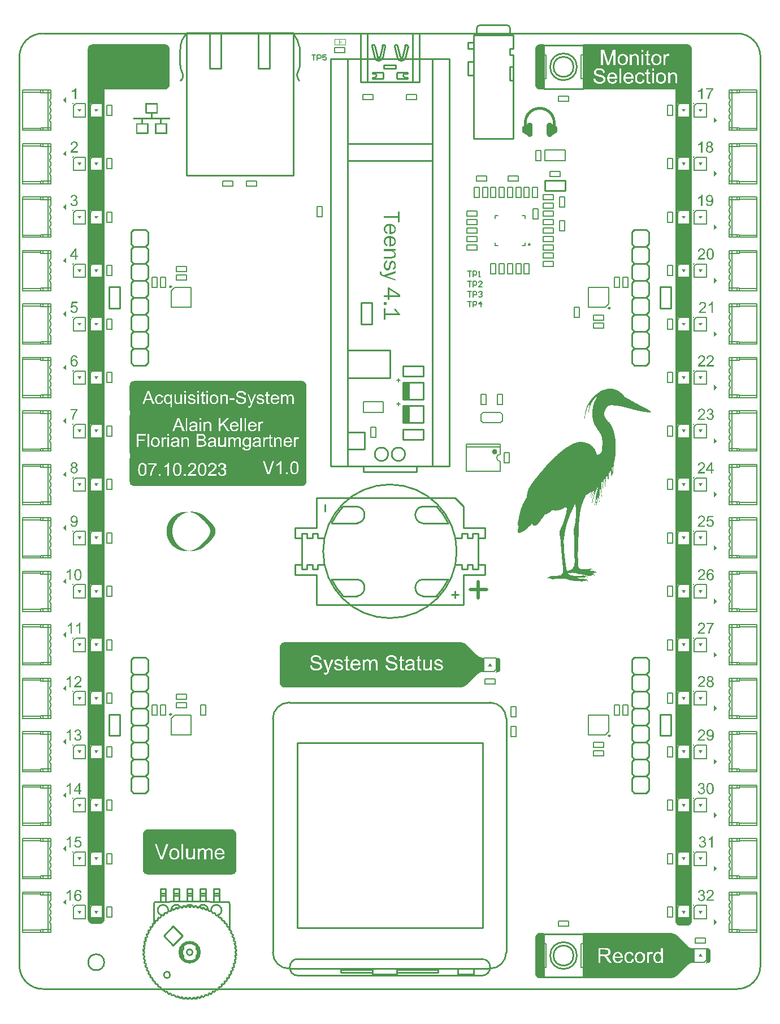
<source format=gto>
G04*
G04 #@! TF.GenerationSoftware,Altium Limited,Altium Designer,22.2.1 (43)*
G04*
G04 Layer_Color=65535*
%FSLAX44Y44*%
%MOMM*%
G71*
G04*
G04 #@! TF.SameCoordinates,AFD451FC-D3FB-4623-B5BF-B3F6322B03FB*
G04*
G04*
G04 #@! TF.FilePolarity,Positive*
G04*
G01*
G75*
%ADD10C,0.2540*%
%ADD11C,0.2800*%
%ADD12C,0.2032*%
%ADD13C,0.4064*%
%ADD14C,0.2500*%
%ADD15C,0.1270*%
%ADD16C,0.0218*%
%ADD17C,0.5080*%
%ADD18C,0.1524*%
%ADD19C,0.1000*%
%ADD20C,0.2000*%
%ADD21R,0.7500X13.7500*%
%ADD22R,1.0000X13.7500*%
%ADD23R,26.5000X1.5000*%
%ADD24R,26.5000X1.2500*%
%ADD25R,1.0160X2.5400*%
G36*
X447188Y698462D02*
X448553Y697896D01*
X449781Y697076D01*
X450826Y696031D01*
X451646Y694803D01*
X452212Y693438D01*
X452500Y691989D01*
Y691250D01*
Y635000D01*
X452500D01*
Y-610000D01*
Y-610000D01*
Y-612500D01*
Y-613239D01*
X452212Y-614688D01*
X451646Y-616053D01*
X450826Y-617281D01*
X449781Y-618326D01*
X448553Y-619146D01*
X447188Y-619712D01*
X445739Y-620000D01*
X434261D01*
X432812Y-619712D01*
X431447Y-619146D01*
X430219Y-618326D01*
X429174Y-617281D01*
X428354Y-616053D01*
X427788Y-614688D01*
X427500Y-613239D01*
Y-612500D01*
Y-610739D01*
Y-610000D01*
Y631250D01*
X290000D01*
Y667436D01*
D01*
Y698750D01*
X440000D01*
Y698750D01*
X445739D01*
X447188Y698462D01*
D02*
G37*
G36*
X230000Y631250D02*
X225000Y631250D01*
X225000D01*
X224261Y631250D01*
X222812Y631538D01*
X221447Y632104D01*
X220219Y632924D01*
X219174Y633969D01*
X218354Y635197D01*
X217788Y636562D01*
X217500Y638011D01*
X217500Y638750D01*
Y691250D01*
Y691989D01*
X217788Y693438D01*
X218354Y694803D01*
X219174Y696031D01*
X220219Y697076D01*
X221447Y697896D01*
X222812Y698462D01*
X224261Y698750D01*
X230000D01*
Y631250D01*
D02*
G37*
G36*
X484225Y631461D02*
X484207Y631443D01*
X484153Y631389D01*
X484063Y631280D01*
X483954Y631154D01*
X483810Y630974D01*
X483630Y630775D01*
X483450Y630541D01*
X483233Y630271D01*
X482999Y629964D01*
X482746Y629621D01*
X482476Y629243D01*
X482205Y628846D01*
X481935Y628431D01*
X481646Y627962D01*
X481339Y627475D01*
X481051Y626970D01*
X481033Y626934D01*
X480979Y626844D01*
X480907Y626700D01*
X480798Y626483D01*
X480672Y626231D01*
X480510Y625924D01*
X480348Y625582D01*
X480167Y625203D01*
X479987Y624788D01*
X479789Y624337D01*
X479590Y623850D01*
X479392Y623363D01*
X479193Y622840D01*
X478995Y622299D01*
X478652Y621199D01*
Y621181D01*
X478634Y621109D01*
X478598Y620983D01*
X478562Y620839D01*
X478508Y620640D01*
X478454Y620406D01*
X478382Y620135D01*
X478328Y619847D01*
X478256Y619522D01*
X478202Y619162D01*
X478129Y618783D01*
X478075Y618386D01*
X478003Y617971D01*
X477949Y617538D01*
X477877Y616637D01*
X475785D01*
Y616655D01*
Y616727D01*
Y616835D01*
X475803Y616979D01*
X475821Y617178D01*
X475839Y617394D01*
X475857Y617665D01*
X475893Y617953D01*
X475929Y618296D01*
X475983Y618639D01*
X476037Y619035D01*
X476110Y619450D01*
X476200Y619901D01*
X476290Y620370D01*
X476416Y620857D01*
X476543Y621362D01*
X476561Y621398D01*
X476578Y621488D01*
X476615Y621632D01*
X476687Y621831D01*
X476759Y622083D01*
X476849Y622390D01*
X476957Y622714D01*
X477084Y623075D01*
X477228Y623472D01*
X477390Y623904D01*
X477552Y624355D01*
X477751Y624806D01*
X478166Y625762D01*
X478652Y626736D01*
X478671Y626772D01*
X478725Y626844D01*
X478797Y626988D01*
X478887Y627169D01*
X479031Y627385D01*
X479175Y627638D01*
X479356Y627926D01*
X479536Y628251D01*
X479753Y628575D01*
X479987Y628936D01*
X480492Y629657D01*
X481033Y630397D01*
X481321Y630757D01*
X481610Y631100D01*
X473459D01*
Y633066D01*
X484225D01*
Y631461D01*
D02*
G37*
G36*
X-470023Y616637D02*
X-472061D01*
Y629639D01*
X-472097Y629603D01*
X-472187Y629513D01*
X-472350Y629387D01*
X-472584Y629207D01*
X-472854Y628990D01*
X-473197Y628756D01*
X-473576Y628503D01*
X-474009Y628233D01*
X-474027D01*
X-474063Y628197D01*
X-474117Y628161D01*
X-474207Y628125D01*
X-474315Y628052D01*
X-474441Y627998D01*
X-474730Y627836D01*
X-475055Y627674D01*
X-475415Y627493D01*
X-475794Y627331D01*
X-476155Y627187D01*
Y629152D01*
X-476137Y629170D01*
X-476083Y629188D01*
X-475992Y629243D01*
X-475866Y629297D01*
X-475722Y629369D01*
X-475542Y629477D01*
X-475343Y629585D01*
X-475145Y629693D01*
X-474676Y629982D01*
X-474171Y630325D01*
X-473648Y630685D01*
X-473161Y631100D01*
X-473143Y631118D01*
X-473107Y631154D01*
X-473035Y631208D01*
X-472945Y631298D01*
X-472854Y631407D01*
X-472728Y631515D01*
X-472458Y631821D01*
X-472151Y632146D01*
X-471845Y632525D01*
X-471574Y632921D01*
X-471340Y633336D01*
X-470023D01*
Y616637D01*
D02*
G37*
G36*
X468084D02*
X466047D01*
Y629639D01*
X466011Y629603D01*
X465920Y629513D01*
X465758Y629387D01*
X465524Y629207D01*
X465253Y628990D01*
X464911Y628756D01*
X464532Y628503D01*
X464099Y628233D01*
X464081D01*
X464045Y628197D01*
X463991Y628161D01*
X463901Y628125D01*
X463792Y628052D01*
X463666Y627998D01*
X463378Y627836D01*
X463053Y627674D01*
X462692Y627493D01*
X462314Y627331D01*
X461953Y627187D01*
Y629152D01*
X461971Y629170D01*
X462025Y629188D01*
X462115Y629243D01*
X462242Y629297D01*
X462386Y629369D01*
X462566Y629477D01*
X462765Y629585D01*
X462963Y629693D01*
X463432Y629982D01*
X463937Y630325D01*
X464460Y630685D01*
X464947Y631100D01*
X464965Y631118D01*
X465001Y631154D01*
X465073Y631208D01*
X465163Y631298D01*
X465253Y631407D01*
X465379Y631515D01*
X465650Y631821D01*
X465956Y632146D01*
X466263Y632525D01*
X466534Y632921D01*
X466768Y633336D01*
X468084D01*
Y616637D01*
D02*
G37*
G36*
X-485000Y611000D02*
X-490000Y615000D01*
X-485000Y619000D01*
Y611000D01*
D02*
G37*
G36*
X465000Y597000D02*
X462000Y602000D01*
X468000D01*
X465000Y597000D01*
D02*
G37*
G36*
X-465000D02*
X-468000Y602000D01*
X-462000D01*
X-465000Y597000D01*
D02*
G37*
G36*
X-348757Y611107D02*
X-348438D01*
Y611061D01*
X-348300D01*
Y611016D01*
X-348209D01*
Y610970D01*
X-348163D01*
Y610924D01*
X-348072D01*
Y610878D01*
X-347980D01*
Y610833D01*
X-347935D01*
Y610787D01*
X-347889D01*
Y610741D01*
X-347843D01*
Y610650D01*
X-347798D01*
Y610559D01*
X-347752D01*
Y610513D01*
X-347706D01*
Y610421D01*
X-347660D01*
Y610284D01*
X-347615D01*
Y609919D01*
X-347569D01*
Y595979D01*
X-347615D01*
Y595614D01*
X-347660D01*
Y595476D01*
X-347706D01*
Y595385D01*
X-347752D01*
Y595339D01*
X-347798D01*
Y595294D01*
X-347843D01*
Y595202D01*
X-347889D01*
Y595157D01*
X-347935D01*
Y595111D01*
X-347980D01*
Y595065D01*
X-348026D01*
Y595019D01*
X-348072D01*
Y594974D01*
X-348163D01*
Y594928D01*
X-348209D01*
Y594882D01*
X-348346D01*
Y594837D01*
X-348529D01*
Y594791D01*
X-348757D01*
Y594745D01*
X-355567D01*
Y594791D01*
X-355658D01*
Y594745D01*
X-355750D01*
Y588941D01*
X-330019D01*
Y588895D01*
X-329836D01*
Y588849D01*
X-329562D01*
Y588804D01*
X-329516D01*
Y588758D01*
X-329425D01*
Y588712D01*
X-329379D01*
Y588667D01*
X-329333D01*
Y588621D01*
X-329242D01*
Y588575D01*
X-329196D01*
Y588484D01*
X-329151D01*
Y588438D01*
X-329105D01*
Y588347D01*
X-329059D01*
Y588301D01*
X-329014D01*
Y588255D01*
X-328968D01*
Y588073D01*
X-328922D01*
Y587981D01*
X-328876D01*
Y587524D01*
X-328922D01*
Y587433D01*
X-328968D01*
Y587250D01*
X-329014D01*
Y587204D01*
X-329059D01*
Y587159D01*
X-329105D01*
Y587067D01*
X-329151D01*
Y587021D01*
X-329196D01*
Y586930D01*
X-329242D01*
Y586884D01*
X-329333D01*
Y586839D01*
X-329379D01*
Y586793D01*
X-329425D01*
Y586747D01*
X-329516D01*
Y586702D01*
X-329562D01*
Y586656D01*
X-329836D01*
Y586610D01*
X-330019D01*
Y586564D01*
X-341719D01*
Y580760D01*
X-341628D01*
Y580714D01*
X-341536D01*
Y580760D01*
X-341445D01*
Y580714D01*
X-334818D01*
Y580760D01*
X-334772D01*
Y580714D01*
X-334498D01*
Y580669D01*
X-334315D01*
Y580623D01*
X-334178D01*
Y580577D01*
X-334132D01*
Y580532D01*
X-334041D01*
Y580486D01*
X-333995D01*
Y580440D01*
X-333950D01*
Y580394D01*
X-333904D01*
Y580349D01*
X-333858D01*
Y580303D01*
X-333812D01*
Y580212D01*
X-333767D01*
Y580166D01*
X-333721D01*
Y580120D01*
X-333675D01*
Y580029D01*
X-333630D01*
Y579892D01*
X-333584D01*
Y579526D01*
X-333538D01*
Y566638D01*
Y566592D01*
Y565587D01*
X-333584D01*
Y565221D01*
X-333630D01*
Y565084D01*
X-333675D01*
Y564992D01*
X-333721D01*
Y564947D01*
X-333767D01*
Y564855D01*
X-333812D01*
Y564764D01*
X-333858D01*
Y564718D01*
X-333904D01*
Y564673D01*
X-333950D01*
Y564627D01*
X-334041D01*
Y564581D01*
X-334132D01*
Y564535D01*
X-334178D01*
Y564490D01*
X-334269D01*
Y564444D01*
X-334407D01*
Y564398D01*
X-334772D01*
Y564353D01*
X-351043D01*
Y564398D01*
X-351408D01*
Y564444D01*
X-351545D01*
Y564490D01*
X-351637D01*
Y564535D01*
X-351682D01*
Y564581D01*
X-351774D01*
Y564627D01*
X-351865D01*
Y564673D01*
X-351911D01*
Y564718D01*
X-351957D01*
Y564764D01*
X-352002D01*
Y564855D01*
X-352048D01*
Y564947D01*
X-352094D01*
Y564992D01*
X-352139D01*
Y565084D01*
X-352185D01*
Y565221D01*
X-352231D01*
Y565541D01*
X-352276D01*
Y579526D01*
X-352231D01*
Y579892D01*
X-352185D01*
Y580029D01*
X-352139D01*
Y580120D01*
X-352094D01*
Y580166D01*
X-352048D01*
Y580212D01*
X-352002D01*
Y580303D01*
X-351957D01*
Y580349D01*
X-351911D01*
Y580394D01*
X-351865D01*
Y580440D01*
X-351819D01*
Y580486D01*
X-351774D01*
Y580532D01*
X-351682D01*
Y580577D01*
X-351637D01*
Y580623D01*
X-351500D01*
Y580669D01*
X-351317D01*
Y580714D01*
X-351043D01*
Y580760D01*
X-350997D01*
Y580714D01*
X-344370D01*
Y580760D01*
X-344278D01*
Y580714D01*
X-344187D01*
Y580760D01*
X-344096D01*
Y586564D01*
X-369781D01*
Y580760D01*
X-369689D01*
Y580714D01*
X-369598D01*
Y580760D01*
X-369507D01*
Y580714D01*
X-362880D01*
Y580760D01*
X-362834D01*
Y580714D01*
X-362560D01*
Y580669D01*
X-362377D01*
Y580623D01*
X-362240D01*
Y580577D01*
X-362194D01*
Y580532D01*
X-362103D01*
Y580486D01*
X-362057D01*
Y580440D01*
X-362011D01*
Y580394D01*
X-361966D01*
Y580349D01*
X-361920D01*
Y580303D01*
X-361874D01*
Y580212D01*
X-361828D01*
Y580166D01*
X-361783D01*
Y580120D01*
X-361737D01*
Y580029D01*
X-361691D01*
Y579892D01*
X-361646D01*
Y579526D01*
X-361600D01*
Y565587D01*
X-361646D01*
Y565221D01*
X-361691D01*
Y565084D01*
X-361737D01*
Y564992D01*
X-361783D01*
Y564947D01*
X-361828D01*
Y564855D01*
X-361874D01*
Y564764D01*
X-361920D01*
Y564718D01*
X-361966D01*
Y564673D01*
X-362011D01*
Y564627D01*
X-362103D01*
Y564581D01*
X-362194D01*
Y564535D01*
X-362240D01*
Y564490D01*
X-362331D01*
Y564444D01*
X-362468D01*
Y564398D01*
X-362834D01*
Y564353D01*
X-379104D01*
Y564398D01*
X-379470D01*
Y564444D01*
X-379607D01*
Y564490D01*
X-379698D01*
Y564535D01*
X-379744D01*
Y564581D01*
X-379836D01*
Y564627D01*
X-379927D01*
Y564673D01*
X-379973D01*
Y564718D01*
X-380018D01*
Y564764D01*
X-380064D01*
Y564855D01*
X-380110D01*
Y564947D01*
X-380155D01*
Y564992D01*
X-380201D01*
Y565084D01*
X-380247D01*
Y565221D01*
X-380293D01*
Y565541D01*
X-380338D01*
Y579526D01*
X-380293D01*
Y579892D01*
X-380247D01*
Y580029D01*
X-380201D01*
Y580120D01*
X-380155D01*
Y580166D01*
X-380110D01*
Y580212D01*
X-380064D01*
Y580303D01*
X-380018D01*
Y580349D01*
X-379973D01*
Y580394D01*
X-379927D01*
Y580440D01*
X-379881D01*
Y580486D01*
X-379836D01*
Y580532D01*
X-379744D01*
Y580577D01*
X-379698D01*
Y580623D01*
X-379561D01*
Y580669D01*
X-379379D01*
Y580714D01*
X-379104D01*
Y580760D01*
X-379059D01*
Y580714D01*
X-372432D01*
Y580760D01*
X-372340D01*
Y580714D01*
X-372249D01*
Y580760D01*
X-372157D01*
Y586564D01*
X-383857D01*
Y586610D01*
X-384040D01*
Y586656D01*
X-384314D01*
Y586702D01*
X-384360D01*
Y586747D01*
X-384452D01*
Y586793D01*
X-384497D01*
Y586839D01*
X-384543D01*
Y586884D01*
X-384634D01*
Y586930D01*
X-384680D01*
Y587021D01*
X-384726D01*
Y587067D01*
X-384771D01*
Y587159D01*
X-384817D01*
Y587204D01*
X-384863D01*
Y587250D01*
X-384909D01*
Y587433D01*
X-384954D01*
Y587524D01*
X-385000D01*
Y587981D01*
X-384954D01*
Y588073D01*
X-384909D01*
Y588255D01*
X-384863D01*
Y588301D01*
X-384817D01*
Y588347D01*
X-384771D01*
Y588438D01*
X-384726D01*
Y588484D01*
X-384680D01*
Y588575D01*
X-384634D01*
Y588621D01*
X-384543D01*
Y588667D01*
X-384497D01*
Y588712D01*
X-384452D01*
Y588758D01*
X-384360D01*
Y588804D01*
X-384314D01*
Y588849D01*
X-384040D01*
Y588895D01*
X-383857D01*
Y588941D01*
X-358126D01*
Y594745D01*
X-358218D01*
Y594791D01*
X-358309D01*
Y594745D01*
X-365119D01*
Y594791D01*
X-365348D01*
Y594837D01*
X-365530D01*
Y594882D01*
X-365667D01*
Y594928D01*
X-365713D01*
Y594974D01*
X-365805D01*
Y595019D01*
X-365850D01*
Y595065D01*
X-365896D01*
Y595111D01*
X-365942D01*
Y595157D01*
X-365988D01*
Y595202D01*
X-366033D01*
Y595294D01*
X-366079D01*
Y595339D01*
X-366125D01*
Y595385D01*
X-366170D01*
Y595476D01*
X-366216D01*
Y595614D01*
X-366262D01*
Y595979D01*
X-366307D01*
Y609964D01*
X-366262D01*
Y610284D01*
X-366216D01*
Y610421D01*
X-366170D01*
Y610513D01*
X-366125D01*
Y610559D01*
X-366079D01*
Y610650D01*
X-366033D01*
Y610741D01*
X-365988D01*
Y610787D01*
X-365942D01*
Y610833D01*
X-365896D01*
Y610878D01*
X-365805D01*
Y610924D01*
X-365713D01*
Y610970D01*
X-365667D01*
Y611016D01*
X-365576D01*
Y611061D01*
X-365439D01*
Y611107D01*
X-365119D01*
Y611153D01*
X-348757D01*
Y611107D01*
D02*
G37*
G36*
X490000Y585000D02*
X485000Y581000D01*
Y589000D01*
X490000Y585000D01*
D02*
G37*
G36*
X-485000Y531000D02*
X-490000Y535000D01*
X-485000Y539000D01*
Y531000D01*
D02*
G37*
G36*
X465000Y517000D02*
X462000Y522000D01*
X468000D01*
X465000Y517000D01*
D02*
G37*
G36*
X-465000D02*
X-468000Y522000D01*
X-462000D01*
X-465000Y517000D01*
D02*
G37*
G36*
X490000Y505000D02*
X485000Y501000D01*
Y509000D01*
X490000Y505000D01*
D02*
G37*
G36*
X478797Y473453D02*
X478941D01*
X479103Y473417D01*
X479302Y473399D01*
X479500Y473363D01*
X479969Y473255D01*
X480456Y473093D01*
X480708Y473003D01*
X480979Y472876D01*
X481231Y472750D01*
X481484Y472588D01*
X481502Y472570D01*
X481538Y472552D01*
X481610Y472498D01*
X481700Y472426D01*
X481826Y472335D01*
X481953Y472227D01*
X482097Y472101D01*
X482241Y471957D01*
X482403Y471794D01*
X482584Y471596D01*
X482746Y471398D01*
X482926Y471181D01*
X483089Y470929D01*
X483251Y470676D01*
X483395Y470388D01*
X483540Y470099D01*
Y470081D01*
X483576Y470027D01*
X483612Y469937D01*
X483648Y469793D01*
X483702Y469630D01*
X483756Y469432D01*
X483828Y469198D01*
X483900Y468909D01*
X483954Y468602D01*
X484027Y468260D01*
X484081Y467863D01*
X484135Y467448D01*
X484171Y466997D01*
X484207Y466510D01*
X484243Y465987D01*
Y465428D01*
Y465392D01*
Y465284D01*
Y465122D01*
X484225Y464905D01*
Y464635D01*
X484207Y464310D01*
X484189Y463968D01*
X484153Y463589D01*
X484117Y463192D01*
X484081Y462777D01*
X483954Y461930D01*
X483774Y461100D01*
X483666Y460722D01*
X483540Y460343D01*
Y460325D01*
X483504Y460253D01*
X483467Y460163D01*
X483413Y460036D01*
X483341Y459874D01*
X483251Y459694D01*
X483143Y459495D01*
X483035Y459279D01*
X482746Y458828D01*
X482385Y458341D01*
X481971Y457890D01*
X481736Y457674D01*
X481484Y457475D01*
X481466Y457457D01*
X481430Y457439D01*
X481339Y457385D01*
X481249Y457331D01*
X481105Y457259D01*
X480961Y457169D01*
X480780Y457079D01*
X480564Y456988D01*
X480348Y456898D01*
X480095Y456808D01*
X479843Y456736D01*
X479554Y456646D01*
X478941Y456538D01*
X478616Y456520D01*
X478274Y456502D01*
X478093D01*
X477949Y456520D01*
X477787Y456538D01*
X477588Y456556D01*
X477372Y456592D01*
X477138Y456646D01*
X476633Y456772D01*
X476380Y456862D01*
X476110Y456952D01*
X475839Y457079D01*
X475569Y457223D01*
X475316Y457385D01*
X475082Y457584D01*
X475064Y457602D01*
X475028Y457638D01*
X474973Y457692D01*
X474883Y457782D01*
X474793Y457890D01*
X474685Y458034D01*
X474559Y458197D01*
X474432Y458377D01*
X474306Y458576D01*
X474180Y458810D01*
X474072Y459062D01*
X473946Y459333D01*
X473837Y459621D01*
X473747Y459928D01*
X473675Y460271D01*
X473621Y460631D01*
X475587Y460794D01*
Y460776D01*
X475605Y460740D01*
Y460667D01*
X475641Y460559D01*
X475659Y460451D01*
X475695Y460325D01*
X475785Y460018D01*
X475911Y459694D01*
X476074Y459369D01*
X476290Y459062D01*
X476398Y458918D01*
X476524Y458792D01*
X476561Y458774D01*
X476651Y458702D01*
X476813Y458593D01*
X477011Y458485D01*
X477282Y458377D01*
X477588Y458269D01*
X477931Y458197D01*
X478328Y458179D01*
X478490D01*
X478671Y458197D01*
X478887Y458233D01*
X479139Y458287D01*
X479410Y458359D01*
X479698Y458449D01*
X479969Y458593D01*
X480005Y458611D01*
X480095Y458666D01*
X480221Y458774D01*
X480384Y458900D01*
X480564Y459062D01*
X480762Y459261D01*
X480961Y459495D01*
X481141Y459748D01*
X481159Y459784D01*
X481213Y459874D01*
X481303Y460036D01*
X481412Y460271D01*
X481520Y460541D01*
X481646Y460866D01*
X481772Y461263D01*
X481899Y461695D01*
Y461713D01*
X481917Y461749D01*
X481935Y461822D01*
X481953Y461912D01*
X481971Y462020D01*
X481989Y462146D01*
X482025Y462309D01*
X482061Y462471D01*
X482115Y462850D01*
X482151Y463264D01*
X482187Y463715D01*
X482205Y464184D01*
Y464220D01*
Y464292D01*
Y464418D01*
Y464581D01*
X482169Y464563D01*
X482151Y464509D01*
X482097Y464436D01*
X481953Y464256D01*
X481772Y464040D01*
X481520Y463787D01*
X481231Y463517D01*
X480907Y463264D01*
X480528Y463012D01*
X480510D01*
X480474Y462994D01*
X480420Y462958D01*
X480348Y462922D01*
X480239Y462868D01*
X480131Y462831D01*
X479843Y462723D01*
X479500Y462597D01*
X479103Y462507D01*
X478671Y462435D01*
X478220Y462417D01*
X478129D01*
X478021Y462435D01*
X477877D01*
X477697Y462471D01*
X477498Y462489D01*
X477264Y462543D01*
X477011Y462597D01*
X476741Y462687D01*
X476470Y462777D01*
X476182Y462904D01*
X475893Y463048D01*
X475587Y463210D01*
X475298Y463409D01*
X475010Y463643D01*
X474739Y463895D01*
X474721Y463913D01*
X474685Y463968D01*
X474613Y464058D01*
X474523Y464166D01*
X474414Y464310D01*
X474288Y464491D01*
X474162Y464707D01*
X474036Y464959D01*
X473891Y465212D01*
X473765Y465519D01*
X473639Y465843D01*
X473531Y466186D01*
X473441Y466564D01*
X473368Y466979D01*
X473332Y467394D01*
X473314Y467845D01*
Y467881D01*
Y467953D01*
X473332Y468097D01*
Y468260D01*
X473368Y468476D01*
X473386Y468729D01*
X473441Y468999D01*
X473495Y469306D01*
X473585Y469612D01*
X473675Y469955D01*
X473801Y470298D01*
X473946Y470622D01*
X474108Y470965D01*
X474306Y471307D01*
X474541Y471614D01*
X474793Y471921D01*
X474811Y471939D01*
X474865Y471993D01*
X474955Y472065D01*
X475064Y472155D01*
X475208Y472281D01*
X475388Y472407D01*
X475587Y472552D01*
X475821Y472696D01*
X476074Y472840D01*
X476362Y472985D01*
X476669Y473111D01*
X476993Y473237D01*
X477354Y473327D01*
X477733Y473399D01*
X478111Y473453D01*
X478526Y473471D01*
X478689D01*
X478797Y473453D01*
D02*
G37*
G36*
X468066Y456772D02*
X466029D01*
Y469775D01*
X465993Y469739D01*
X465902Y469648D01*
X465740Y469522D01*
X465506Y469342D01*
X465235Y469125D01*
X464893Y468891D01*
X464514Y468638D01*
X464081Y468368D01*
X464063D01*
X464027Y468332D01*
X463973Y468296D01*
X463883Y468260D01*
X463774Y468188D01*
X463648Y468134D01*
X463360Y467971D01*
X463035Y467809D01*
X462674Y467629D01*
X462296Y467466D01*
X461935Y467322D01*
Y469288D01*
X461953Y469306D01*
X462007Y469324D01*
X462097Y469378D01*
X462224Y469432D01*
X462368Y469504D01*
X462548Y469612D01*
X462746Y469720D01*
X462945Y469829D01*
X463414Y470117D01*
X463919Y470460D01*
X464442Y470821D01*
X464929Y471235D01*
X464947Y471253D01*
X464983Y471289D01*
X465055Y471343D01*
X465145Y471434D01*
X465235Y471542D01*
X465361Y471650D01*
X465632Y471957D01*
X465938Y472281D01*
X466245Y472660D01*
X466516Y473057D01*
X466750Y473471D01*
X468066D01*
Y456772D01*
D02*
G37*
G36*
X-485000Y451000D02*
X-490000Y455000D01*
X-485000Y459000D01*
Y451000D01*
D02*
G37*
G36*
X-465000Y437000D02*
X-468000Y442000D01*
X-462000D01*
X-465000Y437000D01*
D02*
G37*
G36*
X465000Y437000D02*
X462000Y442000D01*
X468000D01*
X465000Y437000D01*
D02*
G37*
G36*
X490000Y425000D02*
X485000Y421000D01*
Y429000D01*
X490000Y425000D01*
D02*
G37*
G36*
X-469572Y382525D02*
X-467318D01*
Y380649D01*
X-469572D01*
Y376664D01*
X-471610D01*
Y380649D01*
X-478860D01*
Y382525D01*
X-471250Y393309D01*
X-469572D01*
Y382525D01*
D02*
G37*
G36*
X-485000Y371000D02*
X-490000Y375000D01*
X-485000Y379000D01*
Y371000D01*
D02*
G37*
G36*
X465000Y357000D02*
X462000Y362000D01*
X468000D01*
X465000Y357000D01*
D02*
G37*
G36*
X-465000D02*
X-468000Y362000D01*
X-462000D01*
X-465000Y357000D01*
D02*
G37*
G36*
X490000Y345000D02*
X485000Y341000D01*
Y349000D01*
X490000Y345000D01*
D02*
G37*
G36*
X-468355Y311389D02*
X-475010D01*
X-475893Y306916D01*
X-475875Y306934D01*
X-475821Y306970D01*
X-475749Y307006D01*
X-475641Y307078D01*
X-475496Y307151D01*
X-475334Y307241D01*
X-475154Y307349D01*
X-474937Y307439D01*
X-474721Y307529D01*
X-474468Y307638D01*
X-473946Y307800D01*
X-473657Y307872D01*
X-473368Y307926D01*
X-473062Y307944D01*
X-472755Y307962D01*
X-472665D01*
X-472539Y307944D01*
X-472395D01*
X-472214Y307908D01*
X-471998Y307890D01*
X-471745Y307836D01*
X-471493Y307782D01*
X-471204Y307692D01*
X-470916Y307602D01*
X-470609Y307475D01*
X-470303Y307331D01*
X-469996Y307151D01*
X-469689Y306952D01*
X-469383Y306718D01*
X-469094Y306447D01*
X-469076Y306429D01*
X-469022Y306375D01*
X-468950Y306285D01*
X-468860Y306177D01*
X-468734Y306033D01*
X-468607Y305834D01*
X-468481Y305636D01*
X-468337Y305401D01*
X-468193Y305131D01*
X-468066Y304824D01*
X-467922Y304518D01*
X-467814Y304157D01*
X-467724Y303796D01*
X-467652Y303400D01*
X-467598Y302985D01*
X-467580Y302552D01*
Y302534D01*
Y302444D01*
Y302336D01*
X-467598Y302173D01*
X-467616Y301975D01*
X-467652Y301758D01*
X-467688Y301506D01*
X-467742Y301217D01*
X-467814Y300929D01*
X-467904Y300604D01*
X-468012Y300280D01*
X-468139Y299955D01*
X-468283Y299631D01*
X-468463Y299288D01*
X-468662Y298963D01*
X-468896Y298657D01*
X-468914Y298639D01*
X-468968Y298566D01*
X-469058Y298476D01*
X-469185Y298350D01*
X-469347Y298188D01*
X-469545Y298025D01*
X-469780Y297827D01*
X-470050Y297647D01*
X-470339Y297466D01*
X-470663Y297268D01*
X-471024Y297106D01*
X-471421Y296961D01*
X-471836Y296817D01*
X-472286Y296727D01*
X-472755Y296655D01*
X-473260Y296637D01*
X-473477D01*
X-473639Y296655D01*
X-473837Y296673D01*
X-474054Y296709D01*
X-474306Y296745D01*
X-474577Y296799D01*
X-474865Y296853D01*
X-475172Y296943D01*
X-475478Y297052D01*
X-475785Y297178D01*
X-476092Y297322D01*
X-476398Y297484D01*
X-476687Y297683D01*
X-476975Y297899D01*
X-476993Y297917D01*
X-477029Y297953D01*
X-477102Y298025D01*
X-477192Y298134D01*
X-477318Y298260D01*
X-477444Y298404D01*
X-477570Y298584D01*
X-477715Y298801D01*
X-477859Y299017D01*
X-478003Y299270D01*
X-478129Y299558D01*
X-478256Y299847D01*
X-478382Y300172D01*
X-478472Y300514D01*
X-478544Y300893D01*
X-478598Y301272D01*
X-476452Y301434D01*
Y301416D01*
X-476434Y301362D01*
X-476416Y301290D01*
X-476398Y301181D01*
X-476380Y301055D01*
X-476326Y300893D01*
X-476236Y300550D01*
X-476092Y300172D01*
X-475893Y299775D01*
X-475659Y299414D01*
X-475514Y299252D01*
X-475370Y299089D01*
X-475352D01*
X-475334Y299053D01*
X-475280Y299017D01*
X-475208Y298963D01*
X-475028Y298837D01*
X-474775Y298711D01*
X-474468Y298566D01*
X-474108Y298440D01*
X-473711Y298350D01*
X-473495Y298332D01*
X-473260Y298314D01*
X-473116D01*
X-473008Y298332D01*
X-472882Y298350D01*
X-472737Y298368D01*
X-472395Y298458D01*
X-471998Y298584D01*
X-471800Y298675D01*
X-471583Y298783D01*
X-471367Y298909D01*
X-471168Y299053D01*
X-470970Y299216D01*
X-470772Y299414D01*
X-470754Y299432D01*
X-470736Y299468D01*
X-470681Y299522D01*
X-470609Y299612D01*
X-470537Y299739D01*
X-470447Y299865D01*
X-470357Y300027D01*
X-470249Y300208D01*
X-470158Y300406D01*
X-470068Y300622D01*
X-469978Y300875D01*
X-469906Y301127D01*
X-469834Y301416D01*
X-469780Y301722D01*
X-469762Y302029D01*
X-469744Y302372D01*
Y302390D01*
Y302444D01*
Y302534D01*
X-469762Y302660D01*
X-469780Y302804D01*
X-469798Y302985D01*
X-469834Y303165D01*
X-469870Y303382D01*
X-469978Y303814D01*
X-470158Y304283D01*
X-470267Y304500D01*
X-470411Y304716D01*
X-470555Y304932D01*
X-470736Y305131D01*
X-470754Y305149D01*
X-470772Y305167D01*
X-470844Y305221D01*
X-470916Y305293D01*
X-471006Y305365D01*
X-471132Y305455D01*
X-471259Y305546D01*
X-471421Y305654D01*
X-471601Y305744D01*
X-471782Y305834D01*
X-472232Y305996D01*
X-472467Y306069D01*
X-472737Y306123D01*
X-473008Y306141D01*
X-473296Y306159D01*
X-473459D01*
X-473657Y306141D01*
X-473891Y306105D01*
X-474180Y306051D01*
X-474487Y305960D01*
X-474793Y305852D01*
X-475100Y305690D01*
X-475136Y305672D01*
X-475226Y305618D01*
X-475370Y305509D01*
X-475551Y305383D01*
X-475731Y305203D01*
X-475947Y305005D01*
X-476146Y304770D01*
X-476326Y304518D01*
X-478238Y304788D01*
X-476633Y313336D01*
X-468355D01*
Y311389D01*
D02*
G37*
G36*
X483558Y296637D02*
X481520D01*
Y309639D01*
X481484Y309603D01*
X481394Y309513D01*
X481231Y309387D01*
X480997Y309207D01*
X480726Y308990D01*
X480384Y308756D01*
X480005Y308503D01*
X479572Y308233D01*
X479554D01*
X479518Y308197D01*
X479464Y308160D01*
X479374Y308125D01*
X479266Y308052D01*
X479139Y307998D01*
X478851Y307836D01*
X478526Y307674D01*
X478166Y307493D01*
X477787Y307331D01*
X477426Y307187D01*
Y309152D01*
X477444Y309170D01*
X477498Y309188D01*
X477588Y309243D01*
X477715Y309297D01*
X477859Y309369D01*
X478039Y309477D01*
X478238Y309585D01*
X478436Y309693D01*
X478905Y309982D01*
X479410Y310325D01*
X479933Y310685D01*
X480420Y311100D01*
X480438Y311118D01*
X480474Y311154D01*
X480546Y311208D01*
X480636Y311299D01*
X480726Y311407D01*
X480853Y311515D01*
X481123Y311821D01*
X481430Y312146D01*
X481736Y312525D01*
X482007Y312922D01*
X482241Y313336D01*
X483558D01*
Y296637D01*
D02*
G37*
G36*
X468842Y313318D02*
X469040Y313300D01*
X469275Y313264D01*
X469545Y313228D01*
X469816Y313174D01*
X470122Y313102D01*
X470429Y313012D01*
X470754Y312903D01*
X471060Y312777D01*
X471385Y312615D01*
X471691Y312435D01*
X471980Y312236D01*
X472250Y312002D01*
X472268Y311984D01*
X472304Y311948D01*
X472377Y311857D01*
X472467Y311767D01*
X472575Y311641D01*
X472701Y311479D01*
X472827Y311299D01*
X472954Y311082D01*
X473080Y310866D01*
X473206Y310613D01*
X473332Y310343D01*
X473441Y310054D01*
X473531Y309729D01*
X473603Y309405D01*
X473639Y309062D01*
X473657Y308702D01*
Y308683D01*
Y308666D01*
Y308611D01*
Y308539D01*
X473639Y308341D01*
X473603Y308088D01*
X473549Y307782D01*
X473477Y307457D01*
X473386Y307097D01*
X473242Y306736D01*
Y306718D01*
X473224Y306700D01*
X473206Y306646D01*
X473170Y306574D01*
X473062Y306375D01*
X472918Y306123D01*
X472719Y305816D01*
X472485Y305473D01*
X472214Y305113D01*
X471872Y304716D01*
X471854Y304698D01*
X471836Y304662D01*
X471763Y304608D01*
X471691Y304518D01*
X471583Y304410D01*
X471457Y304283D01*
X471313Y304121D01*
X471132Y303959D01*
X470916Y303760D01*
X470681Y303544D01*
X470429Y303291D01*
X470140Y303039D01*
X469834Y302750D01*
X469491Y302462D01*
X469112Y302137D01*
X468716Y301794D01*
X468698Y301777D01*
X468644Y301722D01*
X468535Y301650D01*
X468427Y301542D01*
X468265Y301416D01*
X468102Y301272D01*
X467724Y300947D01*
X467327Y300604D01*
X466948Y300244D01*
X466768Y300081D01*
X466606Y299937D01*
X466461Y299793D01*
X466353Y299685D01*
X466335Y299667D01*
X466263Y299594D01*
X466173Y299486D01*
X466047Y299342D01*
X465902Y299180D01*
X465758Y298999D01*
X465470Y298603D01*
X473675D01*
Y296637D01*
X462656D01*
Y296673D01*
Y296763D01*
Y296907D01*
X462674Y297088D01*
X462692Y297304D01*
X462746Y297539D01*
X462800Y297791D01*
X462891Y298043D01*
Y298062D01*
X462909Y298098D01*
X462927Y298152D01*
X462963Y298242D01*
X463017Y298332D01*
X463071Y298458D01*
X463215Y298747D01*
X463396Y299089D01*
X463630Y299468D01*
X463901Y299865D01*
X464225Y300262D01*
X464243Y300280D01*
X464261Y300316D01*
X464315Y300370D01*
X464406Y300460D01*
X464496Y300550D01*
X464622Y300676D01*
X464748Y300821D01*
X464911Y300983D01*
X465091Y301163D01*
X465289Y301344D01*
X465506Y301560D01*
X465758Y301777D01*
X466011Y302011D01*
X466299Y302245D01*
X466588Y302498D01*
X466912Y302768D01*
X466948Y302786D01*
X467038Y302877D01*
X467165Y302985D01*
X467345Y303147D01*
X467561Y303327D01*
X467814Y303544D01*
X468102Y303778D01*
X468391Y304049D01*
X469004Y304608D01*
X469599Y305203D01*
X469888Y305492D01*
X470158Y305780D01*
X470393Y306051D01*
X470591Y306303D01*
X470609Y306321D01*
X470627Y306357D01*
X470681Y306429D01*
X470736Y306520D01*
X470826Y306646D01*
X470898Y306772D01*
X471078Y307097D01*
X471259Y307475D01*
X471421Y307890D01*
X471529Y308323D01*
X471547Y308539D01*
X471565Y308756D01*
Y308774D01*
Y308810D01*
Y308882D01*
X471547Y308954D01*
Y309062D01*
X471511Y309188D01*
X471457Y309459D01*
X471349Y309784D01*
X471186Y310126D01*
X471096Y310307D01*
X470970Y310469D01*
X470844Y310631D01*
X470681Y310793D01*
X470663Y310812D01*
X470645Y310830D01*
X470591Y310866D01*
X470519Y310920D01*
X470429Y310992D01*
X470321Y311064D01*
X470068Y311226D01*
X469726Y311371D01*
X469347Y311515D01*
X468896Y311605D01*
X468644Y311641D01*
X468247D01*
X468139Y311623D01*
X468012D01*
X467868Y311587D01*
X467543Y311533D01*
X467165Y311425D01*
X466768Y311262D01*
X466570Y311154D01*
X466371Y311046D01*
X466191Y310902D01*
X466011Y310739D01*
X465993Y310721D01*
X465975Y310703D01*
X465938Y310649D01*
X465866Y310577D01*
X465812Y310487D01*
X465740Y310379D01*
X465650Y310252D01*
X465578Y310108D01*
X465488Y309946D01*
X465415Y309766D01*
X465271Y309333D01*
X465163Y308864D01*
X465145Y308593D01*
X465127Y308305D01*
X463035Y308521D01*
Y308557D01*
X463053Y308629D01*
X463071Y308738D01*
X463089Y308900D01*
X463125Y309098D01*
X463179Y309333D01*
X463233Y309585D01*
X463324Y309856D01*
X463414Y310126D01*
X463522Y310433D01*
X463666Y310721D01*
X463811Y311010D01*
X463991Y311317D01*
X464189Y311587D01*
X464406Y311857D01*
X464658Y312092D01*
X464676Y312110D01*
X464730Y312146D01*
X464802Y312200D01*
X464911Y312290D01*
X465055Y312381D01*
X465235Y312489D01*
X465434Y312597D01*
X465668Y312723D01*
X465920Y312831D01*
X466209Y312940D01*
X466516Y313048D01*
X466858Y313138D01*
X467219Y313228D01*
X467598Y313282D01*
X468012Y313318D01*
X468445Y313336D01*
X468680D01*
X468842Y313318D01*
D02*
G37*
G36*
X-485000Y291000D02*
X-490000Y295000D01*
X-485000Y299000D01*
Y291000D01*
D02*
G37*
G36*
X465000Y277000D02*
X462000Y282000D01*
X468000D01*
X465000Y277000D01*
D02*
G37*
G36*
X-465000D02*
X-468000Y282000D01*
X-462000D01*
X-465000Y277000D01*
D02*
G37*
G36*
X490000Y265000D02*
X485000Y261000D01*
Y269000D01*
X490000Y265000D01*
D02*
G37*
G36*
X-472277Y233454D02*
X-472115Y233435D01*
X-471917Y233417D01*
X-471700Y233381D01*
X-471466Y233327D01*
X-470943Y233201D01*
X-470690Y233111D01*
X-470402Y233003D01*
X-470131Y232876D01*
X-469879Y232714D01*
X-469626Y232552D01*
X-469374Y232353D01*
X-469356Y232335D01*
X-469320Y232299D01*
X-469248Y232245D01*
X-469176Y232155D01*
X-469067Y232047D01*
X-468959Y231903D01*
X-468833Y231740D01*
X-468707Y231560D01*
X-468580Y231362D01*
X-468454Y231127D01*
X-468328Y230875D01*
X-468202Y230604D01*
X-468093Y230316D01*
X-468003Y230009D01*
X-467913Y229684D01*
X-467859Y229324D01*
X-469897Y229161D01*
Y229179D01*
X-469915Y229216D01*
X-469933Y229270D01*
X-469951Y229360D01*
X-470005Y229576D01*
X-470095Y229829D01*
X-470204Y230117D01*
X-470348Y230406D01*
X-470492Y230676D01*
X-470672Y230911D01*
X-470690Y230929D01*
X-470709Y230947D01*
X-470763Y231001D01*
X-470817Y231055D01*
X-470997Y231199D01*
X-471250Y231362D01*
X-471538Y231524D01*
X-471899Y231650D01*
X-472295Y231758D01*
X-472512Y231776D01*
X-472728Y231794D01*
X-472891D01*
X-473089Y231758D01*
X-473323Y231722D01*
X-473594Y231650D01*
X-473882Y231560D01*
X-474171Y231416D01*
X-474459Y231235D01*
X-474478D01*
X-474496Y231199D01*
X-474550Y231163D01*
X-474622Y231109D01*
X-474784Y230947D01*
X-475000Y230712D01*
X-475253Y230424D01*
X-475505Y230063D01*
X-475740Y229648D01*
X-475974Y229179D01*
Y229161D01*
X-475992Y229125D01*
X-476029Y229035D01*
X-476065Y228927D01*
X-476101Y228801D01*
X-476155Y228620D01*
X-476209Y228422D01*
X-476263Y228206D01*
X-476317Y227953D01*
X-476353Y227665D01*
X-476407Y227340D01*
X-476461Y226997D01*
X-476497Y226637D01*
X-476515Y226240D01*
X-476533Y225807D01*
X-476551Y225375D01*
X-476552Y225374D01*
Y225356D01*
X-476551Y225375D01*
X-476515Y225410D01*
X-476479Y225464D01*
X-476425Y225537D01*
X-476263Y225735D01*
X-476065Y225987D01*
X-475794Y226258D01*
X-475488Y226528D01*
X-475145Y226781D01*
X-474766Y227015D01*
X-474748D01*
X-474712Y227033D01*
X-474658Y227069D01*
X-474586Y227106D01*
X-474478Y227142D01*
X-474369Y227196D01*
X-474081Y227304D01*
X-473738Y227394D01*
X-473359Y227484D01*
X-472945Y227556D01*
X-472512Y227574D01*
X-472422D01*
X-472313Y227556D01*
X-472169D01*
X-471989Y227520D01*
X-471791Y227502D01*
X-471556Y227448D01*
X-471304Y227394D01*
X-471051Y227304D01*
X-470763Y227214D01*
X-470474Y227087D01*
X-470186Y226943D01*
X-469879Y226763D01*
X-469590Y226565D01*
X-469302Y226330D01*
X-469031Y226060D01*
X-469013Y226042D01*
X-468977Y225987D01*
X-468905Y225915D01*
X-468797Y225789D01*
X-468689Y225645D01*
X-468580Y225464D01*
X-468436Y225248D01*
X-468310Y225014D01*
X-468184Y224743D01*
X-468039Y224455D01*
X-467931Y224130D01*
X-467805Y223787D01*
X-467715Y223427D01*
X-467643Y223030D01*
X-467607Y222615D01*
X-467589Y222182D01*
Y222164D01*
Y222110D01*
Y222038D01*
X-467607Y221912D01*
Y221786D01*
X-467625Y221623D01*
X-467643Y221425D01*
X-467679Y221227D01*
X-467751Y220776D01*
X-467877Y220289D01*
X-468039Y219784D01*
X-468274Y219261D01*
Y219243D01*
X-468310Y219207D01*
X-468346Y219135D01*
X-468400Y219044D01*
X-468472Y218936D01*
X-468544Y218810D01*
X-468761Y218503D01*
X-469013Y218179D01*
X-469338Y217836D01*
X-469717Y217493D01*
X-470131Y217205D01*
X-470149D01*
X-470186Y217169D01*
X-470258Y217133D01*
X-470348Y217097D01*
X-470456Y217043D01*
X-470582Y216989D01*
X-470745Y216916D01*
X-470907Y216862D01*
X-471304Y216718D01*
X-471772Y216610D01*
X-472277Y216538D01*
X-472818Y216502D01*
X-472927D01*
X-473071Y216520D01*
X-473251Y216538D01*
X-473468Y216556D01*
X-473720Y216610D01*
X-473991Y216664D01*
X-474297Y216736D01*
X-474622Y216844D01*
X-474964Y216952D01*
X-475307Y217115D01*
X-475650Y217295D01*
X-476011Y217512D01*
X-476335Y217764D01*
X-476678Y218053D01*
X-476984Y218377D01*
X-477002Y218395D01*
X-477056Y218467D01*
X-477129Y218575D01*
X-477237Y218738D01*
X-477363Y218936D01*
X-477489Y219189D01*
X-477634Y219495D01*
X-477778Y219856D01*
X-477940Y220253D01*
X-478084Y220704D01*
X-478211Y221208D01*
X-478337Y221768D01*
X-478445Y222381D01*
X-478517Y223048D01*
X-478571Y223769D01*
X-478589Y224545D01*
Y224563D01*
Y224599D01*
Y224671D01*
Y224761D01*
Y224869D01*
X-478571Y225014D01*
Y225158D01*
X-478553Y225338D01*
X-478535Y225735D01*
X-478499Y226186D01*
X-478445Y226691D01*
X-478373Y227232D01*
X-478265Y227809D01*
X-478157Y228386D01*
X-478012Y228963D01*
X-477832Y229540D01*
X-477634Y230099D01*
X-477399Y230640D01*
X-477110Y231127D01*
X-476804Y231560D01*
X-476786Y231578D01*
X-476732Y231650D01*
X-476642Y231740D01*
X-476515Y231866D01*
X-476371Y232011D01*
X-476173Y232173D01*
X-475956Y232335D01*
X-475704Y232516D01*
X-475415Y232696D01*
X-475091Y232858D01*
X-474748Y233021D01*
X-474369Y233165D01*
X-473973Y233291D01*
X-473540Y233381D01*
X-473089Y233454D01*
X-472602Y233472D01*
X-472404D01*
X-472277Y233454D01*
D02*
G37*
G36*
X480248Y233318D02*
X480447Y233300D01*
X480681Y233264D01*
X480952Y233228D01*
X481222Y233174D01*
X481529Y233102D01*
X481835Y233012D01*
X482160Y232903D01*
X482467Y232777D01*
X482791Y232615D01*
X483098Y232435D01*
X483386Y232236D01*
X483657Y232002D01*
X483675Y231984D01*
X483711Y231948D01*
X483783Y231857D01*
X483873Y231767D01*
X483982Y231641D01*
X484108Y231479D01*
X484234Y231299D01*
X484360Y231082D01*
X484486Y230866D01*
X484613Y230613D01*
X484739Y230343D01*
X484847Y230054D01*
X484937Y229729D01*
X485009Y229405D01*
X485046Y229062D01*
X485064Y228702D01*
Y228683D01*
Y228666D01*
Y228611D01*
Y228539D01*
X485046Y228341D01*
X485009Y228088D01*
X484955Y227782D01*
X484883Y227457D01*
X484793Y227097D01*
X484649Y226736D01*
Y226718D01*
X484631Y226700D01*
X484613Y226646D01*
X484577Y226574D01*
X484468Y226375D01*
X484324Y226123D01*
X484126Y225816D01*
X483891Y225473D01*
X483621Y225113D01*
X483278Y224716D01*
X483260Y224698D01*
X483242Y224662D01*
X483170Y224608D01*
X483098Y224518D01*
X482990Y224410D01*
X482863Y224283D01*
X482719Y224121D01*
X482539Y223959D01*
X482322Y223760D01*
X482088Y223544D01*
X481835Y223291D01*
X481547Y223039D01*
X481240Y222750D01*
X480898Y222462D01*
X480519Y222137D01*
X480122Y221795D01*
X480104Y221777D01*
X480050Y221722D01*
X479942Y221650D01*
X479834Y221542D01*
X479671Y221416D01*
X479509Y221272D01*
X479130Y220947D01*
X478734Y220604D01*
X478355Y220244D01*
X478175Y220081D01*
X478012Y219937D01*
X477868Y219793D01*
X477760Y219685D01*
X477742Y219667D01*
X477670Y219594D01*
X477579Y219486D01*
X477453Y219342D01*
X477309Y219180D01*
X477165Y218999D01*
X476876Y218603D01*
X485082D01*
Y216637D01*
X474063D01*
Y216673D01*
Y216763D01*
Y216907D01*
X474081Y217088D01*
X474099Y217304D01*
X474153Y217539D01*
X474207Y217791D01*
X474297Y218043D01*
Y218062D01*
X474315Y218098D01*
X474333Y218152D01*
X474369Y218242D01*
X474423Y218332D01*
X474478Y218458D01*
X474622Y218747D01*
X474802Y219090D01*
X475037Y219468D01*
X475307Y219865D01*
X475632Y220262D01*
X475650Y220280D01*
X475668Y220316D01*
X475722Y220370D01*
X475812Y220460D01*
X475902Y220550D01*
X476029Y220676D01*
X476155Y220821D01*
X476317Y220983D01*
X476497Y221163D01*
X476696Y221344D01*
X476912Y221560D01*
X477165Y221777D01*
X477417Y222011D01*
X477706Y222245D01*
X477994Y222498D01*
X478319Y222768D01*
X478355Y222786D01*
X478445Y222877D01*
X478571Y222985D01*
X478752Y223147D01*
X478968Y223327D01*
X479221Y223544D01*
X479509Y223778D01*
X479798Y224049D01*
X480411Y224608D01*
X481006Y225203D01*
X481294Y225492D01*
X481565Y225780D01*
X481799Y226051D01*
X481998Y226303D01*
X482016Y226321D01*
X482034Y226357D01*
X482088Y226429D01*
X482142Y226520D01*
X482232Y226646D01*
X482304Y226772D01*
X482485Y227097D01*
X482665Y227475D01*
X482827Y227890D01*
X482935Y228323D01*
X482953Y228539D01*
X482972Y228756D01*
Y228774D01*
Y228810D01*
Y228882D01*
X482953Y228954D01*
Y229062D01*
X482918Y229188D01*
X482863Y229459D01*
X482755Y229784D01*
X482593Y230126D01*
X482503Y230307D01*
X482377Y230469D01*
X482250Y230631D01*
X482088Y230793D01*
X482070Y230812D01*
X482052Y230830D01*
X481998Y230866D01*
X481926Y230920D01*
X481835Y230992D01*
X481727Y231064D01*
X481475Y231226D01*
X481132Y231371D01*
X480753Y231515D01*
X480303Y231605D01*
X480050Y231641D01*
X479653D01*
X479545Y231623D01*
X479419D01*
X479275Y231587D01*
X478950Y231533D01*
X478571Y231425D01*
X478175Y231262D01*
X477976Y231154D01*
X477778Y231046D01*
X477597Y230902D01*
X477417Y230739D01*
X477399Y230721D01*
X477381Y230703D01*
X477345Y230649D01*
X477273Y230577D01*
X477219Y230487D01*
X477147Y230379D01*
X477056Y230252D01*
X476984Y230108D01*
X476894Y229946D01*
X476822Y229766D01*
X476678Y229333D01*
X476570Y228864D01*
X476552Y228593D01*
X476533Y228305D01*
X474441Y228521D01*
Y228557D01*
X474459Y228629D01*
X474478Y228738D01*
X474496Y228900D01*
X474532Y229098D01*
X474586Y229333D01*
X474640Y229585D01*
X474730Y229856D01*
X474820Y230126D01*
X474928Y230433D01*
X475073Y230721D01*
X475217Y231010D01*
X475397Y231317D01*
X475596Y231587D01*
X475812Y231857D01*
X476065Y232092D01*
X476083Y232110D01*
X476137Y232146D01*
X476209Y232200D01*
X476317Y232290D01*
X476461Y232381D01*
X476642Y232489D01*
X476840Y232597D01*
X477075Y232723D01*
X477327Y232831D01*
X477616Y232940D01*
X477922Y233048D01*
X478265Y233138D01*
X478625Y233228D01*
X479004Y233282D01*
X479419Y233318D01*
X479852Y233336D01*
X480086D01*
X480248Y233318D01*
D02*
G37*
G36*
X467318D02*
X467516Y233300D01*
X467751Y233264D01*
X468021Y233228D01*
X468292Y233174D01*
X468599Y233102D01*
X468905Y233012D01*
X469230Y232903D01*
X469536Y232777D01*
X469861Y232615D01*
X470167Y232435D01*
X470456Y232236D01*
X470727Y232002D01*
X470745Y231984D01*
X470781Y231948D01*
X470853Y231857D01*
X470943Y231767D01*
X471051Y231641D01*
X471177Y231479D01*
X471304Y231299D01*
X471430Y231082D01*
X471556Y230866D01*
X471682Y230613D01*
X471809Y230343D01*
X471917Y230054D01*
X472007Y229729D01*
X472079Y229405D01*
X472115Y229062D01*
X472133Y228702D01*
Y228683D01*
Y228666D01*
Y228611D01*
Y228539D01*
X472115Y228341D01*
X472079Y228088D01*
X472025Y227782D01*
X471953Y227457D01*
X471863Y227097D01*
X471718Y226736D01*
Y226718D01*
X471700Y226700D01*
X471682Y226646D01*
X471646Y226574D01*
X471538Y226375D01*
X471394Y226123D01*
X471195Y225816D01*
X470961Y225473D01*
X470690Y225113D01*
X470348Y224716D01*
X470330Y224698D01*
X470312Y224662D01*
X470240Y224608D01*
X470167Y224518D01*
X470059Y224410D01*
X469933Y224283D01*
X469789Y224121D01*
X469608Y223959D01*
X469392Y223760D01*
X469157Y223544D01*
X468905Y223291D01*
X468616Y223039D01*
X468310Y222750D01*
X467967Y222462D01*
X467589Y222137D01*
X467192Y221795D01*
X467174Y221777D01*
X467120Y221722D01*
X467011Y221650D01*
X466903Y221542D01*
X466741Y221416D01*
X466579Y221272D01*
X466200Y220947D01*
X465803Y220604D01*
X465424Y220244D01*
X465244Y220081D01*
X465082Y219937D01*
X464938Y219793D01*
X464829Y219685D01*
X464811Y219667D01*
X464739Y219594D01*
X464649Y219486D01*
X464523Y219342D01*
X464379Y219180D01*
X464234Y218999D01*
X463946Y218603D01*
X472151D01*
Y216637D01*
X461132D01*
Y216673D01*
Y216763D01*
Y216907D01*
X461150Y217088D01*
X461169Y217304D01*
X461223Y217539D01*
X461277Y217791D01*
X461367Y218043D01*
Y218062D01*
X461385Y218098D01*
X461403Y218152D01*
X461439Y218242D01*
X461493Y218332D01*
X461547Y218458D01*
X461692Y218747D01*
X461872Y219090D01*
X462106Y219468D01*
X462377Y219865D01*
X462701Y220262D01*
X462719Y220280D01*
X462737Y220316D01*
X462791Y220370D01*
X462882Y220460D01*
X462972Y220550D01*
X463098Y220676D01*
X463224Y220821D01*
X463387Y220983D01*
X463567Y221163D01*
X463765Y221344D01*
X463982Y221560D01*
X464234Y221777D01*
X464487Y222011D01*
X464775Y222245D01*
X465064Y222498D01*
X465388Y222768D01*
X465424Y222786D01*
X465515Y222877D01*
X465641Y222985D01*
X465821Y223147D01*
X466038Y223327D01*
X466290Y223544D01*
X466579Y223778D01*
X466867Y224049D01*
X467480Y224608D01*
X468075Y225203D01*
X468364Y225492D01*
X468634Y225780D01*
X468869Y226051D01*
X469067Y226303D01*
X469085Y226321D01*
X469103Y226357D01*
X469157Y226429D01*
X469212Y226520D01*
X469302Y226646D01*
X469374Y226772D01*
X469554Y227097D01*
X469735Y227475D01*
X469897Y227890D01*
X470005Y228323D01*
X470023Y228539D01*
X470041Y228756D01*
Y228774D01*
Y228810D01*
Y228882D01*
X470023Y228954D01*
Y229062D01*
X469987Y229188D01*
X469933Y229459D01*
X469825Y229784D01*
X469663Y230126D01*
X469572Y230307D01*
X469446Y230469D01*
X469320Y230631D01*
X469157Y230793D01*
X469140Y230812D01*
X469122Y230830D01*
X469067Y230866D01*
X468995Y230920D01*
X468905Y230992D01*
X468797Y231064D01*
X468544Y231226D01*
X468202Y231371D01*
X467823Y231515D01*
X467372Y231605D01*
X467120Y231641D01*
X466723D01*
X466615Y231623D01*
X466488D01*
X466344Y231587D01*
X466020Y231533D01*
X465641Y231425D01*
X465244Y231262D01*
X465046Y231154D01*
X464847Y231046D01*
X464667Y230902D01*
X464487Y230739D01*
X464469Y230721D01*
X464451Y230703D01*
X464415Y230649D01*
X464342Y230577D01*
X464288Y230487D01*
X464216Y230379D01*
X464126Y230252D01*
X464054Y230108D01*
X463964Y229946D01*
X463892Y229766D01*
X463747Y229333D01*
X463639Y228864D01*
X463621Y228593D01*
X463603Y228305D01*
X461511Y228521D01*
Y228557D01*
X461529Y228629D01*
X461547Y228738D01*
X461565Y228900D01*
X461601Y229098D01*
X461655Y229333D01*
X461710Y229585D01*
X461800Y229856D01*
X461890Y230126D01*
X461998Y230433D01*
X462142Y230721D01*
X462287Y231010D01*
X462467Y231317D01*
X462665Y231587D01*
X462882Y231857D01*
X463134Y232092D01*
X463152Y232110D01*
X463206Y232146D01*
X463278Y232200D01*
X463387Y232290D01*
X463531Y232381D01*
X463711Y232489D01*
X463910Y232597D01*
X464144Y232723D01*
X464397Y232831D01*
X464685Y232940D01*
X464992Y233048D01*
X465334Y233138D01*
X465695Y233228D01*
X466074Y233282D01*
X466488Y233318D01*
X466921Y233336D01*
X467156D01*
X467318Y233318D01*
D02*
G37*
G36*
X-485000Y211000D02*
X-490000Y215000D01*
X-485000Y219000D01*
Y211000D01*
D02*
G37*
G36*
X-465000Y197000D02*
X-468000Y202000D01*
X-462000D01*
X-465000Y197000D01*
D02*
G37*
G36*
X465000Y197000D02*
X462000Y202000D01*
X468000D01*
X465000Y197000D01*
D02*
G37*
G36*
X-130312Y194712D02*
X-128947Y194146D01*
X-127719Y193326D01*
X-126674Y192281D01*
X-125854Y191053D01*
X-125288Y189688D01*
X-125000Y188239D01*
X-125000Y187500D01*
X-125000Y187500D01*
Y182500D01*
Y150581D01*
X-390000D01*
Y184419D01*
Y187500D01*
Y188239D01*
X-389712Y189688D01*
X-389146Y191053D01*
X-388326Y192281D01*
X-387281Y193326D01*
X-386053Y194146D01*
X-384688Y194712D01*
X-383239Y195000D01*
X-382500D01*
X-132500Y195000D01*
X-131761Y195000D01*
X-130312Y194712D01*
D02*
G37*
G36*
X490000Y185000D02*
X485000Y181000D01*
Y189000D01*
X490000Y185000D01*
D02*
G37*
G36*
X332856Y183392D02*
X333163Y183290D01*
X333573Y183187D01*
X334854Y183034D01*
X335264Y182931D01*
X335930Y182675D01*
X336340Y182572D01*
X336955Y182470D01*
X337878Y182060D01*
X338288Y181957D01*
X339005Y181650D01*
X339671Y181394D01*
X339825Y181240D01*
X340235Y181138D01*
X340748Y180830D01*
X342695Y179805D01*
X342900Y179600D01*
X343617Y179190D01*
X344335Y178678D01*
X344898Y178216D01*
X345462Y177858D01*
X345667Y177653D01*
X345872Y177550D01*
X346282Y177140D01*
X346487Y177038D01*
X347000Y176525D01*
X347153Y176474D01*
X347205Y176320D01*
X347410Y176218D01*
X349511Y174117D01*
X349613Y173912D01*
X350331Y173194D01*
X350638Y172682D01*
X350843Y172477D01*
X351253Y171759D01*
X351919Y170786D01*
X352227Y170478D01*
X352944Y170273D01*
X353354Y170171D01*
X353662Y169863D01*
X354328Y169710D01*
X354584Y169454D01*
X355250Y169197D01*
X355916Y168839D01*
X356429Y168531D01*
X356634Y168326D01*
X357146Y168224D01*
X357556Y167814D01*
X358889Y167096D01*
X359811Y166584D01*
X360119Y166276D01*
X360426Y166174D01*
X360938Y165866D01*
X361143Y165764D01*
X361656Y165456D01*
X362373Y165046D01*
X362578Y164841D01*
X362988Y164739D01*
X363296Y164431D01*
X364833Y163611D01*
X365038Y163406D01*
X365551Y163304D01*
X365961Y162894D01*
X366371Y162792D01*
X366986Y162381D01*
X369343Y161152D01*
X377235Y157154D01*
X377747Y156949D01*
X377952Y156847D01*
X378465Y156539D01*
X378875Y156437D01*
X379182Y156130D01*
X379592Y156027D01*
X379797Y155925D01*
X380412Y155514D01*
X380822Y155412D01*
X381129Y155105D01*
X381796Y154848D01*
X382052Y154592D01*
X382718Y154336D01*
X382974Y154080D01*
X383487Y153875D01*
X383692Y153670D01*
X384358Y153413D01*
X384614Y153157D01*
X385024Y153055D01*
X385229Y152952D01*
X385537Y152645D01*
X386664Y152030D01*
X387279Y151620D01*
X387843Y151364D01*
X387945Y151159D01*
X388509Y150800D01*
X389226Y150390D01*
X389534Y150083D01*
X389739Y149980D01*
X390046Y149672D01*
X390251Y149570D01*
X390456Y149365D01*
X390610Y149314D01*
X390713Y149109D01*
X391122Y148699D01*
X391225Y148289D01*
X391071Y148033D01*
X390251Y147828D01*
X386562Y147930D01*
X386254Y148033D01*
X384512Y148135D01*
X384204Y148238D01*
X383538Y148391D01*
X382513Y148494D01*
X381386Y148596D01*
X380566Y148801D01*
X379951Y148904D01*
X378567Y149058D01*
X378157Y149160D01*
X377850Y149263D01*
X377030Y149467D01*
X375697Y149570D01*
X375185Y149775D01*
X374468Y149878D01*
X374058Y149980D01*
X373084Y150134D01*
X372213Y150390D01*
X371495Y150492D01*
X370727Y150646D01*
X369855Y150902D01*
X368882Y151056D01*
X367703Y151415D01*
X366627Y151671D01*
X365756Y151927D01*
X364987Y152081D01*
X363808Y152440D01*
X363091Y152542D01*
X362373Y152850D01*
X361297Y153106D01*
X360785Y153311D01*
X360375Y153413D01*
X359760Y153516D01*
X359196Y153772D01*
X358786Y153875D01*
X358120Y154028D01*
X357607Y154233D01*
X357044Y154387D01*
X356326Y154490D01*
X355609Y154797D01*
X355199Y154900D01*
X354430Y155053D01*
X353764Y155309D01*
X353354Y155412D01*
X352637Y155514D01*
X352124Y155719D01*
X351714Y155822D01*
X350997Y155925D01*
X350433Y156078D01*
X349767Y156334D01*
X348639Y156437D01*
X348127Y156642D01*
X347410Y156744D01*
X347000Y156847D01*
X345975Y156949D01*
X345462Y157154D01*
X344489Y157308D01*
X343259Y157411D01*
X342644Y157513D01*
X342234Y157616D01*
X341619Y157718D01*
X340799Y157821D01*
X339467Y157923D01*
X338339Y158128D01*
X337724Y158231D01*
X336494Y158333D01*
X333932Y158538D01*
X332907Y158641D01*
X331728Y158692D01*
X331421Y158589D01*
X330242Y158435D01*
X329217Y158333D01*
X328602Y158231D01*
X327424Y157872D01*
X327014Y157769D01*
X326706Y157462D01*
X326501Y157359D01*
X325322Y156181D01*
X325220Y155976D01*
X325066Y155822D01*
X324913Y155771D01*
X324810Y155566D01*
X324400Y155156D01*
X324093Y154643D01*
X323683Y153926D01*
X323478Y153823D01*
X322658Y152286D01*
X322453Y152081D01*
X322299Y151517D01*
X321940Y150646D01*
X321428Y149314D01*
X321325Y148494D01*
X321120Y147981D01*
X321018Y146956D01*
X321120Y143882D01*
X321325Y143369D01*
X321582Y142293D01*
X321838Y141729D01*
X322094Y141063D01*
X322248Y140909D01*
X323068Y139372D01*
X323478Y138962D01*
X323580Y138757D01*
X323785Y138552D01*
X324093Y138040D01*
X324554Y137373D01*
X324759Y137271D01*
X325271Y136656D01*
X325527Y136297D01*
X325835Y135990D01*
X325938Y135785D01*
X326348Y135375D01*
X326450Y135170D01*
X326962Y134657D01*
X327065Y134452D01*
X327885Y133632D01*
X327987Y133427D01*
X328192Y133325D01*
X328295Y133120D01*
X328807Y132608D01*
X328910Y132403D01*
X329115Y132198D01*
X329217Y131993D01*
X329678Y131429D01*
X329832Y131275D01*
X329935Y131070D01*
X330242Y130763D01*
X330345Y130558D01*
X330755Y130148D01*
X330857Y129738D01*
X331165Y129430D01*
X331984Y127893D01*
X332804Y126151D01*
X332907Y125946D01*
X333214Y125228D01*
X333419Y124716D01*
X333624Y124511D01*
X333829Y123588D01*
X334239Y122666D01*
X334342Y122153D01*
X334649Y121436D01*
X334752Y121026D01*
X335008Y120360D01*
X335264Y119489D01*
X335367Y118874D01*
X335572Y118669D01*
X335674Y117951D01*
X335828Y117080D01*
X336084Y116209D01*
X336187Y115799D01*
X336340Y114620D01*
X336545Y114108D01*
X336648Y113595D01*
X336750Y112468D01*
X337058Y111238D01*
X337212Y109854D01*
X337519Y108112D01*
X337622Y107702D01*
X337775Y105703D01*
X338134Y102782D01*
X338288Y97504D01*
X338339Y94583D01*
X338237Y94276D01*
X338134Y88229D01*
X338032Y87921D01*
X337929Y86589D01*
X337827Y86281D01*
X337673Y84487D01*
X337519Y82284D01*
X337417Y81976D01*
X337314Y81566D01*
X337212Y80542D01*
X337058Y79363D01*
X336904Y78799D01*
X336802Y78389D01*
X336699Y77672D01*
X336597Y76749D01*
X336392Y76237D01*
X336238Y75571D01*
X336033Y74443D01*
X335777Y73572D01*
X335674Y73162D01*
X335572Y67013D01*
X335418Y66654D01*
X335264Y66705D01*
X335162Y68243D01*
X335059Y68550D01*
X335162Y69882D01*
X334957Y70395D01*
X334906Y70446D01*
X334752Y70292D01*
X334598Y69729D01*
X334393Y69216D01*
X334239Y68755D01*
X334137Y68038D01*
X334239Y67730D01*
X334137Y57276D01*
X334034Y56968D01*
X333881Y55687D01*
X333778Y55277D01*
X333522Y54611D01*
X333471Y54560D01*
X333317Y54714D01*
X333214Y55533D01*
X333112Y55841D01*
X333009Y57993D01*
X332907Y58301D01*
X332753Y59479D01*
X332651Y60299D01*
X332548Y60402D01*
X332292Y60146D01*
X332189Y57891D01*
X332087Y55124D01*
X331984Y54816D01*
X331831Y53330D01*
X331677Y52766D01*
X331575Y51536D01*
X331421Y51485D01*
X331318Y52613D01*
X331216Y53842D01*
X331165Y54304D01*
X331267Y54611D01*
X331165Y56251D01*
X331113Y60504D01*
X331165Y60556D01*
X330960Y61171D01*
X330703Y61222D01*
X330345Y60863D01*
X330088Y60197D01*
X329832Y59736D01*
X329781Y57942D01*
X329832Y57071D01*
X329730Y56763D01*
X329832Y56354D01*
X329730Y54099D01*
X329576Y51998D01*
X329473Y51793D01*
X329320Y51946D01*
X329217Y55431D01*
X329166Y56200D01*
X329268Y58250D01*
X329063Y58455D01*
X328807Y58301D01*
X328090Y56763D01*
X327987Y55431D01*
X327885Y54509D01*
X327987Y54201D01*
X327885Y53484D01*
X327782Y48052D01*
X327680Y47744D01*
X327577Y46822D01*
X327526Y46771D01*
X327372Y46924D01*
X327219Y48410D01*
X327167Y50511D01*
X327270Y50819D01*
X327321Y54252D01*
X327270Y54406D01*
X327372Y54714D01*
X327475Y55226D01*
X327321Y55380D01*
X326860Y55329D01*
X326655Y54509D01*
X326706Y52715D01*
X326604Y52203D01*
X326399Y47078D01*
X326296Y43593D01*
X326194Y42261D01*
X326091Y42056D01*
X325938Y42107D01*
X325835Y42825D01*
X325732Y45079D01*
X325835Y49896D01*
X325938Y50204D01*
X326091Y52818D01*
X326143Y53381D01*
X325989Y53535D01*
X325579Y53432D01*
X325425Y53279D01*
X325220Y52766D01*
X324913Y52459D01*
X324810Y52254D01*
X324400Y51844D01*
X324298Y51639D01*
X323888Y51024D01*
X323785Y49896D01*
X323683Y49589D01*
X323478Y48154D01*
X323375Y46822D01*
X323222Y46053D01*
X323119Y45438D01*
X322965Y44054D01*
X322812Y42363D01*
X322658Y41800D01*
X322555Y40775D01*
X322453Y40057D01*
X322350Y37290D01*
X322248Y36983D01*
X322145Y35958D01*
X321940Y35650D01*
X321838Y36367D01*
X321735Y38622D01*
X321838Y42415D01*
X321940Y42722D01*
X322043Y43132D01*
X322145Y44464D01*
X322248Y44772D01*
X322350Y46719D01*
X322555Y47232D01*
X322760Y49077D01*
X322607Y49230D01*
X322299Y49128D01*
X321940Y48769D01*
X321838Y48564D01*
X321120Y47642D01*
X320403Y46924D01*
X320095Y46207D01*
X319993Y44567D01*
X319839Y42568D01*
X319685Y42005D01*
X319583Y41595D01*
X319480Y39955D01*
X319378Y37700D01*
X319275Y37392D01*
X319173Y36983D01*
X319122Y33036D01*
X319019Y33651D01*
X318814Y34984D01*
X318712Y35496D01*
X318661Y38007D01*
X318763Y38315D01*
X318866Y42210D01*
X319070Y42722D01*
X319275Y44464D01*
X319173Y45387D01*
X319122Y45438D01*
X318558Y44977D01*
X318097Y44413D01*
X317841Y44054D01*
X317687Y43901D01*
X317482Y43798D01*
X317123Y43337D01*
X317072Y42671D01*
X317123Y37802D01*
X317021Y37495D01*
X317123Y25298D01*
X317226Y24991D01*
X317379Y23402D01*
X317431Y22531D01*
X317328Y22224D01*
X317277Y21660D01*
X317123Y21711D01*
X317021Y22121D01*
X316918Y23146D01*
X316816Y24274D01*
X316611Y24786D01*
X316508Y25196D01*
X316406Y25913D01*
X316252Y28117D01*
X316150Y29039D01*
X316047Y29654D01*
X315944Y31294D01*
X315893Y37085D01*
X315996Y37188D01*
X315893Y37495D01*
X315996Y37802D01*
X316098Y40980D01*
X315996Y41697D01*
X315842Y41748D01*
X315688Y41595D01*
X315586Y40570D01*
X315483Y39852D01*
X315381Y38622D01*
X315278Y38315D01*
X315125Y37341D01*
X315022Y35599D01*
X314920Y34574D01*
X314817Y34062D01*
X314715Y33447D01*
X314561Y32063D01*
X314458Y30423D01*
X314356Y30115D01*
X314202Y29142D01*
X314100Y28117D01*
X313997Y25555D01*
X313895Y24325D01*
X313792Y22992D01*
X313690Y20430D01*
X313638Y19969D01*
X313741Y19661D01*
X313638Y18431D01*
X313741Y18124D01*
X313843Y13922D01*
X313690Y13871D01*
X313536Y14332D01*
X313382Y15715D01*
X313280Y16125D01*
X313023Y16791D01*
X312921Y18124D01*
X312767Y21762D01*
X312716Y25708D01*
X312819Y26016D01*
X312716Y27963D01*
X312562Y28014D01*
X312409Y27861D01*
X312255Y27194D01*
X312152Y26682D01*
X312050Y25555D01*
X311947Y24940D01*
X311742Y24120D01*
X311486Y21814D01*
X311384Y21506D01*
X311281Y21096D01*
X311179Y20379D01*
X311076Y19046D01*
X310922Y17868D01*
X310820Y17253D01*
X310666Y15869D01*
X310461Y13512D01*
X310359Y13204D01*
X310256Y10847D01*
X310154Y10540D01*
X310051Y7977D01*
X309795Y7618D01*
X309641Y8080D01*
X309539Y10027D01*
X309641Y17304D01*
X309744Y17612D01*
X309846Y19251D01*
X309949Y19559D01*
X310000Y22685D01*
X309846Y22634D01*
X309641Y21916D01*
X309487Y21353D01*
X309282Y20533D01*
X309180Y20020D01*
X309077Y19098D01*
X308975Y18585D01*
X308821Y18022D01*
X308616Y16587D01*
X308463Y16023D01*
X308258Y14998D01*
X308155Y13768D01*
X308053Y13153D01*
X307950Y12743D01*
X307796Y12179D01*
X307694Y11462D01*
X307591Y9515D01*
X307489Y9207D01*
X307233Y8746D01*
X307079Y8900D01*
X306976Y9617D01*
X307130Y12333D01*
X307233Y12743D01*
X307335Y13256D01*
X307438Y14281D01*
X307591Y16382D01*
X307694Y16689D01*
X307796Y17407D01*
X307899Y17816D01*
X308104Y19866D01*
X308206Y20174D01*
X308360Y21147D01*
X308463Y21762D01*
X308565Y22787D01*
X308668Y23300D01*
X308770Y23710D01*
X308924Y24274D01*
X309077Y25555D01*
X309180Y25965D01*
X309334Y26528D01*
X309436Y26938D01*
X309590Y28117D01*
X309846Y28783D01*
X309949Y29501D01*
X310103Y30167D01*
X310461Y31345D01*
X310564Y32063D01*
X310871Y32780D01*
X311127Y33856D01*
X311384Y34420D01*
X311486Y35138D01*
X311589Y35445D01*
X311896Y36163D01*
X312101Y37597D01*
X311742Y37649D01*
X311589Y37495D01*
X309949Y34318D01*
X309641Y33600D01*
X309487Y33036D01*
X309334Y32883D01*
X309129Y32370D01*
X309026Y31755D01*
X308719Y31243D01*
X308565Y30577D01*
X308206Y29706D01*
X308104Y29296D01*
X307694Y28373D01*
X307540Y27604D01*
X307181Y26938D01*
X307028Y26272D01*
X306772Y25708D01*
X306669Y25298D01*
X306413Y24632D01*
X306157Y23761D01*
X305900Y23095D01*
X305644Y22224D01*
X305490Y21660D01*
X305234Y20994D01*
X305080Y20225D01*
X304927Y20071D01*
X304824Y19661D01*
X304568Y18585D01*
X304312Y18022D01*
X304209Y17304D01*
X304107Y16791D01*
X303799Y16279D01*
X303645Y15101D01*
X303287Y14229D01*
X303133Y13153D01*
X302877Y12794D01*
X302723Y12743D01*
X302621Y13153D01*
X302569Y13922D01*
X302672Y14229D01*
X303082Y15152D01*
X303184Y16587D01*
X303492Y17304D01*
X303697Y18739D01*
X303902Y18944D01*
X304004Y19661D01*
X304158Y20327D01*
X304517Y21506D01*
X304722Y22429D01*
X304927Y22941D01*
X305029Y23351D01*
X305183Y24120D01*
X305439Y24786D01*
X305542Y25196D01*
X305695Y25760D01*
X306054Y26938D01*
X306157Y27348D01*
X306464Y28066D01*
X306567Y28476D01*
X306669Y28988D01*
X307079Y29911D01*
X307233Y30474D01*
X307489Y30935D01*
X307591Y31550D01*
X308001Y32473D01*
X307950Y32832D01*
X307796Y32780D01*
X307694Y32575D01*
X307386Y32268D01*
X307130Y31602D01*
X306976Y31448D01*
X306874Y31243D01*
X306669Y30731D01*
X306567Y30526D01*
X305234Y27758D01*
X304107Y25401D01*
X304004Y25196D01*
X303697Y24478D01*
X303389Y23966D01*
X303287Y23658D01*
X303082Y23146D01*
X302877Y22941D01*
X302774Y22531D01*
X302262Y21404D01*
X302159Y20789D01*
X301749Y20379D01*
X301647Y19559D01*
X301391Y19303D01*
X301186Y19405D01*
X301134Y20174D01*
X301544Y20891D01*
X301698Y21660D01*
X301852Y22019D01*
X302057Y22531D01*
X302211Y23095D01*
X302467Y23351D01*
X302621Y24017D01*
X302979Y24683D01*
X303082Y25093D01*
X303287Y25606D01*
X303492Y25811D01*
X303645Y26477D01*
X303902Y26733D01*
X304209Y27553D01*
X304517Y28066D01*
X304619Y28476D01*
X305029Y29091D01*
X305132Y29501D01*
X305439Y30013D01*
X306772Y32575D01*
X306976Y33088D01*
X306720Y33139D01*
X306157Y32678D01*
X305900Y32422D01*
X305747Y32370D01*
X305644Y32165D01*
X305490Y32012D01*
X305285Y31909D01*
X304722Y31345D01*
X304619Y31140D01*
X304209Y30526D01*
X303389Y28988D01*
X302877Y28168D01*
X301954Y26426D01*
X301749Y25913D01*
X301647Y25708D01*
X301339Y25401D01*
X301186Y24837D01*
X301083Y24632D01*
X300929Y24581D01*
X300724Y24069D01*
X300622Y23863D01*
X300315Y23556D01*
X300212Y22941D01*
X299956Y22685D01*
X299751Y22582D01*
X299648Y22070D01*
X299546Y21762D01*
X299290Y21814D01*
X299392Y22429D01*
X299700Y22736D01*
X299802Y23658D01*
X300110Y23966D01*
X300212Y24581D01*
X300520Y24888D01*
X300622Y25298D01*
X300929Y25811D01*
X301134Y26323D01*
X301237Y26528D01*
X301442Y26733D01*
X301749Y27553D01*
X301954Y27758D01*
X302211Y28424D01*
X302569Y28886D01*
X302979Y29808D01*
X302826Y29962D01*
X302621Y29859D01*
X301698Y29142D01*
X300571Y28424D01*
X300366Y28322D01*
X300058Y28014D01*
X298931Y27399D01*
X298623Y27092D01*
X298111Y26887D01*
X297906Y26682D01*
X296471Y25862D01*
X296266Y25657D01*
X295754Y25452D01*
X295139Y25042D01*
X294934Y24940D01*
X294626Y24632D01*
X294114Y24427D01*
X293806Y24120D01*
X293601Y24017D01*
X293447Y23863D01*
X293294Y23300D01*
X293140Y23146D01*
X293037Y22941D01*
X292935Y22634D01*
X292730Y22121D01*
X292423Y21814D01*
X292320Y21199D01*
X292013Y20891D01*
X291859Y20327D01*
X291500Y19661D01*
X291295Y19149D01*
X290475Y17304D01*
X290219Y16638D01*
X289963Y16382D01*
X289860Y15767D01*
X289553Y15254D01*
X289194Y14281D01*
X288938Y13614D01*
X288835Y13204D01*
X288528Y12487D01*
X288374Y11821D01*
X288220Y11667D01*
X288015Y11155D01*
X287913Y10437D01*
X287503Y9515D01*
X287400Y8900D01*
X287093Y8182D01*
X286991Y7772D01*
X286888Y7157D01*
X286581Y6440D01*
X286478Y6030D01*
X286376Y5312D01*
X286171Y4800D01*
X286068Y4083D01*
X285966Y3673D01*
X285658Y2545D01*
X285556Y1828D01*
X285402Y854D01*
X285248Y290D01*
X285146Y-120D01*
X284941Y-2169D01*
X284838Y-2477D01*
X284736Y-2887D01*
X284633Y-3604D01*
X284531Y-4937D01*
X284172Y-7243D01*
X284069Y-8370D01*
X283967Y-9805D01*
X283762Y-11035D01*
X283659Y-12060D01*
X283506Y-15084D01*
X283403Y-15493D01*
X283198Y-17543D01*
X283096Y-18261D01*
X282993Y-26050D01*
X282891Y-32917D01*
X282788Y-33225D01*
X282635Y-35428D01*
X282532Y-37785D01*
X282327Y-39425D01*
X282173Y-40809D01*
X282071Y-43986D01*
X281917Y-47317D01*
X281866Y-48188D01*
X281968Y-48496D01*
X281866Y-49828D01*
X281763Y-52083D01*
X281661Y-60487D01*
X281558Y-60795D01*
X281661Y-79141D01*
X281763Y-79448D01*
X281917Y-80627D01*
X282020Y-81140D01*
X282122Y-82062D01*
X282225Y-82575D01*
X282481Y-83138D01*
X282583Y-83548D01*
X282686Y-84368D01*
X283147Y-84932D01*
X283967Y-85444D01*
X284377Y-85547D01*
X284992Y-85957D01*
X285607Y-86059D01*
X285812Y-86264D01*
X286529Y-86469D01*
X287657Y-86572D01*
X287964Y-86674D01*
X288938Y-86828D01*
X297188Y-86879D01*
X297496Y-86777D01*
X298418Y-86674D01*
X299956Y-85957D01*
X300776Y-85854D01*
X301083Y-85752D01*
X302108Y-85854D01*
X302672Y-86110D01*
X302877Y-86623D01*
X303082Y-86828D01*
X303030Y-87187D01*
X302774Y-87135D01*
X302518Y-86674D01*
X301801Y-86572D01*
X300981Y-86674D01*
X300827Y-86828D01*
X300724Y-87033D01*
X300315Y-87648D01*
X300007Y-88160D01*
X299494Y-89083D01*
X299392Y-89288D01*
X299546Y-89441D01*
X301852Y-89288D01*
X304158Y-89236D01*
X304465Y-89339D01*
X305490Y-89441D01*
X306413Y-89851D01*
X307335Y-90056D01*
X308053Y-90364D01*
X308565Y-90671D01*
X308873Y-90979D01*
X309026Y-91030D01*
X309231Y-91850D01*
X309129Y-92260D01*
X309077Y-92311D01*
X308616Y-91952D01*
X308309Y-91440D01*
X307745Y-91184D01*
X307233Y-91389D01*
X306515Y-91799D01*
X305798Y-92311D01*
X305285Y-92516D01*
X304875Y-92619D01*
X304363Y-92824D01*
X304209Y-92977D01*
X304363Y-93336D01*
X305132Y-93490D01*
X305388Y-93746D01*
X305593Y-93849D01*
X305798Y-94054D01*
X305952Y-94105D01*
X306054Y-94310D01*
X306567Y-95437D01*
X306669Y-96155D01*
X306054Y-97282D01*
X305593Y-97333D01*
X305542Y-96667D01*
X305644Y-96360D01*
X305542Y-95540D01*
X304824Y-94617D01*
X304670Y-94464D01*
X304260Y-94566D01*
X304004Y-94925D01*
X303645Y-95283D01*
X302211Y-96103D01*
X301903Y-96411D01*
X301391Y-96513D01*
X301186Y-96718D01*
X300468Y-96923D01*
X298521Y-97026D01*
X298213Y-96923D01*
X296984Y-96821D01*
X296471Y-96616D01*
X295651Y-96411D01*
X295087Y-96257D01*
X294524Y-96001D01*
X293806Y-95899D01*
X293140Y-95642D01*
X292576Y-95489D01*
X291603Y-95335D01*
X290732Y-95078D01*
X290014Y-94976D01*
X288784Y-94874D01*
X288477Y-94771D01*
X287657Y-94669D01*
X287349Y-94566D01*
X285146Y-94412D01*
X284736Y-94310D01*
X283198Y-94002D01*
X282071Y-93797D01*
X281200Y-93541D01*
X280534Y-93387D01*
X279355Y-93029D01*
X278637Y-92926D01*
X278125Y-92721D01*
X277305Y-92516D01*
X275973Y-92414D01*
X275665Y-92311D01*
X274333Y-92209D01*
X271258Y-92311D01*
X270951Y-92414D01*
X268337Y-92568D01*
X267414Y-92670D01*
X267056Y-92619D01*
X266697Y-92875D01*
X266800Y-93182D01*
X266953Y-93336D01*
X267158Y-93439D01*
X267568Y-93849D01*
X267773Y-93951D01*
X268081Y-94259D01*
X268286Y-94361D01*
X269003Y-94874D01*
X269311Y-94976D01*
X269516Y-95181D01*
X270182Y-95437D01*
X270643Y-95694D01*
X271053Y-95796D01*
X271668Y-95899D01*
X272385Y-96206D01*
X273103Y-96308D01*
X274025Y-96411D01*
X274333Y-96513D01*
X275563Y-96718D01*
X278432Y-96821D01*
X285094Y-96718D01*
X285402Y-96616D01*
X287042Y-96513D01*
X288477Y-96308D01*
X291654Y-96411D01*
X292166Y-96616D01*
X292884Y-96718D01*
X294626Y-96821D01*
X295702Y-97487D01*
X296112Y-98204D01*
X296317Y-98717D01*
X296266Y-99076D01*
X295856Y-98973D01*
X295600Y-98717D01*
X295497Y-98512D01*
X294882Y-98102D01*
X294421Y-97846D01*
X293704Y-97641D01*
X293191Y-97948D01*
X292679Y-98461D01*
X292474Y-98563D01*
X292371Y-98768D01*
X291551Y-99076D01*
X291039Y-99281D01*
X290629Y-99383D01*
X288374Y-99486D01*
X285914Y-99588D01*
X285607Y-99691D01*
X281968Y-99844D01*
X280534Y-99947D01*
X280124Y-100254D01*
X280380Y-100511D01*
X281712Y-100613D01*
X283967Y-100716D01*
X285709Y-100818D01*
X286017Y-100921D01*
X288169Y-101023D01*
X288477Y-101126D01*
X290783Y-101279D01*
X291295Y-101484D01*
X291705Y-101587D01*
X292833Y-101689D01*
X294165Y-101792D01*
X294524Y-101945D01*
X295241Y-102355D01*
X295907Y-103022D01*
X296010Y-103227D01*
X296215Y-103432D01*
X296420Y-103944D01*
X296830Y-104867D01*
X296727Y-105379D01*
X296574Y-105430D01*
X296317Y-105276D01*
X295907Y-104559D01*
X295344Y-103790D01*
X295139Y-103688D01*
X294524Y-103278D01*
X294011Y-103073D01*
X293704Y-103175D01*
X293447Y-103432D01*
X293345Y-103637D01*
X292679Y-104303D01*
X292115Y-104457D01*
X291551Y-104713D01*
X290219Y-104815D01*
X289809Y-104918D01*
X288169Y-105020D01*
X283659Y-104918D01*
X283352Y-104815D01*
X280175Y-104713D01*
X279867Y-104610D01*
X278484Y-104457D01*
X277459Y-104354D01*
X275716Y-104252D01*
X275101Y-104149D01*
X274692Y-104047D01*
X274179Y-103944D01*
X272795Y-103790D01*
X271975Y-103688D01*
X271668Y-103585D01*
X270951Y-103380D01*
X270233Y-103278D01*
X269618Y-103175D01*
X269106Y-102970D01*
X267671Y-102663D01*
X266953Y-102355D01*
X266185Y-102202D01*
X265672Y-101997D01*
X265109Y-101843D01*
X264289Y-101741D01*
X264083Y-101536D01*
X263674Y-101433D01*
X262649Y-101330D01*
X261982Y-101177D01*
X261419Y-101023D01*
X261009Y-100921D01*
X254962Y-101023D01*
X254654Y-101126D01*
X254193Y-101074D01*
X252809Y-101228D01*
X249632Y-101330D01*
X248915Y-101433D01*
X246762Y-101536D01*
X246455Y-101638D01*
X243483Y-101741D01*
X243175Y-101638D01*
X242253Y-101536D01*
X241945Y-101433D01*
X240869Y-101177D01*
X240408Y-100921D01*
X239895Y-100716D01*
X239485Y-100306D01*
X239280Y-100203D01*
X238871Y-99486D01*
X238461Y-99383D01*
X237846Y-99486D01*
X236923Y-99998D01*
X236616Y-100306D01*
X236462Y-100357D01*
X236360Y-100562D01*
X235847Y-101074D01*
X235744Y-101382D01*
X235488Y-101638D01*
X235334Y-101587D01*
X235232Y-101177D01*
X235334Y-100767D01*
X235642Y-100459D01*
X235847Y-99947D01*
X236360Y-99434D01*
X236462Y-99229D01*
X236923Y-98768D01*
X237128Y-98666D01*
X237436Y-98358D01*
X237846Y-98256D01*
X239178Y-97846D01*
X239742Y-97692D01*
X240510Y-97231D01*
X241228Y-97128D01*
X241740Y-96923D01*
X242150Y-96821D01*
X244405Y-96718D01*
X245123Y-96616D01*
X251118Y-96462D01*
X251938Y-96360D01*
X253886Y-96257D01*
X254501Y-96155D01*
X255013Y-96052D01*
X255423Y-95950D01*
X256038Y-95642D01*
X256858Y-94822D01*
X256960Y-94617D01*
X257370Y-94207D01*
X257678Y-93695D01*
X257883Y-93490D01*
X258805Y-91543D01*
X258959Y-90979D01*
X259215Y-90313D01*
X259318Y-89595D01*
X259471Y-87597D01*
X259523Y-86623D01*
X259420Y-86315D01*
X259266Y-83804D01*
X259061Y-82472D01*
X258959Y-82062D01*
X258857Y-81447D01*
X258754Y-80012D01*
X258652Y-79192D01*
X258549Y-78680D01*
X258447Y-78270D01*
X258344Y-76835D01*
X258242Y-75605D01*
X258139Y-74785D01*
X257934Y-73555D01*
X257831Y-71608D01*
X257627Y-69250D01*
X257524Y-68636D01*
X257422Y-67508D01*
X257319Y-65458D01*
X257217Y-64126D01*
X257114Y-63511D01*
X256909Y-61871D01*
X256807Y-59616D01*
X256704Y-58386D01*
X256602Y-57566D01*
X256499Y-56542D01*
X256397Y-55312D01*
X256294Y-52749D01*
X256192Y-51622D01*
X256089Y-50392D01*
X255935Y-49008D01*
X255782Y-45985D01*
X255679Y-44857D01*
X255577Y-44447D01*
X255423Y-43064D01*
X255269Y-41168D01*
X255167Y-40553D01*
X255064Y-40143D01*
X254962Y-39323D01*
X254859Y-37990D01*
X254757Y-37171D01*
X254654Y-36760D01*
X254449Y-35531D01*
X254347Y-33788D01*
X254296Y-31277D01*
X254398Y-30970D01*
X254501Y-29432D01*
X254808Y-28715D01*
X255013Y-27792D01*
X255423Y-26870D01*
X255525Y-26460D01*
X255730Y-26255D01*
X256089Y-25281D01*
X256704Y-24051D01*
X256858Y-23590D01*
X257063Y-23078D01*
X257268Y-22873D01*
X257422Y-22207D01*
X257883Y-21438D01*
X257985Y-20926D01*
X258293Y-20208D01*
X258549Y-19542D01*
X258805Y-19286D01*
X258908Y-18671D01*
X259318Y-17748D01*
X259420Y-17236D01*
X259728Y-16723D01*
X259933Y-15801D01*
X260240Y-15084D01*
X260343Y-14674D01*
X260599Y-14007D01*
X260753Y-13546D01*
X260958Y-12726D01*
X261265Y-12009D01*
X261367Y-11291D01*
X261675Y-10574D01*
X261777Y-10164D01*
X261931Y-9600D01*
X262187Y-9036D01*
X262444Y-7960D01*
X262700Y-7397D01*
X262854Y-6423D01*
X263110Y-5859D01*
X263212Y-5449D01*
X263469Y-4373D01*
X263674Y-3861D01*
X263879Y-2733D01*
X264135Y-1862D01*
X264237Y-1145D01*
X264340Y-325D01*
X264442Y-17D01*
X264596Y751D01*
X264699Y1981D01*
X264750Y4800D01*
X264186Y5364D01*
X263059Y5876D01*
X262239Y5774D01*
X261726Y5466D01*
X261316Y5364D01*
X261111Y5261D01*
X260804Y4954D01*
X260240Y4800D01*
X260086Y4646D01*
X259881Y4544D01*
X259164Y4134D01*
X258447Y3621D01*
X257934Y3416D01*
X257729Y3314D01*
X257524Y3109D01*
X257012Y2904D01*
X256704Y2801D01*
X256499Y2596D01*
X255782Y2391D01*
X255064Y2084D01*
X254654Y1981D01*
X253322Y1469D01*
X252502Y1366D01*
X252194Y1264D01*
X251067Y957D01*
X247582Y854D01*
X247172Y957D01*
X246250Y1059D01*
X245327Y1469D01*
X245123Y1572D01*
X244918Y1777D01*
X244713Y1879D01*
X243995Y2391D01*
X243790Y2289D01*
X242970Y1469D01*
X242765Y1366D01*
X242458Y1059D01*
X242253Y957D01*
X241945Y649D01*
X241740Y547D01*
X241330Y137D01*
X241125Y34D01*
X240715Y-376D01*
X240510Y-478D01*
X239998Y-991D01*
X239485Y-1298D01*
X238768Y-1811D01*
X238204Y-2272D01*
X238051Y-2426D01*
X237333Y-2836D01*
X236821Y-3143D01*
X235898Y-3656D01*
X235693Y-3861D01*
X235283Y-3963D01*
X234361Y-4373D01*
X233951Y-4476D01*
X233080Y-4629D01*
X232157Y-4732D01*
X231594Y-5091D01*
X231440Y-5244D01*
X231030Y-5962D01*
X230312Y-7089D01*
X230210Y-7294D01*
X230005Y-7499D01*
X229902Y-7704D01*
X229390Y-8421D01*
X229287Y-8626D01*
X228365Y-9959D01*
X228263Y-10164D01*
X228058Y-10369D01*
X227955Y-10574D01*
X226930Y-12009D01*
X226828Y-12214D01*
X226520Y-12521D01*
X226418Y-12726D01*
X226008Y-13341D01*
X225905Y-13546D01*
X225751Y-13802D01*
X225598Y-13854D01*
X225495Y-14059D01*
X224983Y-14776D01*
X224675Y-15288D01*
X223958Y-16313D01*
X223855Y-16518D01*
X223548Y-16826D01*
X223241Y-17338D01*
X222933Y-17646D01*
X222831Y-17851D01*
X222215Y-18466D01*
X222113Y-18671D01*
X221037Y-19747D01*
X220832Y-19849D01*
X220525Y-20157D01*
X220319Y-20259D01*
X219909Y-20669D01*
X217757Y-21694D01*
X216425Y-21797D01*
X216117Y-21694D01*
X215502Y-21592D01*
X214580Y-20874D01*
X214375Y-20669D01*
X214221Y-20618D01*
X214119Y-20413D01*
X213606Y-19696D01*
X213350Y-19029D01*
X213145Y-18722D01*
X212633Y-18824D01*
X212274Y-19183D01*
X212171Y-19388D01*
X211915Y-19644D01*
X211710Y-19747D01*
X210788Y-20669D01*
X210583Y-20772D01*
X209148Y-22207D01*
X208943Y-22309D01*
X208738Y-22617D01*
X208533Y-22719D01*
X207200Y-24051D01*
X206996Y-24154D01*
X206739Y-24410D01*
X206688Y-24564D01*
X206483Y-24667D01*
X205561Y-25589D01*
X205407Y-25640D01*
X205304Y-25845D01*
X205151Y-25999D01*
X204946Y-26101D01*
X204536Y-26511D01*
X204331Y-26614D01*
X204023Y-26921D01*
X203818Y-27024D01*
X203408Y-27434D01*
X203203Y-27536D01*
X202793Y-27946D01*
X202588Y-28049D01*
X202178Y-28459D01*
X201461Y-28869D01*
X200897Y-29330D01*
X200744Y-29484D01*
X200333Y-29586D01*
X200026Y-29894D01*
X198591Y-30714D01*
X198386Y-30919D01*
X197976Y-31021D01*
X197771Y-31123D01*
X197156Y-31533D01*
X196644Y-31636D01*
X196336Y-31943D01*
X195465Y-32097D01*
X194594Y-32456D01*
X192852Y-32353D01*
X192237Y-31943D01*
X192032Y-31841D01*
X191827Y-31328D01*
X191673Y-31175D01*
X191468Y-30662D01*
X191570Y-27280D01*
X191673Y-26972D01*
X191827Y-26306D01*
X191929Y-25794D01*
X192083Y-24923D01*
X192390Y-24205D01*
X192493Y-23590D01*
X192903Y-22770D01*
X192390Y-21848D01*
X191980Y-21438D01*
X191878Y-20823D01*
X191570Y-20106D01*
X191468Y-19081D01*
X191570Y-16723D01*
X191673Y-16416D01*
X191827Y-15750D01*
X191929Y-14930D01*
X192083Y-13956D01*
X192288Y-13444D01*
X192493Y-12009D01*
X192749Y-11343D01*
X192852Y-10830D01*
X192954Y-10010D01*
X193057Y-9600D01*
X193210Y-9036D01*
X193415Y-8217D01*
X193518Y-7192D01*
X193723Y-6679D01*
X193825Y-6269D01*
X193928Y-5552D01*
X194081Y-4783D01*
X194235Y-4322D01*
X194338Y-3912D01*
X194440Y-3194D01*
X194543Y-2682D01*
X194850Y-1964D01*
X194953Y-940D01*
X195260Y-222D01*
X195363Y495D01*
X195465Y905D01*
X195773Y1623D01*
X195875Y2033D01*
X195978Y2648D01*
X196285Y3160D01*
X196541Y4236D01*
X196695Y4390D01*
X196900Y5210D01*
X197310Y6132D01*
X197464Y6799D01*
X197822Y7465D01*
X197976Y8029D01*
X198232Y8490D01*
X198591Y9463D01*
X198745Y9617D01*
X198899Y10283D01*
X199257Y10745D01*
X199411Y11308D01*
X199872Y12077D01*
X199975Y12487D01*
X200180Y12692D01*
X200436Y13358D01*
X200795Y14024D01*
X201102Y14537D01*
X202127Y16382D01*
X203050Y17919D01*
X203255Y18124D01*
X203459Y18636D01*
X203664Y18841D01*
X203972Y19354D01*
X204433Y20225D01*
X204638Y20327D01*
X204894Y20994D01*
X205048Y22070D01*
X205151Y22890D01*
X205253Y24325D01*
X205356Y24940D01*
X205509Y25503D01*
X205612Y26221D01*
X205714Y26631D01*
X205817Y27553D01*
X206022Y28066D01*
X206124Y28476D01*
X206227Y29193D01*
X206329Y29603D01*
X206637Y30320D01*
X206791Y30987D01*
X206996Y31499D01*
X207149Y31960D01*
X207252Y32370D01*
X207354Y32575D01*
X207662Y33293D01*
X208994Y35855D01*
X209506Y36778D01*
X209916Y37495D01*
X210121Y37700D01*
X210224Y38110D01*
X210532Y38417D01*
X210941Y39135D01*
X211146Y39340D01*
X211249Y39750D01*
X211659Y40160D01*
X211966Y40672D01*
X212171Y40877D01*
X212479Y41390D01*
X212991Y42107D01*
X213606Y43029D01*
X213709Y43235D01*
X214119Y43644D01*
X214221Y43849D01*
X214631Y44259D01*
X214939Y44772D01*
X215451Y45489D01*
X215656Y45694D01*
X215758Y45899D01*
X216066Y46207D01*
X216168Y46412D01*
X216476Y46719D01*
X216784Y47232D01*
X217091Y47539D01*
X217193Y47744D01*
X217501Y48052D01*
X217603Y48257D01*
X218013Y48667D01*
X218116Y48872D01*
X218833Y49794D01*
X219038Y49999D01*
X219141Y50204D01*
X219551Y50614D01*
X219653Y50819D01*
X219961Y51126D01*
X220063Y51331D01*
X220781Y52254D01*
X221088Y52561D01*
X221191Y52766D01*
X221908Y53484D01*
X222011Y53689D01*
X222728Y54611D01*
X222933Y54816D01*
X223036Y55021D01*
X223445Y55431D01*
X223548Y55636D01*
X223958Y56046D01*
X224060Y56251D01*
X224470Y56661D01*
X224573Y56866D01*
X224880Y57173D01*
X225137Y57635D01*
X225341Y57737D01*
X225598Y58096D01*
X226315Y58813D01*
X226418Y59018D01*
X226725Y59326D01*
X226828Y59531D01*
X227340Y60043D01*
X227443Y60248D01*
X227904Y60812D01*
X228365Y61273D01*
X228468Y61478D01*
X229287Y62298D01*
X229390Y62503D01*
X229800Y62913D01*
X229902Y63118D01*
X230312Y63528D01*
X230415Y63733D01*
X230722Y64040D01*
X230825Y64245D01*
X231440Y64860D01*
X231491Y65014D01*
X231696Y65117D01*
X231952Y65475D01*
X232670Y66193D01*
X232772Y66398D01*
X233387Y67013D01*
X233490Y67218D01*
X233900Y67628D01*
X234002Y67833D01*
X234720Y68550D01*
X234822Y68755D01*
X235847Y69780D01*
X235898Y69934D01*
X236103Y70036D01*
X236616Y70651D01*
X237179Y71215D01*
X237282Y71420D01*
X238409Y72547D01*
X238461Y72701D01*
X238614Y72752D01*
X238717Y72957D01*
X239229Y73470D01*
X239332Y73675D01*
X239742Y73982D01*
X239844Y74187D01*
X240254Y74597D01*
X240357Y74802D01*
X240562Y74904D01*
X240664Y75110D01*
X240920Y75366D01*
X241074Y75417D01*
X241177Y75622D01*
X241433Y75878D01*
X241587Y75929D01*
X241689Y76134D01*
X242868Y77313D01*
X243073Y77416D01*
X243329Y77774D01*
X243534Y77877D01*
X243636Y78082D01*
X243893Y78338D01*
X244046Y78389D01*
X244149Y78594D01*
X244405Y78850D01*
X244559Y78902D01*
X244661Y79107D01*
X244918Y79363D01*
X245071Y79414D01*
X245174Y79619D01*
X245327Y79773D01*
X245532Y79875D01*
X245789Y80234D01*
X246096Y80439D01*
X246199Y80644D01*
X246814Y81157D01*
X246967Y81310D01*
X247172Y81413D01*
X248402Y82643D01*
X248607Y82745D01*
X249530Y83668D01*
X249735Y83770D01*
X250657Y84692D01*
X250862Y84795D01*
X251016Y84949D01*
X251067Y85103D01*
X251272Y85205D01*
X251784Y85717D01*
X251989Y85820D01*
X252400Y86230D01*
X252604Y86332D01*
X253322Y87050D01*
X253527Y87152D01*
X253732Y87357D01*
X253886Y87409D01*
X253937Y87562D01*
X254142Y87665D01*
X254552Y88075D01*
X254757Y88177D01*
X255167Y88587D01*
X255372Y88690D01*
X255679Y88997D01*
X255884Y89100D01*
X256089Y89305D01*
X256294Y89407D01*
X256499Y89612D01*
X256704Y89715D01*
X257114Y90125D01*
X257319Y90227D01*
X257524Y90535D01*
X258036Y90842D01*
X259318Y91816D01*
X259574Y92072D01*
X260086Y92379D01*
X260804Y92892D01*
X261367Y93353D01*
X261521Y93507D01*
X262239Y93917D01*
X262802Y94378D01*
X263622Y94890D01*
X264186Y95249D01*
X264391Y95454D01*
X265109Y95864D01*
X265826Y96377D01*
X266543Y96787D01*
X267261Y97299D01*
X268183Y97811D01*
X269721Y98631D01*
X269926Y98836D01*
X270438Y99041D01*
X271053Y99451D01*
X271463Y99554D01*
X271770Y99861D01*
X272180Y99964D01*
X272693Y100271D01*
X273000Y100374D01*
X274333Y100989D01*
X275460Y101501D01*
X275768Y101604D01*
X276485Y101911D01*
X277817Y102424D01*
X278432Y102526D01*
X279150Y102834D01*
X279560Y102936D01*
X280329Y103090D01*
X281200Y103346D01*
X283301Y103602D01*
X284223Y103705D01*
X286529Y103756D01*
X286837Y103654D01*
X288374Y103551D01*
X288682Y103449D01*
X290475Y103295D01*
X291039Y103141D01*
X291859Y102936D01*
X292833Y102782D01*
X293704Y102424D01*
X294319Y102321D01*
X295036Y102014D01*
X295446Y101911D01*
X295959Y101706D01*
X296676Y101399D01*
X297188Y101194D01*
X297906Y100886D01*
X298418Y100579D01*
X299341Y100066D01*
X300776Y99246D01*
X301083Y98939D01*
X301288Y98836D01*
X301596Y98529D01*
X302108Y98222D01*
X302313Y98017D01*
X302518Y97914D01*
X303030Y97402D01*
X303235Y97299D01*
X303440Y96992D01*
X303645Y96889D01*
X303799Y96735D01*
X303850Y96582D01*
X304055Y96479D01*
X304209Y96325D01*
X304312Y96120D01*
X305644Y94788D01*
X306054Y94071D01*
X306515Y93507D01*
X307540Y91764D01*
X307745Y91252D01*
X308206Y90176D01*
X308616Y89253D01*
X308770Y88690D01*
X309026Y88229D01*
X309231Y87409D01*
X309539Y86691D01*
X309641Y85974D01*
X310000Y85000D01*
X310308Y84692D01*
X313075Y84795D01*
X313280Y85000D01*
X314202Y85513D01*
X314407Y85717D01*
X314612Y85820D01*
X314868Y86076D01*
X314971Y86281D01*
X315381Y86691D01*
X315483Y86896D01*
X315637Y87152D01*
X315791Y87204D01*
X315893Y87409D01*
X316406Y88126D01*
X316508Y88536D01*
X316713Y88741D01*
X317072Y89715D01*
X317328Y90381D01*
X317482Y91559D01*
X317636Y92123D01*
X317738Y92533D01*
X317841Y95096D01*
X317943Y97453D01*
X318046Y97760D01*
X318148Y100528D01*
X318251Y100835D01*
X318148Y105652D01*
X318046Y105960D01*
X317892Y107548D01*
X317789Y108881D01*
X317687Y109496D01*
X317431Y110367D01*
X317328Y110777D01*
X317226Y111494D01*
X316918Y112212D01*
X316765Y112878D01*
X316508Y113442D01*
X316098Y114466D01*
X315791Y115184D01*
X315688Y115389D01*
X315073Y116516D01*
X314561Y117439D01*
X314100Y118003D01*
X313741Y118771D01*
X313536Y118976D01*
X313228Y119489D01*
X312921Y119796D01*
X312614Y120309D01*
X312101Y121026D01*
X311640Y121590D01*
X311127Y122410D01*
X310871Y122768D01*
X310564Y123076D01*
X310051Y123998D01*
X309590Y124562D01*
X309231Y125126D01*
X308821Y125843D01*
X308514Y126151D01*
X308411Y126560D01*
X308104Y126868D01*
X307284Y128303D01*
X307079Y128508D01*
X306925Y129072D01*
X306669Y129328D01*
X306362Y130148D01*
X306157Y130353D01*
X306054Y130763D01*
X305644Y131685D01*
X305542Y132095D01*
X305337Y132608D01*
X305029Y133325D01*
X304927Y133940D01*
X304619Y134657D01*
X304312Y136092D01*
X304107Y136605D01*
X304004Y137835D01*
X303902Y138142D01*
X303697Y138962D01*
X303594Y139987D01*
X303440Y141678D01*
X303184Y143779D01*
X303082Y146034D01*
X303184Y149519D01*
X303287Y149826D01*
X303440Y151312D01*
X303543Y152440D01*
X303645Y154080D01*
X303748Y154592D01*
X303850Y155002D01*
X303953Y155514D01*
X304055Y156130D01*
X304158Y156949D01*
X304414Y157821D01*
X304517Y158231D01*
X304773Y159307D01*
X304978Y159819D01*
X305183Y160844D01*
X305439Y161305D01*
X305542Y161715D01*
X305695Y162279D01*
X306054Y162945D01*
X306157Y163458D01*
X306669Y164585D01*
X306772Y164790D01*
X307079Y165508D01*
X307386Y166020D01*
X307591Y166532D01*
X307694Y166737D01*
X308001Y167045D01*
X308719Y168377D01*
X308924Y168582D01*
X309334Y169300D01*
X309539Y169505D01*
X309641Y169710D01*
X309846Y169915D01*
X309949Y170120D01*
X310615Y171093D01*
X310974Y171452D01*
X311076Y171657D01*
X311281Y172169D01*
X311025Y172221D01*
X310461Y171759D01*
X309641Y171247D01*
X309282Y170991D01*
X308975Y170683D01*
X308463Y170376D01*
X308258Y170171D01*
X308053Y170068D01*
X307540Y169556D01*
X307335Y169454D01*
X305439Y167557D01*
X305337Y167352D01*
X304824Y166840D01*
X304517Y166327D01*
X304209Y166020D01*
X304107Y165815D01*
X303594Y165098D01*
X303492Y164893D01*
X303287Y164688D01*
X302979Y164175D01*
X302467Y163253D01*
X302262Y163048D01*
X302159Y162638D01*
X301749Y162023D01*
X301647Y161613D01*
X301339Y161100D01*
X301237Y160690D01*
X300724Y159563D01*
X300622Y159153D01*
X300315Y158435D01*
X300161Y157872D01*
X299904Y157308D01*
X299802Y156898D01*
X299700Y156283D01*
X299290Y155361D01*
X299187Y154541D01*
X298982Y154028D01*
X298880Y153618D01*
X298777Y152901D01*
X298675Y152286D01*
X298470Y151774D01*
X298367Y150749D01*
X298162Y149006D01*
X297701Y147930D01*
X297547Y148494D01*
X297598Y149263D01*
X297547Y150031D01*
X297650Y150339D01*
X297752Y152696D01*
X297855Y153004D01*
X298008Y154080D01*
X298111Y154695D01*
X298213Y155617D01*
X298316Y156232D01*
X298572Y157103D01*
X298777Y158538D01*
X299085Y159256D01*
X299187Y159973D01*
X299290Y160383D01*
X299494Y160588D01*
X299597Y160998D01*
X299802Y161715D01*
X299700Y161920D01*
X299648Y161971D01*
X299290Y161613D01*
X299187Y161408D01*
X298982Y161203D01*
X298777Y160690D01*
X298675Y160485D01*
X298470Y160280D01*
X298367Y160075D01*
X297650Y158743D01*
X297342Y158231D01*
X296830Y157103D01*
X296727Y156898D01*
X296420Y156386D01*
X296164Y155719D01*
X296010Y155566D01*
X295651Y154592D01*
X295395Y154028D01*
X295241Y153465D01*
X295087Y153311D01*
X294882Y152799D01*
X294780Y152184D01*
X294370Y151261D01*
X294216Y150595D01*
X293960Y150031D01*
X293857Y149314D01*
X293550Y148596D01*
X293447Y148186D01*
X293345Y147469D01*
X293242Y146956D01*
X293037Y146444D01*
X292935Y145419D01*
X292833Y145009D01*
X292679Y144445D01*
X292576Y143933D01*
X292474Y143113D01*
X292371Y140346D01*
X292269Y138706D01*
X292064Y138193D01*
X291961Y138091D01*
X291808Y138655D01*
X291705Y139679D01*
X291808Y144907D01*
X291910Y145214D01*
X292013Y145624D01*
X292166Y146598D01*
X292269Y147213D01*
X292371Y148135D01*
X292525Y148699D01*
X292730Y149519D01*
X292833Y150236D01*
X293242Y151569D01*
X293396Y152235D01*
X293550Y152593D01*
X293755Y153106D01*
X293857Y153823D01*
X294268Y154746D01*
X294421Y155309D01*
X294677Y155771D01*
X294831Y156437D01*
X294985Y156591D01*
X295087Y156796D01*
X295190Y157103D01*
X295702Y158231D01*
X295959Y158897D01*
X296112Y159051D01*
X296317Y159563D01*
X296420Y159768D01*
X297957Y162535D01*
X298162Y162740D01*
X298572Y163458D01*
X299187Y164483D01*
X299290Y164688D01*
X299700Y165098D01*
X299802Y165303D01*
X300007Y165508D01*
X300110Y165713D01*
X300776Y166686D01*
X301134Y167045D01*
X301237Y167250D01*
X301544Y167557D01*
X301647Y167762D01*
X302057Y168172D01*
X302364Y168685D01*
X302672Y168992D01*
X302774Y169197D01*
X302928Y169351D01*
X303082Y169402D01*
X303184Y169607D01*
X306720Y173143D01*
X306925Y173246D01*
X307335Y173656D01*
X307848Y173963D01*
X308053Y174168D01*
X308258Y174271D01*
X308565Y174578D01*
X308770Y174681D01*
X309282Y175193D01*
X309692Y175296D01*
X310000Y175603D01*
X310461Y175859D01*
X310564Y176064D01*
X310922Y176320D01*
X311332Y176730D01*
X311537Y176833D01*
X311845Y177140D01*
X312050Y177243D01*
X312357Y177550D01*
X312870Y177858D01*
X313177Y178165D01*
X313382Y178268D01*
X313997Y178678D01*
X314202Y178780D01*
X314407Y178985D01*
X315944Y179805D01*
X317687Y180625D01*
X318814Y181138D01*
X319327Y181240D01*
X319532Y181445D01*
X320608Y181701D01*
X321120Y181906D01*
X321582Y182060D01*
X322350Y182214D01*
X323017Y182470D01*
X323427Y182572D01*
X324298Y182726D01*
X324759Y182880D01*
X324861D01*
X325169Y182982D01*
X325886Y183085D01*
X327167Y183239D01*
X327680Y183341D01*
X329063Y183495D01*
X332856Y183392D01*
D02*
G37*
G36*
X479825Y153462D02*
X479951Y153444D01*
X480294Y153408D01*
X480672Y153336D01*
X481105Y153228D01*
X481538Y153084D01*
X481971Y152885D01*
X481989D01*
X482025Y152867D01*
X482079Y152831D01*
X482169Y152777D01*
X482367Y152651D01*
X482620Y152471D01*
X482909Y152236D01*
X483197Y151966D01*
X483485Y151659D01*
X483738Y151299D01*
Y151280D01*
X483756Y151262D01*
X483792Y151190D01*
X483828Y151118D01*
X483882Y151028D01*
X483936Y150920D01*
X484045Y150649D01*
X484153Y150325D01*
X484261Y149964D01*
X484333Y149567D01*
X484351Y149152D01*
Y149134D01*
Y149098D01*
Y149044D01*
Y148972D01*
X484315Y148756D01*
X484279Y148503D01*
X484207Y148197D01*
X484099Y147872D01*
X483954Y147529D01*
X483756Y147187D01*
Y147169D01*
X483738Y147151D01*
X483648Y147042D01*
X483522Y146880D01*
X483323Y146682D01*
X483089Y146447D01*
X482782Y146213D01*
X482440Y145997D01*
X482043Y145780D01*
X482061D01*
X482115Y145762D01*
X482187Y145744D01*
X482295Y145708D01*
X482403Y145672D01*
X482548Y145618D01*
X482890Y145473D01*
X483251Y145275D01*
X483630Y145041D01*
X484008Y144734D01*
X484333Y144355D01*
X484351Y144337D01*
X484369Y144301D01*
X484405Y144247D01*
X484459Y144157D01*
X484532Y144067D01*
X484604Y143941D01*
X484676Y143796D01*
X484748Y143616D01*
X484820Y143436D01*
X484892Y143237D01*
X485037Y142786D01*
X485127Y142263D01*
X485163Y141975D01*
Y141686D01*
Y141668D01*
Y141596D01*
X485145Y141470D01*
Y141326D01*
X485109Y141127D01*
X485073Y140911D01*
X485037Y140676D01*
X484964Y140406D01*
X484874Y140117D01*
X484766Y139829D01*
X484640Y139522D01*
X484477Y139216D01*
X484297Y138891D01*
X484081Y138584D01*
X483846Y138278D01*
X483558Y137989D01*
X483540Y137971D01*
X483485Y137917D01*
X483395Y137845D01*
X483269Y137755D01*
X483125Y137647D01*
X482926Y137521D01*
X482710Y137376D01*
X482458Y137250D01*
X482187Y137106D01*
X481880Y136961D01*
X481556Y136835D01*
X481195Y136727D01*
X480816Y136637D01*
X480420Y136565D01*
X480005Y136511D01*
X479554Y136493D01*
X479464D01*
X479338Y136511D01*
X479193D01*
X478995Y136529D01*
X478779Y136565D01*
X478544Y136601D01*
X478274Y136655D01*
X477985Y136727D01*
X477697Y136817D01*
X477390Y136907D01*
X477084Y137034D01*
X476777Y137196D01*
X476488Y137358D01*
X476182Y137556D01*
X475911Y137791D01*
X475893Y137809D01*
X475857Y137845D01*
X475785Y137917D01*
X475677Y138025D01*
X475569Y138152D01*
X475442Y138314D01*
X475316Y138494D01*
X475172Y138711D01*
X475028Y138927D01*
X474883Y139198D01*
X474739Y139468D01*
X474613Y139775D01*
X474505Y140099D01*
X474396Y140442D01*
X474324Y140803D01*
X474270Y141181D01*
X476308Y141452D01*
Y141434D01*
X476326Y141380D01*
X476344Y141290D01*
X476380Y141163D01*
X476416Y141019D01*
X476452Y140857D01*
X476578Y140478D01*
X476741Y140063D01*
X476939Y139649D01*
X477192Y139270D01*
X477336Y139108D01*
X477480Y138945D01*
X477498D01*
X477516Y138909D01*
X477570Y138873D01*
X477625Y138819D01*
X477805Y138711D01*
X478057Y138566D01*
X478364Y138422D01*
X478707Y138314D01*
X479121Y138224D01*
X479554Y138188D01*
X479698D01*
X479807Y138206D01*
X479915Y138224D01*
X480077Y138242D01*
X480402Y138314D01*
X480798Y138422D01*
X481213Y138603D01*
X481412Y138729D01*
X481610Y138855D01*
X481808Y138999D01*
X482007Y139180D01*
X482025Y139198D01*
X482043Y139234D01*
X482097Y139288D01*
X482169Y139360D01*
X482241Y139450D01*
X482313Y139576D01*
X482403Y139703D01*
X482512Y139865D01*
X482692Y140226D01*
X482836Y140640D01*
X482963Y141127D01*
X482981Y141380D01*
X482999Y141650D01*
Y141668D01*
Y141704D01*
Y141795D01*
X482981Y141885D01*
X482963Y142011D01*
X482944Y142137D01*
X482890Y142462D01*
X482764Y142840D01*
X482602Y143219D01*
X482494Y143418D01*
X482367Y143598D01*
X482223Y143778D01*
X482061Y143959D01*
X482043Y143977D01*
X482025Y143995D01*
X481971Y144049D01*
X481899Y144103D01*
X481808Y144175D01*
X481700Y144247D01*
X481430Y144427D01*
X481087Y144590D01*
X480690Y144734D01*
X480239Y144842D01*
X479987Y144860D01*
X479734Y144878D01*
X479626D01*
X479500Y144860D01*
X479338D01*
X479121Y144824D01*
X478887Y144788D01*
X478598Y144734D01*
X478292Y144662D01*
X478508Y146447D01*
X478544D01*
X478634Y146429D01*
X478743Y146411D01*
X478977D01*
X479067Y146429D01*
X479193D01*
X479320Y146447D01*
X479626Y146501D01*
X479987Y146573D01*
X480384Y146700D01*
X480798Y146862D01*
X481195Y147097D01*
X481213D01*
X481249Y147133D01*
X481285Y147169D01*
X481357Y147223D01*
X481538Y147385D01*
X481736Y147619D01*
X481917Y147908D01*
X482097Y148269D01*
X482169Y148467D01*
X482205Y148702D01*
X482241Y148936D01*
X482259Y149188D01*
Y149206D01*
Y149243D01*
Y149297D01*
X482241Y149387D01*
X482223Y149585D01*
X482169Y149856D01*
X482079Y150144D01*
X481935Y150451D01*
X481736Y150775D01*
X481628Y150920D01*
X481484Y151064D01*
X481448Y151100D01*
X481339Y151172D01*
X481177Y151299D01*
X480961Y151443D01*
X480672Y151569D01*
X480330Y151695D01*
X479951Y151767D01*
X479518Y151803D01*
X479410D01*
X479320Y151785D01*
X479212D01*
X479103Y151767D01*
X478815Y151713D01*
X478508Y151623D01*
X478166Y151479D01*
X477841Y151299D01*
X477516Y151046D01*
X477480Y151010D01*
X477390Y150902D01*
X477246Y150739D01*
X477102Y150487D01*
X476921Y150180D01*
X476759Y149784D01*
X476615Y149333D01*
X476506Y148810D01*
X474468Y149170D01*
Y149188D01*
X474487Y149261D01*
X474505Y149369D01*
X474541Y149513D01*
X474595Y149675D01*
X474649Y149874D01*
X474721Y150090D01*
X474811Y150325D01*
X475046Y150848D01*
X475172Y151100D01*
X475334Y151371D01*
X475514Y151623D01*
X475713Y151875D01*
X475929Y152128D01*
X476164Y152344D01*
X476182Y152362D01*
X476218Y152399D01*
X476308Y152453D01*
X476398Y152525D01*
X476543Y152615D01*
X476687Y152705D01*
X476867Y152813D01*
X477084Y152921D01*
X477300Y153012D01*
X477552Y153120D01*
X477823Y153210D01*
X478111Y153300D01*
X478436Y153372D01*
X478761Y153427D01*
X479103Y153462D01*
X479464Y153481D01*
X479698D01*
X479825Y153462D01*
D02*
G37*
G36*
X467237D02*
X467435Y153444D01*
X467670Y153408D01*
X467940Y153372D01*
X468211Y153318D01*
X468517Y153246D01*
X468824Y153156D01*
X469148Y153048D01*
X469455Y152921D01*
X469780Y152759D01*
X470086Y152579D01*
X470375Y152381D01*
X470645Y152146D01*
X470663Y152128D01*
X470699Y152092D01*
X470772Y152002D01*
X470862Y151912D01*
X470970Y151785D01*
X471096Y151623D01*
X471222Y151443D01*
X471349Y151226D01*
X471475Y151010D01*
X471601Y150757D01*
X471727Y150487D01*
X471836Y150198D01*
X471926Y149874D01*
X471998Y149549D01*
X472034Y149206D01*
X472052Y148846D01*
Y148828D01*
Y148810D01*
Y148756D01*
Y148684D01*
X472034Y148485D01*
X471998Y148233D01*
X471944Y147926D01*
X471872Y147601D01*
X471782Y147241D01*
X471637Y146880D01*
Y146862D01*
X471619Y146844D01*
X471601Y146790D01*
X471565Y146718D01*
X471457Y146519D01*
X471313Y146267D01*
X471114Y145960D01*
X470880Y145618D01*
X470609Y145257D01*
X470267Y144860D01*
X470249Y144842D01*
X470231Y144806D01*
X470158Y144752D01*
X470086Y144662D01*
X469978Y144554D01*
X469852Y144427D01*
X469708Y144265D01*
X469527Y144103D01*
X469311Y143904D01*
X469076Y143688D01*
X468824Y143436D01*
X468535Y143183D01*
X468229Y142895D01*
X467886Y142606D01*
X467507Y142282D01*
X467111Y141939D01*
X467093Y141921D01*
X467038Y141867D01*
X466930Y141795D01*
X466822Y141686D01*
X466660Y141560D01*
X466497Y141416D01*
X466119Y141091D01*
X465722Y140749D01*
X465343Y140388D01*
X465163Y140226D01*
X465001Y140081D01*
X464856Y139937D01*
X464748Y139829D01*
X464730Y139811D01*
X464658Y139739D01*
X464568Y139630D01*
X464442Y139486D01*
X464297Y139324D01*
X464153Y139143D01*
X463865Y138747D01*
X472070D01*
Y136781D01*
X461051D01*
Y136817D01*
Y136907D01*
Y137052D01*
X461069Y137232D01*
X461087Y137448D01*
X461141Y137683D01*
X461195Y137935D01*
X461286Y138188D01*
Y138206D01*
X461304Y138242D01*
X461322Y138296D01*
X461358Y138386D01*
X461412Y138476D01*
X461466Y138603D01*
X461610Y138891D01*
X461791Y139234D01*
X462025Y139612D01*
X462296Y140009D01*
X462620Y140406D01*
X462638Y140424D01*
X462656Y140460D01*
X462710Y140514D01*
X462800Y140604D01*
X462891Y140695D01*
X463017Y140821D01*
X463143Y140965D01*
X463306Y141127D01*
X463486Y141308D01*
X463684Y141488D01*
X463901Y141704D01*
X464153Y141921D01*
X464406Y142155D01*
X464694Y142390D01*
X464983Y142642D01*
X465307Y142913D01*
X465343Y142931D01*
X465434Y143021D01*
X465560Y143129D01*
X465740Y143291D01*
X465956Y143472D01*
X466209Y143688D01*
X466497Y143923D01*
X466786Y144193D01*
X467399Y144752D01*
X467994Y145347D01*
X468283Y145636D01*
X468553Y145924D01*
X468788Y146195D01*
X468986Y146447D01*
X469004Y146465D01*
X469022Y146501D01*
X469076Y146573D01*
X469131Y146664D01*
X469221Y146790D01*
X469293Y146916D01*
X469473Y147241D01*
X469654Y147619D01*
X469816Y148034D01*
X469924Y148467D01*
X469942Y148684D01*
X469960Y148900D01*
Y148918D01*
Y148954D01*
Y149026D01*
X469942Y149098D01*
Y149206D01*
X469906Y149333D01*
X469852Y149603D01*
X469744Y149928D01*
X469581Y150271D01*
X469491Y150451D01*
X469365Y150613D01*
X469239Y150775D01*
X469076Y150938D01*
X469058Y150956D01*
X469040Y150974D01*
X468986Y151010D01*
X468914Y151064D01*
X468824Y151136D01*
X468716Y151208D01*
X468463Y151371D01*
X468121Y151515D01*
X467742Y151659D01*
X467291Y151749D01*
X467038Y151785D01*
X466642D01*
X466534Y151767D01*
X466407D01*
X466263Y151731D01*
X465938Y151677D01*
X465560Y151569D01*
X465163Y151407D01*
X464965Y151299D01*
X464766Y151190D01*
X464586Y151046D01*
X464406Y150884D01*
X464388Y150866D01*
X464370Y150848D01*
X464333Y150794D01*
X464261Y150721D01*
X464207Y150631D01*
X464135Y150523D01*
X464045Y150397D01*
X463973Y150253D01*
X463883Y150090D01*
X463811Y149910D01*
X463666Y149477D01*
X463558Y149008D01*
X463540Y148738D01*
X463522Y148449D01*
X461430Y148666D01*
Y148702D01*
X461448Y148774D01*
X461466Y148882D01*
X461484Y149044D01*
X461520Y149243D01*
X461574Y149477D01*
X461628Y149729D01*
X461718Y150000D01*
X461809Y150271D01*
X461917Y150577D01*
X462061Y150866D01*
X462205Y151154D01*
X462386Y151461D01*
X462584Y151731D01*
X462800Y152002D01*
X463053Y152236D01*
X463071Y152254D01*
X463125Y152290D01*
X463197Y152344D01*
X463306Y152435D01*
X463450Y152525D01*
X463630Y152633D01*
X463829Y152741D01*
X464063Y152867D01*
X464315Y152976D01*
X464604Y153084D01*
X464911Y153192D01*
X465253Y153282D01*
X465614Y153372D01*
X465993Y153427D01*
X466407Y153462D01*
X466840Y153481D01*
X467075D01*
X467237Y153462D01*
D02*
G37*
G36*
X-467706Y151596D02*
X-467724Y151578D01*
X-467778Y151524D01*
X-467868Y151416D01*
X-467976Y151289D01*
X-468121Y151109D01*
X-468301Y150911D01*
X-468481Y150676D01*
X-468698Y150406D01*
X-468932Y150099D01*
X-469185Y149756D01*
X-469455Y149378D01*
X-469726Y148981D01*
X-469996Y148566D01*
X-470285Y148097D01*
X-470591Y147611D01*
X-470880Y147106D01*
X-470898Y147070D01*
X-470952Y146979D01*
X-471024Y146835D01*
X-471132Y146619D01*
X-471259Y146366D01*
X-471421Y146060D01*
X-471583Y145717D01*
X-471763Y145338D01*
X-471944Y144923D01*
X-472142Y144473D01*
X-472341Y143986D01*
X-472539Y143499D01*
X-472737Y142976D01*
X-472936Y142435D01*
X-473278Y141335D01*
Y141317D01*
X-473296Y141244D01*
X-473332Y141118D01*
X-473368Y140974D01*
X-473423Y140776D01*
X-473477Y140541D01*
X-473549Y140271D01*
X-473603Y139982D01*
X-473675Y139657D01*
X-473729Y139297D01*
X-473801Y138918D01*
X-473855Y138521D01*
X-473927Y138107D01*
X-473982Y137674D01*
X-474054Y136772D01*
X-476146D01*
Y136790D01*
Y136862D01*
Y136970D01*
X-476128Y137115D01*
X-476110Y137313D01*
X-476092Y137529D01*
X-476074Y137800D01*
X-476037Y138089D01*
X-476001Y138431D01*
X-475947Y138774D01*
X-475893Y139171D01*
X-475821Y139585D01*
X-475731Y140036D01*
X-475641Y140505D01*
X-475514Y140992D01*
X-475388Y141497D01*
X-475370Y141533D01*
X-475352Y141623D01*
X-475316Y141768D01*
X-475244Y141966D01*
X-475172Y142218D01*
X-475082Y142525D01*
X-474973Y142850D01*
X-474847Y143210D01*
X-474703Y143607D01*
X-474541Y144040D01*
X-474378Y144491D01*
X-474180Y144942D01*
X-473765Y145897D01*
X-473278Y146871D01*
X-473260Y146907D01*
X-473206Y146979D01*
X-473134Y147124D01*
X-473044Y147304D01*
X-472900Y147520D01*
X-472755Y147773D01*
X-472575Y148061D01*
X-472395Y148386D01*
X-472178Y148711D01*
X-471944Y149071D01*
X-471439Y149793D01*
X-470898Y150532D01*
X-470609Y150893D01*
X-470321Y151235D01*
X-478472D01*
Y153201D01*
X-467706D01*
Y151596D01*
D02*
G37*
G36*
X292166Y136964D02*
X292218Y136195D01*
X292064Y136144D01*
X291910Y136605D01*
X292013Y136912D01*
Y137015D01*
X292064Y137783D01*
X292166Y136964D01*
D02*
G37*
G36*
X-485000Y131000D02*
X-490000Y135000D01*
X-485000Y139000D01*
Y131000D01*
D02*
G37*
G36*
X-125000Y119588D02*
X-390000D01*
Y143443D01*
X-125000D01*
Y119588D01*
D02*
G37*
G36*
X-465000Y117000D02*
X-468000Y122000D01*
X-462000D01*
X-465000Y117000D01*
D02*
G37*
G36*
X465000Y117000D02*
X462000Y122000D01*
X468000D01*
X465000Y117000D01*
D02*
G37*
G36*
X490000Y105000D02*
X485000Y101000D01*
Y109000D01*
X490000Y105000D01*
D02*
G37*
G36*
X-125000Y86557D02*
X-390000D01*
Y119588D01*
X-125000D01*
Y86557D01*
D02*
G37*
G36*
X482881Y62498D02*
X485136D01*
Y60622D01*
X482881D01*
Y56637D01*
X480844D01*
Y60622D01*
X473594D01*
Y62498D01*
X481204Y73282D01*
X482881D01*
Y62498D01*
D02*
G37*
G36*
X467264Y73318D02*
X467462Y73300D01*
X467697Y73264D01*
X467967Y73228D01*
X468238Y73174D01*
X468544Y73102D01*
X468851Y73012D01*
X469176Y72903D01*
X469482Y72777D01*
X469807Y72615D01*
X470113Y72435D01*
X470402Y72236D01*
X470672Y72002D01*
X470690Y71984D01*
X470727Y71948D01*
X470799Y71858D01*
X470889Y71767D01*
X470997Y71641D01*
X471123Y71479D01*
X471250Y71298D01*
X471376Y71082D01*
X471502Y70866D01*
X471628Y70613D01*
X471754Y70343D01*
X471863Y70054D01*
X471953Y69729D01*
X472025Y69405D01*
X472061Y69062D01*
X472079Y68702D01*
Y68684D01*
Y68665D01*
Y68611D01*
Y68539D01*
X472061Y68341D01*
X472025Y68088D01*
X471971Y67782D01*
X471899Y67457D01*
X471809Y67097D01*
X471664Y66736D01*
Y66718D01*
X471646Y66700D01*
X471628Y66646D01*
X471592Y66574D01*
X471484Y66375D01*
X471340Y66123D01*
X471141Y65816D01*
X470907Y65473D01*
X470636Y65113D01*
X470294Y64716D01*
X470276Y64698D01*
X470258Y64662D01*
X470186Y64608D01*
X470113Y64518D01*
X470005Y64409D01*
X469879Y64283D01*
X469735Y64121D01*
X469554Y63959D01*
X469338Y63760D01*
X469103Y63544D01*
X468851Y63291D01*
X468562Y63039D01*
X468256Y62750D01*
X467913Y62462D01*
X467534Y62137D01*
X467138Y61795D01*
X467120Y61776D01*
X467066Y61722D01*
X466957Y61650D01*
X466849Y61542D01*
X466687Y61416D01*
X466525Y61272D01*
X466146Y60947D01*
X465749Y60604D01*
X465370Y60244D01*
X465190Y60081D01*
X465028Y59937D01*
X464883Y59793D01*
X464775Y59685D01*
X464757Y59667D01*
X464685Y59594D01*
X464595Y59486D01*
X464469Y59342D01*
X464324Y59180D01*
X464180Y58999D01*
X463892Y58602D01*
X472097D01*
Y56637D01*
X461078D01*
Y56673D01*
Y56763D01*
Y56907D01*
X461096Y57088D01*
X461114Y57304D01*
X461169Y57538D01*
X461223Y57791D01*
X461313Y58043D01*
Y58061D01*
X461331Y58098D01*
X461349Y58152D01*
X461385Y58242D01*
X461439Y58332D01*
X461493Y58458D01*
X461637Y58747D01*
X461818Y59089D01*
X462052Y59468D01*
X462323Y59865D01*
X462647Y60262D01*
X462665Y60280D01*
X462683Y60316D01*
X462737Y60370D01*
X462828Y60460D01*
X462918Y60550D01*
X463044Y60676D01*
X463170Y60821D01*
X463333Y60983D01*
X463513Y61163D01*
X463711Y61344D01*
X463928Y61560D01*
X464180Y61776D01*
X464433Y62011D01*
X464721Y62245D01*
X465010Y62498D01*
X465334Y62768D01*
X465370Y62786D01*
X465461Y62877D01*
X465587Y62985D01*
X465767Y63147D01*
X465984Y63327D01*
X466236Y63544D01*
X466525Y63778D01*
X466813Y64049D01*
X467426Y64608D01*
X468021Y65203D01*
X468310Y65491D01*
X468580Y65780D01*
X468815Y66051D01*
X469013Y66303D01*
X469031Y66321D01*
X469049Y66357D01*
X469103Y66429D01*
X469157Y66519D01*
X469248Y66646D01*
X469320Y66772D01*
X469500Y67097D01*
X469680Y67475D01*
X469843Y67890D01*
X469951Y68323D01*
X469969Y68539D01*
X469987Y68756D01*
Y68774D01*
Y68810D01*
Y68882D01*
X469969Y68954D01*
Y69062D01*
X469933Y69188D01*
X469879Y69459D01*
X469771Y69784D01*
X469608Y70126D01*
X469518Y70307D01*
X469392Y70469D01*
X469266Y70631D01*
X469103Y70793D01*
X469085Y70812D01*
X469067Y70830D01*
X469013Y70866D01*
X468941Y70920D01*
X468851Y70992D01*
X468743Y71064D01*
X468490Y71226D01*
X468148Y71371D01*
X467769Y71515D01*
X467318Y71605D01*
X467066Y71641D01*
X466669D01*
X466561Y71623D01*
X466434D01*
X466290Y71587D01*
X465965Y71533D01*
X465587Y71425D01*
X465190Y71262D01*
X464992Y71154D01*
X464793Y71046D01*
X464613Y70902D01*
X464433Y70739D01*
X464415Y70721D01*
X464397Y70703D01*
X464361Y70649D01*
X464288Y70577D01*
X464234Y70487D01*
X464162Y70379D01*
X464072Y70252D01*
X464000Y70108D01*
X463910Y69946D01*
X463838Y69766D01*
X463693Y69333D01*
X463585Y68864D01*
X463567Y68593D01*
X463549Y68305D01*
X461457Y68521D01*
Y68557D01*
X461475Y68629D01*
X461493Y68738D01*
X461511Y68900D01*
X461547Y69098D01*
X461601Y69333D01*
X461655Y69585D01*
X461746Y69856D01*
X461836Y70126D01*
X461944Y70433D01*
X462088Y70721D01*
X462233Y71010D01*
X462413Y71316D01*
X462611Y71587D01*
X462828Y71858D01*
X463080Y72092D01*
X463098Y72110D01*
X463152Y72146D01*
X463224Y72200D01*
X463333Y72290D01*
X463477Y72380D01*
X463657Y72489D01*
X463856Y72597D01*
X464090Y72723D01*
X464342Y72831D01*
X464631Y72940D01*
X464938Y73048D01*
X465280Y73138D01*
X465641Y73228D01*
X466020Y73282D01*
X466434Y73318D01*
X466867Y73336D01*
X467102D01*
X467264Y73318D01*
D02*
G37*
G36*
X-472782Y73453D02*
X-472602Y73436D01*
X-472386Y73399D01*
X-472151Y73363D01*
X-471881Y73309D01*
X-471610Y73237D01*
X-471322Y73165D01*
X-471033Y73057D01*
X-470745Y72930D01*
X-470438Y72786D01*
X-470167Y72606D01*
X-469879Y72426D01*
X-469626Y72191D01*
X-469608Y72173D01*
X-469572Y72137D01*
X-469500Y72065D01*
X-469410Y71975D01*
X-469320Y71849D01*
X-469212Y71704D01*
X-469085Y71524D01*
X-468959Y71343D01*
X-468833Y71127D01*
X-468707Y70893D01*
X-468599Y70640D01*
X-468508Y70370D01*
X-468418Y70081D01*
X-468346Y69775D01*
X-468310Y69450D01*
X-468292Y69125D01*
Y69107D01*
Y69071D01*
Y69017D01*
Y68927D01*
X-468310Y68837D01*
X-468328Y68711D01*
X-468364Y68440D01*
X-468436Y68134D01*
X-468544Y67791D01*
X-468707Y67448D01*
X-468905Y67106D01*
Y67087D01*
X-468941Y67070D01*
X-469013Y66961D01*
X-469157Y66817D01*
X-469356Y66619D01*
X-469626Y66420D01*
X-469933Y66186D01*
X-470312Y65987D01*
X-470745Y65789D01*
X-470727D01*
X-470672Y65771D01*
X-470600Y65735D01*
X-470492Y65699D01*
X-470366Y65645D01*
X-470221Y65573D01*
X-469879Y65392D01*
X-469500Y65176D01*
X-469122Y64887D01*
X-468743Y64563D01*
X-468418Y64166D01*
X-468400Y64148D01*
X-468382Y64112D01*
X-468346Y64058D01*
X-468292Y63968D01*
X-468238Y63859D01*
X-468166Y63733D01*
X-468093Y63589D01*
X-468003Y63427D01*
X-467859Y63048D01*
X-467733Y62597D01*
X-467643Y62092D01*
X-467607Y61822D01*
Y61533D01*
Y61515D01*
Y61443D01*
X-467625Y61335D01*
Y61172D01*
X-467661Y60992D01*
X-467679Y60776D01*
X-467733Y60541D01*
X-467787Y60289D01*
X-467877Y60000D01*
X-467967Y59712D01*
X-468093Y59423D01*
X-468238Y59117D01*
X-468418Y58810D01*
X-468616Y58521D01*
X-468851Y58215D01*
X-469122Y57944D01*
X-469140Y57926D01*
X-469194Y57890D01*
X-469284Y57818D01*
X-469392Y57728D01*
X-469554Y57602D01*
X-469735Y57493D01*
X-469951Y57349D01*
X-470186Y57223D01*
X-470456Y57097D01*
X-470763Y56952D01*
X-471087Y56844D01*
X-471430Y56736D01*
X-471809Y56628D01*
X-472205Y56556D01*
X-472638Y56520D01*
X-473089Y56502D01*
X-473197D01*
X-473323Y56520D01*
X-473504D01*
X-473702Y56538D01*
X-473955Y56574D01*
X-474225Y56628D01*
X-474514Y56682D01*
X-474820Y56754D01*
X-475145Y56862D01*
X-475469Y56970D01*
X-475812Y57115D01*
X-476137Y57277D01*
X-476461Y57475D01*
X-476786Y57692D01*
X-477075Y57944D01*
X-477093Y57962D01*
X-477147Y58016D01*
X-477219Y58089D01*
X-477309Y58215D01*
X-477417Y58359D01*
X-477543Y58521D01*
X-477688Y58720D01*
X-477814Y58954D01*
X-477958Y59207D01*
X-478102Y59477D01*
X-478229Y59784D01*
X-478337Y60090D01*
X-478427Y60433D01*
X-478499Y60812D01*
X-478553Y61190D01*
X-478571Y61587D01*
Y61605D01*
Y61659D01*
Y61750D01*
X-478553Y61858D01*
Y62002D01*
X-478535Y62164D01*
X-478499Y62345D01*
X-478463Y62543D01*
X-478373Y62958D01*
X-478229Y63409D01*
X-478030Y63859D01*
X-477904Y64076D01*
X-477760Y64292D01*
X-477742Y64310D01*
X-477724Y64346D01*
X-477670Y64401D01*
X-477597Y64473D01*
X-477525Y64563D01*
X-477417Y64653D01*
X-477291Y64779D01*
X-477147Y64887D01*
X-476822Y65140D01*
X-476425Y65392D01*
X-475956Y65609D01*
X-475415Y65789D01*
X-475433D01*
X-475469Y65807D01*
X-475542Y65843D01*
X-475614Y65879D01*
X-475722Y65915D01*
X-475848Y65987D01*
X-476119Y66132D01*
X-476425Y66312D01*
X-476732Y66547D01*
X-477038Y66799D01*
X-477291Y67106D01*
Y67124D01*
X-477309Y67142D01*
X-477345Y67196D01*
X-477381Y67268D01*
X-477489Y67448D01*
X-477597Y67683D01*
X-477706Y67989D01*
X-477814Y68350D01*
X-477886Y68747D01*
X-477904Y69180D01*
Y69198D01*
Y69252D01*
X-477886Y69360D01*
Y69486D01*
X-477868Y69630D01*
X-477832Y69811D01*
X-477796Y70009D01*
X-477742Y70244D01*
X-477670Y70478D01*
X-477579Y70712D01*
X-477489Y70965D01*
X-477363Y71235D01*
X-477201Y71488D01*
X-477038Y71740D01*
X-476840Y71993D01*
X-476606Y72227D01*
X-476587Y72245D01*
X-476552Y72281D01*
X-476479Y72335D01*
X-476371Y72426D01*
X-476245Y72516D01*
X-476083Y72624D01*
X-475902Y72732D01*
X-475686Y72858D01*
X-475451Y72967D01*
X-475181Y73075D01*
X-474910Y73183D01*
X-474604Y73273D01*
X-474261Y73363D01*
X-473918Y73418D01*
X-473540Y73453D01*
X-473143Y73472D01*
X-472927D01*
X-472782Y73453D01*
D02*
G37*
G36*
X-485000Y51000D02*
X-490000Y55000D01*
X-485000Y59000D01*
Y51000D01*
D02*
G37*
G36*
X-132500Y50000D02*
X-125000D01*
Y45000D01*
X-125000Y45000D01*
X-125000Y44261D01*
X-125288Y42812D01*
X-125854Y41447D01*
X-126674Y40219D01*
X-127719Y39174D01*
X-128947Y38354D01*
X-130312Y37788D01*
X-131761Y37500D01*
X-132500Y37500D01*
X-382500Y37500D01*
X-383239D01*
X-384688Y37788D01*
X-386053Y38354D01*
X-387281Y39174D01*
X-388326Y40219D01*
X-389146Y41447D01*
X-389712Y42812D01*
X-390000Y44261D01*
Y45000D01*
Y50000D01*
Y79419D01*
X-227500D01*
Y81919D01*
X-132500D01*
Y50000D01*
D02*
G37*
G36*
X465000Y37000D02*
X462000Y42000D01*
X468000D01*
X465000Y37000D01*
D02*
G37*
G36*
X-465000D02*
X-468000Y42000D01*
X-462000D01*
X-465000Y37000D01*
D02*
G37*
G36*
X490000Y25000D02*
X485000Y21000D01*
Y29000D01*
X490000Y25000D01*
D02*
G37*
G36*
X301134Y18329D02*
X301032Y18124D01*
X300981Y18073D01*
X300827Y18124D01*
X300724Y18534D01*
X301032Y19046D01*
X301083Y19098D01*
X301134Y18329D01*
D02*
G37*
G36*
X302569Y11257D02*
X302416Y11001D01*
X302262Y11564D01*
X302364Y11872D01*
X302467Y12077D01*
X302518Y12128D01*
X302569Y11257D01*
D02*
G37*
G36*
X306976Y6235D02*
X306823Y6081D01*
X306772Y6542D01*
X306823Y6594D01*
X306925D01*
X306976Y6235D01*
D02*
G37*
G36*
X484450Y-8747D02*
X477796D01*
X476912Y-13219D01*
X476930Y-13201D01*
X476984Y-13165D01*
X477056Y-13129D01*
X477165Y-13057D01*
X477309Y-12985D01*
X477471Y-12894D01*
X477651Y-12786D01*
X477868Y-12696D01*
X478084Y-12606D01*
X478337Y-12498D01*
X478860Y-12335D01*
X479148Y-12263D01*
X479437Y-12209D01*
X479743Y-12191D01*
X480050Y-12173D01*
X480140D01*
X480266Y-12191D01*
X480411D01*
X480591Y-12227D01*
X480807Y-12245D01*
X481060Y-12299D01*
X481312Y-12353D01*
X481601Y-12444D01*
X481889Y-12534D01*
X482196Y-12660D01*
X482503Y-12804D01*
X482809Y-12985D01*
X483116Y-13183D01*
X483422Y-13417D01*
X483711Y-13688D01*
X483729Y-13706D01*
X483783Y-13760D01*
X483855Y-13850D01*
X483945Y-13958D01*
X484072Y-14103D01*
X484198Y-14301D01*
X484324Y-14499D01*
X484468Y-14734D01*
X484613Y-15004D01*
X484739Y-15311D01*
X484883Y-15618D01*
X484991Y-15978D01*
X485082Y-16339D01*
X485154Y-16736D01*
X485208Y-17150D01*
X485226Y-17583D01*
Y-17601D01*
Y-17692D01*
Y-17800D01*
X485208Y-17962D01*
X485190Y-18160D01*
X485154Y-18377D01*
X485118Y-18629D01*
X485064Y-18918D01*
X484991Y-19206D01*
X484901Y-19531D01*
X484793Y-19856D01*
X484667Y-20180D01*
X484523Y-20505D01*
X484342Y-20847D01*
X484144Y-21172D01*
X483909Y-21479D01*
X483891Y-21497D01*
X483837Y-21569D01*
X483747Y-21659D01*
X483621Y-21785D01*
X483459Y-21948D01*
X483260Y-22110D01*
X483026Y-22308D01*
X482755Y-22489D01*
X482467Y-22669D01*
X482142Y-22867D01*
X481781Y-23029D01*
X481385Y-23174D01*
X480970Y-23318D01*
X480519Y-23408D01*
X480050Y-23480D01*
X479545Y-23498D01*
X479329D01*
X479166Y-23480D01*
X478968Y-23462D01*
X478752Y-23426D01*
X478499Y-23390D01*
X478229Y-23336D01*
X477940Y-23282D01*
X477634Y-23192D01*
X477327Y-23084D01*
X477020Y-22957D01*
X476714Y-22813D01*
X476407Y-22651D01*
X476119Y-22452D01*
X475830Y-22236D01*
X475812Y-22218D01*
X475776Y-22182D01*
X475704Y-22110D01*
X475614Y-22002D01*
X475488Y-21875D01*
X475361Y-21731D01*
X475235Y-21551D01*
X475091Y-21334D01*
X474946Y-21118D01*
X474802Y-20865D01*
X474676Y-20577D01*
X474550Y-20288D01*
X474423Y-19964D01*
X474333Y-19621D01*
X474261Y-19242D01*
X474207Y-18864D01*
X476353Y-18701D01*
Y-18719D01*
X476371Y-18773D01*
X476389Y-18846D01*
X476407Y-18954D01*
X476425Y-19080D01*
X476479Y-19242D01*
X476570Y-19585D01*
X476714Y-19964D01*
X476912Y-20361D01*
X477147Y-20721D01*
X477291Y-20884D01*
X477435Y-21046D01*
X477453D01*
X477471Y-21082D01*
X477525Y-21118D01*
X477597Y-21172D01*
X477778Y-21298D01*
X478030Y-21425D01*
X478337Y-21569D01*
X478698Y-21695D01*
X479094Y-21785D01*
X479311Y-21803D01*
X479545Y-21821D01*
X479689D01*
X479798Y-21803D01*
X479924Y-21785D01*
X480068Y-21767D01*
X480411Y-21677D01*
X480807Y-21551D01*
X481006Y-21461D01*
X481222Y-21352D01*
X481439Y-21226D01*
X481637Y-21082D01*
X481835Y-20920D01*
X482034Y-20721D01*
X482052Y-20703D01*
X482070Y-20667D01*
X482124Y-20613D01*
X482196Y-20523D01*
X482268Y-20397D01*
X482358Y-20270D01*
X482449Y-20108D01*
X482557Y-19928D01*
X482647Y-19729D01*
X482737Y-19513D01*
X482827Y-19260D01*
X482899Y-19008D01*
X482972Y-18719D01*
X483026Y-18413D01*
X483044Y-18106D01*
X483062Y-17764D01*
Y-17746D01*
Y-17692D01*
Y-17601D01*
X483044Y-17475D01*
X483026Y-17331D01*
X483008Y-17150D01*
X482972Y-16970D01*
X482935Y-16754D01*
X482827Y-16321D01*
X482647Y-15852D01*
X482539Y-15636D01*
X482394Y-15419D01*
X482250Y-15203D01*
X482070Y-15004D01*
X482052Y-14986D01*
X482034Y-14968D01*
X481962Y-14914D01*
X481889Y-14842D01*
X481799Y-14770D01*
X481673Y-14680D01*
X481547Y-14590D01*
X481385Y-14481D01*
X481204Y-14391D01*
X481024Y-14301D01*
X480573Y-14139D01*
X480339Y-14067D01*
X480068Y-14013D01*
X479798Y-13994D01*
X479509Y-13977D01*
X479347D01*
X479148Y-13994D01*
X478914Y-14031D01*
X478625Y-14085D01*
X478319Y-14175D01*
X478012Y-14283D01*
X477706Y-14445D01*
X477670Y-14463D01*
X477579Y-14518D01*
X477435Y-14626D01*
X477255Y-14752D01*
X477075Y-14932D01*
X476858Y-15131D01*
X476660Y-15365D01*
X476479Y-15618D01*
X474568Y-15347D01*
X476173Y-6799D01*
X484450D01*
Y-8747D01*
D02*
G37*
G36*
X-473071Y-6546D02*
X-472927D01*
X-472764Y-6582D01*
X-472566Y-6601D01*
X-472368Y-6637D01*
X-471899Y-6745D01*
X-471412Y-6907D01*
X-471159Y-6997D01*
X-470889Y-7124D01*
X-470636Y-7250D01*
X-470384Y-7412D01*
X-470366Y-7430D01*
X-470330Y-7448D01*
X-470258Y-7502D01*
X-470167Y-7574D01*
X-470041Y-7665D01*
X-469915Y-7773D01*
X-469771Y-7899D01*
X-469626Y-8043D01*
X-469464Y-8206D01*
X-469284Y-8404D01*
X-469122Y-8602D01*
X-468941Y-8819D01*
X-468779Y-9071D01*
X-468616Y-9324D01*
X-468472Y-9612D01*
X-468328Y-9901D01*
Y-9919D01*
X-468292Y-9973D01*
X-468256Y-10063D01*
X-468220Y-10207D01*
X-468166Y-10370D01*
X-468112Y-10568D01*
X-468039Y-10803D01*
X-467967Y-11091D01*
X-467913Y-11398D01*
X-467841Y-11740D01*
X-467787Y-12137D01*
X-467733Y-12552D01*
X-467697Y-13003D01*
X-467661Y-13490D01*
X-467625Y-14013D01*
Y-14572D01*
Y-14608D01*
Y-14716D01*
Y-14878D01*
X-467643Y-15095D01*
Y-15365D01*
X-467661Y-15690D01*
X-467679Y-16032D01*
X-467715Y-16411D01*
X-467751Y-16808D01*
X-467787Y-17223D01*
X-467913Y-18070D01*
X-468093Y-18900D01*
X-468202Y-19279D01*
X-468328Y-19657D01*
Y-19675D01*
X-468364Y-19747D01*
X-468400Y-19837D01*
X-468454Y-19964D01*
X-468526Y-20126D01*
X-468616Y-20306D01*
X-468725Y-20505D01*
X-468833Y-20721D01*
X-469122Y-21172D01*
X-469482Y-21659D01*
X-469897Y-22110D01*
X-470131Y-22326D01*
X-470384Y-22525D01*
X-470402Y-22543D01*
X-470438Y-22561D01*
X-470528Y-22615D01*
X-470618Y-22669D01*
X-470763Y-22741D01*
X-470907Y-22831D01*
X-471087Y-22921D01*
X-471304Y-23012D01*
X-471520Y-23102D01*
X-471772Y-23192D01*
X-472025Y-23264D01*
X-472313Y-23354D01*
X-472927Y-23462D01*
X-473251Y-23480D01*
X-473594Y-23498D01*
X-473774D01*
X-473918Y-23480D01*
X-474081Y-23462D01*
X-474279Y-23444D01*
X-474496Y-23408D01*
X-474730Y-23354D01*
X-475235Y-23228D01*
X-475488Y-23138D01*
X-475758Y-23048D01*
X-476029Y-22921D01*
X-476299Y-22777D01*
X-476552Y-22615D01*
X-476786Y-22416D01*
X-476804Y-22398D01*
X-476840Y-22362D01*
X-476894Y-22308D01*
X-476984Y-22218D01*
X-477075Y-22110D01*
X-477183Y-21965D01*
X-477309Y-21803D01*
X-477435Y-21623D01*
X-477561Y-21425D01*
X-477688Y-21190D01*
X-477796Y-20938D01*
X-477922Y-20667D01*
X-478030Y-20378D01*
X-478120Y-20072D01*
X-478193Y-19729D01*
X-478247Y-19369D01*
X-476281Y-19206D01*
Y-19224D01*
X-476263Y-19260D01*
Y-19333D01*
X-476227Y-19441D01*
X-476209Y-19549D01*
X-476173Y-19675D01*
X-476083Y-19982D01*
X-475956Y-20306D01*
X-475794Y-20631D01*
X-475578Y-20938D01*
X-475469Y-21082D01*
X-475343Y-21208D01*
X-475307Y-21226D01*
X-475217Y-21298D01*
X-475055Y-21407D01*
X-474856Y-21515D01*
X-474586Y-21623D01*
X-474279Y-21731D01*
X-473937Y-21803D01*
X-473540Y-21821D01*
X-473377D01*
X-473197Y-21803D01*
X-472981Y-21767D01*
X-472728Y-21713D01*
X-472458Y-21641D01*
X-472169Y-21551D01*
X-471899Y-21407D01*
X-471863Y-21388D01*
X-471772Y-21334D01*
X-471646Y-21226D01*
X-471484Y-21100D01*
X-471304Y-20938D01*
X-471105Y-20739D01*
X-470907Y-20505D01*
X-470727Y-20252D01*
X-470709Y-20216D01*
X-470654Y-20126D01*
X-470564Y-19964D01*
X-470456Y-19729D01*
X-470348Y-19459D01*
X-470221Y-19134D01*
X-470095Y-18737D01*
X-469969Y-18305D01*
Y-18287D01*
X-469951Y-18250D01*
X-469933Y-18178D01*
X-469915Y-18088D01*
X-469897Y-17980D01*
X-469879Y-17854D01*
X-469843Y-17692D01*
X-469807Y-17529D01*
X-469753Y-17150D01*
X-469717Y-16736D01*
X-469680Y-16285D01*
X-469663Y-15816D01*
Y-15780D01*
Y-15708D01*
Y-15582D01*
Y-15419D01*
X-469699Y-15437D01*
X-469717Y-15491D01*
X-469771Y-15563D01*
X-469915Y-15744D01*
X-470095Y-15960D01*
X-470348Y-16213D01*
X-470636Y-16483D01*
X-470961Y-16736D01*
X-471340Y-16988D01*
X-471358D01*
X-471394Y-17006D01*
X-471448Y-17042D01*
X-471520Y-17078D01*
X-471628Y-17132D01*
X-471736Y-17169D01*
X-472025Y-17277D01*
X-472368Y-17403D01*
X-472764Y-17493D01*
X-473197Y-17565D01*
X-473648Y-17583D01*
X-473738D01*
X-473846Y-17565D01*
X-473991D01*
X-474171Y-17529D01*
X-474369Y-17511D01*
X-474604Y-17457D01*
X-474856Y-17403D01*
X-475127Y-17313D01*
X-475397Y-17223D01*
X-475686Y-17096D01*
X-475974Y-16952D01*
X-476281Y-16790D01*
X-476570Y-16591D01*
X-476858Y-16357D01*
X-477129Y-16105D01*
X-477147Y-16086D01*
X-477183Y-16032D01*
X-477255Y-15942D01*
X-477345Y-15834D01*
X-477453Y-15690D01*
X-477579Y-15509D01*
X-477706Y-15293D01*
X-477832Y-15041D01*
X-477976Y-14788D01*
X-478102Y-14481D01*
X-478229Y-14157D01*
X-478337Y-13814D01*
X-478427Y-13435D01*
X-478499Y-13021D01*
X-478535Y-12606D01*
X-478553Y-12155D01*
Y-12119D01*
Y-12047D01*
X-478535Y-11903D01*
Y-11740D01*
X-478499Y-11524D01*
X-478481Y-11271D01*
X-478427Y-11001D01*
X-478373Y-10694D01*
X-478283Y-10388D01*
X-478193Y-10045D01*
X-478066Y-9702D01*
X-477922Y-9378D01*
X-477760Y-9035D01*
X-477561Y-8692D01*
X-477327Y-8386D01*
X-477075Y-8079D01*
X-477056Y-8061D01*
X-477002Y-8007D01*
X-476912Y-7935D01*
X-476804Y-7845D01*
X-476660Y-7719D01*
X-476479Y-7592D01*
X-476281Y-7448D01*
X-476046Y-7304D01*
X-475794Y-7160D01*
X-475505Y-7015D01*
X-475199Y-6889D01*
X-474874Y-6763D01*
X-474514Y-6673D01*
X-474135Y-6601D01*
X-473756Y-6546D01*
X-473341Y-6528D01*
X-473179D01*
X-473071Y-6546D01*
D02*
G37*
G36*
X467174D02*
X467372Y-6564D01*
X467607Y-6601D01*
X467877Y-6637D01*
X468148Y-6691D01*
X468454Y-6763D01*
X468761Y-6853D01*
X469085Y-6961D01*
X469392Y-7088D01*
X469717Y-7250D01*
X470023Y-7430D01*
X470312Y-7628D01*
X470582Y-7863D01*
X470600Y-7881D01*
X470636Y-7917D01*
X470709Y-8007D01*
X470799Y-8097D01*
X470907Y-8224D01*
X471033Y-8386D01*
X471159Y-8566D01*
X471286Y-8783D01*
X471412Y-8999D01*
X471538Y-9252D01*
X471664Y-9522D01*
X471772Y-9811D01*
X471863Y-10135D01*
X471935Y-10460D01*
X471971Y-10803D01*
X471989Y-11163D01*
Y-11181D01*
Y-11199D01*
Y-11253D01*
Y-11326D01*
X471971Y-11524D01*
X471935Y-11776D01*
X471881Y-12083D01*
X471809Y-12407D01*
X471718Y-12768D01*
X471574Y-13129D01*
Y-13147D01*
X471556Y-13165D01*
X471538Y-13219D01*
X471502Y-13291D01*
X471394Y-13490D01*
X471250Y-13742D01*
X471051Y-14049D01*
X470817Y-14391D01*
X470546Y-14752D01*
X470204Y-15149D01*
X470186Y-15167D01*
X470167Y-15203D01*
X470095Y-15257D01*
X470023Y-15347D01*
X469915Y-15455D01*
X469789Y-15582D01*
X469645Y-15744D01*
X469464Y-15906D01*
X469248Y-16105D01*
X469013Y-16321D01*
X468761Y-16573D01*
X468472Y-16826D01*
X468166Y-17114D01*
X467823Y-17403D01*
X467444Y-17728D01*
X467048Y-18070D01*
X467029Y-18088D01*
X466975Y-18142D01*
X466867Y-18214D01*
X466759Y-18323D01*
X466597Y-18449D01*
X466434Y-18593D01*
X466056Y-18918D01*
X465659Y-19260D01*
X465280Y-19621D01*
X465100Y-19783D01*
X464938Y-19928D01*
X464793Y-20072D01*
X464685Y-20180D01*
X464667Y-20198D01*
X464595Y-20270D01*
X464505Y-20378D01*
X464379Y-20523D01*
X464234Y-20685D01*
X464090Y-20865D01*
X463801Y-21262D01*
X472007D01*
Y-23228D01*
X460988D01*
Y-23192D01*
Y-23102D01*
Y-22957D01*
X461006Y-22777D01*
X461024Y-22561D01*
X461078Y-22326D01*
X461132Y-22074D01*
X461223Y-21821D01*
Y-21803D01*
X461241Y-21767D01*
X461259Y-21713D01*
X461295Y-21623D01*
X461349Y-21533D01*
X461403Y-21407D01*
X461547Y-21118D01*
X461727Y-20775D01*
X461962Y-20397D01*
X462233Y-20000D01*
X462557Y-19603D01*
X462575Y-19585D01*
X462593Y-19549D01*
X462647Y-19495D01*
X462737Y-19405D01*
X462828Y-19315D01*
X462954Y-19188D01*
X463080Y-19044D01*
X463242Y-18882D01*
X463423Y-18701D01*
X463621Y-18521D01*
X463838Y-18305D01*
X464090Y-18088D01*
X464342Y-17854D01*
X464631Y-17619D01*
X464920Y-17367D01*
X465244Y-17096D01*
X465280Y-17078D01*
X465370Y-16988D01*
X465497Y-16880D01*
X465677Y-16718D01*
X465893Y-16537D01*
X466146Y-16321D01*
X466434Y-16086D01*
X466723Y-15816D01*
X467336Y-15257D01*
X467931Y-14662D01*
X468220Y-14373D01*
X468490Y-14085D01*
X468725Y-13814D01*
X468923Y-13562D01*
X468941Y-13544D01*
X468959Y-13508D01*
X469013Y-13435D01*
X469067Y-13345D01*
X469157Y-13219D01*
X469230Y-13093D01*
X469410Y-12768D01*
X469590Y-12390D01*
X469753Y-11975D01*
X469861Y-11542D01*
X469879Y-11326D01*
X469897Y-11109D01*
Y-11091D01*
Y-11055D01*
Y-10983D01*
X469879Y-10911D01*
Y-10803D01*
X469843Y-10676D01*
X469789Y-10406D01*
X469680Y-10081D01*
X469518Y-9739D01*
X469428Y-9558D01*
X469302Y-9396D01*
X469176Y-9233D01*
X469013Y-9071D01*
X468995Y-9053D01*
X468977Y-9035D01*
X468923Y-8999D01*
X468851Y-8945D01*
X468761Y-8873D01*
X468653Y-8801D01*
X468400Y-8638D01*
X468058Y-8494D01*
X467679Y-8350D01*
X467228Y-8260D01*
X466975Y-8224D01*
X466579D01*
X466470Y-8242D01*
X466344D01*
X466200Y-8278D01*
X465875Y-8332D01*
X465497Y-8440D01*
X465100Y-8602D01*
X464902Y-8711D01*
X464703Y-8819D01*
X464523Y-8963D01*
X464342Y-9125D01*
X464324Y-9143D01*
X464306Y-9161D01*
X464270Y-9215D01*
X464198Y-9288D01*
X464144Y-9378D01*
X464072Y-9486D01*
X463982Y-9612D01*
X463910Y-9757D01*
X463820Y-9919D01*
X463747Y-10099D01*
X463603Y-10532D01*
X463495Y-11001D01*
X463477Y-11271D01*
X463459Y-11560D01*
X461367Y-11343D01*
Y-11307D01*
X461385Y-11235D01*
X461403Y-11127D01*
X461421Y-10965D01*
X461457Y-10766D01*
X461511Y-10532D01*
X461565Y-10280D01*
X461655Y-10009D01*
X461746Y-9739D01*
X461854Y-9432D01*
X461998Y-9143D01*
X462142Y-8855D01*
X462323Y-8548D01*
X462521Y-8278D01*
X462737Y-8007D01*
X462990Y-7773D01*
X463008Y-7755D01*
X463062Y-7719D01*
X463134Y-7665D01*
X463242Y-7574D01*
X463387Y-7484D01*
X463567Y-7376D01*
X463765Y-7268D01*
X464000Y-7142D01*
X464252Y-7033D01*
X464541Y-6925D01*
X464847Y-6817D01*
X465190Y-6727D01*
X465551Y-6637D01*
X465929Y-6582D01*
X466344Y-6546D01*
X466777Y-6528D01*
X467011D01*
X467174Y-6546D01*
D02*
G37*
G36*
X-485000Y-29000D02*
X-490000Y-25000D01*
X-485000Y-21000D01*
Y-29000D01*
D02*
G37*
G36*
X465000Y-43000D02*
X462000Y-38000D01*
X468000D01*
X465000Y-43000D01*
D02*
G37*
G36*
X-465000D02*
X-468000Y-38000D01*
X-462000D01*
X-465000Y-43000D01*
D02*
G37*
G36*
X490000Y-55000D02*
X485000Y-59000D01*
Y-51000D01*
X490000Y-55000D01*
D02*
G37*
G36*
X-294592Y-864D02*
X-293494D01*
Y-955D01*
X-292671D01*
Y-1047D01*
X-292030D01*
Y-1138D01*
X-291481D01*
Y-1230D01*
X-290932D01*
Y-1321D01*
X-290475D01*
Y-1413D01*
X-290109D01*
Y-1505D01*
X-289651D01*
Y-1596D01*
X-289285D01*
Y-1687D01*
X-288919D01*
Y-1779D01*
X-288553D01*
Y-1870D01*
X-288279D01*
Y-1962D01*
X-288004D01*
Y-2053D01*
X-287638D01*
Y-2145D01*
X-287363D01*
Y-2236D01*
X-287089D01*
Y-2328D01*
X-286814D01*
Y-2420D01*
X-286540D01*
Y-2511D01*
X-286357D01*
Y-2603D01*
X-286082D01*
Y-2694D01*
X-285808D01*
Y-2785D01*
X-285625D01*
Y-2877D01*
X-285350D01*
Y-2968D01*
X-285168D01*
Y-3060D01*
X-284893D01*
Y-3151D01*
X-284710D01*
Y-3243D01*
X-284527D01*
Y-3334D01*
X-284344D01*
Y-3426D01*
X-284069D01*
Y-3517D01*
X-283887D01*
Y-3609D01*
X-283703D01*
Y-3701D01*
X-283521D01*
Y-3792D01*
X-283337D01*
Y-3884D01*
X-283155D01*
Y-3975D01*
X-282971D01*
Y-4067D01*
X-282789D01*
Y-4158D01*
X-282605D01*
Y-4250D01*
X-282514D01*
Y-4341D01*
X-282331D01*
Y-4433D01*
X-282148D01*
Y-4524D01*
X-281965D01*
Y-4615D01*
X-281782D01*
Y-4707D01*
X-281691D01*
Y-4798D01*
X-281507D01*
Y-4890D01*
X-281325D01*
Y-4981D01*
X-281233D01*
Y-5073D01*
X-281050D01*
Y-5164D01*
X-280867D01*
Y-5256D01*
X-280776D01*
Y-5347D01*
X-280592D01*
Y-5439D01*
X-280501D01*
Y-5530D01*
X-280318D01*
Y-5622D01*
X-280226D01*
Y-5713D01*
X-280043D01*
Y-5805D01*
X-279952D01*
Y-5896D01*
X-279769D01*
Y-5988D01*
X-279677D01*
Y-6079D01*
X-279494D01*
Y-6171D01*
X-279403D01*
Y-6263D01*
X-279220D01*
Y-6354D01*
X-279128D01*
Y-6446D01*
X-279037D01*
Y-6537D01*
X-278854D01*
Y-6629D01*
X-278762D01*
Y-6720D01*
X-278671D01*
Y-6812D01*
X-278488D01*
Y-6903D01*
X-278396D01*
Y-6995D01*
X-278305D01*
Y-7086D01*
X-278213D01*
Y-7178D01*
X-278030D01*
Y-7269D01*
X-277939D01*
Y-7361D01*
X-277847D01*
Y-7452D01*
X-277756D01*
Y-7544D01*
X-277573D01*
Y-7635D01*
X-277481D01*
Y-7727D01*
X-277390D01*
Y-7818D01*
X-277298D01*
Y-7910D01*
X-277207D01*
Y-8001D01*
X-277115D01*
Y-8092D01*
X-276932D01*
Y-8184D01*
X-276841D01*
Y-8275D01*
X-276749D01*
Y-8367D01*
X-276658D01*
Y-8458D01*
X-276566D01*
Y-8550D01*
X-276475D01*
Y-8641D01*
X-276383D01*
Y-8733D01*
X-276292D01*
Y-8824D01*
X-276200D01*
Y-8916D01*
X-276109D01*
Y-9008D01*
X-276017D01*
Y-9099D01*
X-275926D01*
Y-9190D01*
X-275834D01*
Y-9282D01*
X-275743D01*
Y-9373D01*
X-275651D01*
Y-9465D01*
X-275560D01*
Y-9556D01*
X-275468D01*
Y-9648D01*
X-275377D01*
Y-9740D01*
X-275285D01*
Y-9831D01*
X-275194D01*
Y-9923D01*
X-275102D01*
Y-10014D01*
X-275011D01*
Y-10106D01*
X-274919D01*
Y-10197D01*
X-274828D01*
Y-10289D01*
X-274736D01*
Y-10380D01*
X-274645D01*
Y-10472D01*
X-274553D01*
Y-10563D01*
X-274462D01*
Y-10655D01*
X-274370D01*
Y-10746D01*
X-274279D01*
Y-10838D01*
X-274187D01*
Y-10929D01*
X-274004D01*
Y-11021D01*
X-273913D01*
Y-11112D01*
X-273821D01*
Y-11204D01*
X-273730D01*
Y-11295D01*
X-273638D01*
Y-11387D01*
X-273547D01*
Y-11478D01*
X-273455D01*
Y-11570D01*
X-273364D01*
Y-11661D01*
X-273272D01*
Y-11753D01*
X-273181D01*
Y-11844D01*
X-273089D01*
Y-11936D01*
X-272998D01*
Y-12027D01*
X-272906D01*
Y-12119D01*
X-272815D01*
Y-12210D01*
X-272723D01*
Y-12302D01*
X-272632D01*
Y-12393D01*
X-272540D01*
Y-12485D01*
X-272449D01*
Y-12576D01*
X-272357D01*
Y-12668D01*
X-272266D01*
Y-12759D01*
X-272174D01*
Y-12851D01*
X-272083D01*
Y-12942D01*
X-271991D01*
Y-13034D01*
X-271900D01*
Y-13125D01*
X-271717D01*
Y-13217D01*
X-271625D01*
Y-13308D01*
X-271534D01*
Y-13400D01*
X-271442D01*
Y-13491D01*
X-271351D01*
Y-13583D01*
X-271259D01*
Y-13674D01*
X-271168D01*
Y-13766D01*
X-271076D01*
Y-13857D01*
X-270985D01*
Y-13949D01*
X-270893D01*
Y-14040D01*
X-270802D01*
Y-14132D01*
X-270710D01*
Y-14223D01*
X-270619D01*
Y-14315D01*
X-270527D01*
Y-14406D01*
X-270436D01*
Y-14498D01*
X-270344D01*
Y-14589D01*
X-270253D01*
Y-14681D01*
X-270161D01*
Y-14772D01*
X-270070D01*
Y-14864D01*
X-269978D01*
Y-14955D01*
X-269887D01*
Y-15047D01*
X-269795D01*
Y-15138D01*
X-269704D01*
Y-15230D01*
X-269612D01*
Y-15321D01*
X-269521D01*
Y-15413D01*
X-269429D01*
Y-15504D01*
X-269338D01*
Y-15596D01*
X-269246D01*
Y-15687D01*
X-269155D01*
Y-15779D01*
X-269063D01*
Y-15870D01*
X-268972D01*
Y-15962D01*
X-268880D01*
Y-16053D01*
X-268789D01*
Y-16145D01*
X-268697D01*
Y-16236D01*
X-268606D01*
Y-16328D01*
X-268514D01*
Y-16419D01*
X-268423D01*
Y-16511D01*
X-268331D01*
Y-16602D01*
X-268240D01*
Y-16694D01*
Y-16785D01*
X-268148D01*
Y-16877D01*
X-268057D01*
Y-16968D01*
X-267965D01*
Y-17060D01*
X-267874D01*
Y-17151D01*
X-267782D01*
Y-17243D01*
X-267691D01*
Y-17334D01*
X-267599D01*
Y-17426D01*
X-267508D01*
Y-17517D01*
X-267416D01*
Y-17609D01*
X-267325D01*
Y-17700D01*
X-267233D01*
Y-17792D01*
Y-17883D01*
X-267142D01*
Y-17975D01*
X-267050D01*
Y-18066D01*
X-266959D01*
Y-18158D01*
X-266867D01*
Y-18249D01*
X-266776D01*
Y-18341D01*
X-266684D01*
Y-18432D01*
X-266593D01*
Y-18524D01*
X-266501D01*
Y-18615D01*
Y-18707D01*
X-266410D01*
Y-18798D01*
X-266318D01*
Y-18890D01*
X-266227D01*
Y-18981D01*
X-266135D01*
Y-19073D01*
X-266044D01*
Y-19164D01*
Y-19256D01*
X-265952D01*
Y-19347D01*
X-265861D01*
Y-19439D01*
X-265769D01*
Y-19530D01*
X-265678D01*
Y-19622D01*
Y-19713D01*
X-265586D01*
Y-19805D01*
X-265495D01*
Y-19896D01*
X-265403D01*
Y-19988D01*
X-265312D01*
Y-20079D01*
Y-20171D01*
X-265220D01*
Y-20262D01*
X-265129D01*
Y-20354D01*
X-265037D01*
Y-20445D01*
Y-20537D01*
X-264946D01*
Y-20628D01*
X-264854D01*
Y-20720D01*
X-264763D01*
Y-20811D01*
Y-20903D01*
X-264671D01*
Y-20994D01*
X-264580D01*
Y-21086D01*
X-264488D01*
Y-21177D01*
Y-21269D01*
X-264397D01*
Y-21360D01*
X-264305D01*
Y-21452D01*
Y-21543D01*
X-264214D01*
Y-21635D01*
X-264122D01*
Y-21726D01*
Y-21818D01*
X-264031D01*
Y-21909D01*
X-263939D01*
Y-22001D01*
Y-22092D01*
X-263848D01*
Y-22184D01*
X-263756D01*
Y-22275D01*
Y-22367D01*
X-263665D01*
Y-22458D01*
X-263573D01*
Y-22550D01*
Y-22641D01*
X-263482D01*
Y-22733D01*
Y-22824D01*
X-263390D01*
Y-22916D01*
X-263299D01*
Y-23007D01*
Y-23099D01*
X-263207D01*
Y-23190D01*
Y-23282D01*
X-263116D01*
Y-23373D01*
Y-23465D01*
X-263024D01*
Y-23556D01*
X-262933D01*
Y-23648D01*
Y-23739D01*
X-262841D01*
Y-23831D01*
Y-23922D01*
X-262750D01*
Y-24014D01*
Y-24105D01*
X-262658D01*
Y-24197D01*
Y-24288D01*
X-262567D01*
Y-24380D01*
Y-24471D01*
X-262475D01*
Y-24563D01*
Y-24654D01*
X-262384D01*
Y-24746D01*
Y-24837D01*
Y-24929D01*
X-262292D01*
Y-25020D01*
Y-25112D01*
X-262201D01*
Y-25203D01*
Y-25295D01*
X-262109D01*
Y-25386D01*
Y-25478D01*
Y-25569D01*
X-262018D01*
Y-25661D01*
Y-25752D01*
X-261926D01*
Y-25844D01*
Y-25935D01*
Y-26027D01*
X-261835D01*
Y-26118D01*
Y-26210D01*
Y-26301D01*
X-261743D01*
Y-26393D01*
Y-26484D01*
Y-26576D01*
X-261652D01*
Y-26667D01*
Y-26759D01*
Y-26850D01*
X-261560D01*
Y-26942D01*
Y-27033D01*
Y-27125D01*
Y-27216D01*
X-261469D01*
Y-27308D01*
Y-27399D01*
Y-27491D01*
Y-27582D01*
X-261377D01*
Y-27674D01*
Y-27765D01*
Y-27857D01*
Y-27948D01*
Y-28040D01*
X-261286D01*
Y-28131D01*
Y-28223D01*
Y-28314D01*
Y-28406D01*
Y-28497D01*
Y-28589D01*
X-261194D01*
Y-28680D01*
Y-28772D01*
Y-28863D01*
Y-28955D01*
Y-29046D01*
Y-29138D01*
Y-29229D01*
Y-29321D01*
Y-29412D01*
Y-29504D01*
X-261103D01*
Y-29595D01*
Y-29687D01*
Y-29778D01*
Y-29870D01*
Y-29961D01*
Y-30053D01*
Y-30144D01*
Y-30236D01*
Y-30327D01*
Y-30419D01*
Y-30510D01*
Y-30602D01*
Y-30693D01*
Y-30785D01*
X-261194D01*
Y-30876D01*
Y-30968D01*
Y-31059D01*
Y-31151D01*
Y-31242D01*
Y-31334D01*
Y-31425D01*
Y-31517D01*
Y-31608D01*
Y-31700D01*
X-261286D01*
Y-31791D01*
Y-31883D01*
Y-31974D01*
Y-32066D01*
Y-32157D01*
Y-32249D01*
X-261377D01*
Y-32340D01*
Y-32432D01*
Y-32523D01*
Y-32615D01*
Y-32706D01*
X-261469D01*
Y-32798D01*
Y-32889D01*
Y-32981D01*
Y-33072D01*
X-261560D01*
Y-33164D01*
Y-33255D01*
Y-33347D01*
Y-33438D01*
X-261652D01*
Y-33530D01*
Y-33621D01*
Y-33713D01*
X-261743D01*
Y-33804D01*
Y-33896D01*
Y-33987D01*
X-261835D01*
Y-34079D01*
Y-34170D01*
Y-34262D01*
X-261926D01*
Y-34353D01*
Y-34445D01*
Y-34536D01*
X-262018D01*
Y-34628D01*
Y-34719D01*
Y-34811D01*
X-262109D01*
Y-34902D01*
Y-34994D01*
X-262201D01*
Y-35085D01*
Y-35177D01*
X-262292D01*
Y-35268D01*
Y-35360D01*
Y-35451D01*
X-262384D01*
Y-35543D01*
Y-35634D01*
X-262475D01*
Y-35726D01*
Y-35817D01*
X-262567D01*
Y-35909D01*
Y-36000D01*
X-262658D01*
Y-36092D01*
Y-36183D01*
X-262750D01*
Y-36275D01*
Y-36366D01*
X-262841D01*
Y-36458D01*
Y-36549D01*
X-262933D01*
Y-36641D01*
Y-36732D01*
X-263024D01*
Y-36824D01*
Y-36915D01*
X-263116D01*
Y-37007D01*
X-263207D01*
Y-37098D01*
Y-37190D01*
X-263299D01*
Y-37281D01*
Y-37373D01*
X-263390D01*
Y-37464D01*
Y-37556D01*
X-263482D01*
Y-37647D01*
X-263573D01*
Y-37739D01*
Y-37830D01*
X-263665D01*
Y-37922D01*
X-263756D01*
Y-38013D01*
Y-38105D01*
X-263848D01*
Y-38196D01*
Y-38288D01*
X-263939D01*
Y-38379D01*
X-264031D01*
Y-38471D01*
Y-38562D01*
X-264122D01*
Y-38654D01*
X-264214D01*
Y-38745D01*
Y-38837D01*
X-264305D01*
Y-38928D01*
X-264397D01*
Y-39020D01*
X-264488D01*
Y-39111D01*
Y-39203D01*
X-264580D01*
Y-39295D01*
X-264671D01*
Y-39386D01*
Y-39477D01*
X-264763D01*
Y-39569D01*
X-264854D01*
Y-39660D01*
X-264946D01*
Y-39752D01*
Y-39843D01*
X-265037D01*
Y-39935D01*
X-265129D01*
Y-40026D01*
X-265220D01*
Y-40118D01*
Y-40209D01*
X-265312D01*
Y-40301D01*
X-265403D01*
Y-40392D01*
X-265495D01*
Y-40484D01*
Y-40575D01*
X-265586D01*
Y-40667D01*
X-265678D01*
Y-40758D01*
X-265769D01*
Y-40850D01*
X-265861D01*
Y-40941D01*
Y-41033D01*
X-265952D01*
Y-41124D01*
X-266044D01*
Y-41216D01*
X-266135D01*
Y-41308D01*
X-266227D01*
Y-41399D01*
X-266318D01*
Y-41490D01*
Y-41582D01*
X-266410D01*
Y-41673D01*
X-266501D01*
Y-41765D01*
X-266593D01*
Y-41856D01*
X-266684D01*
Y-41948D01*
X-266776D01*
Y-42039D01*
X-266867D01*
Y-42131D01*
Y-42222D01*
X-266959D01*
Y-42314D01*
X-267050D01*
Y-42406D01*
X-267142D01*
Y-42497D01*
X-267233D01*
Y-42589D01*
X-267325D01*
Y-42680D01*
X-267416D01*
Y-42771D01*
X-267508D01*
Y-42863D01*
X-267599D01*
Y-42954D01*
X-267691D01*
Y-43046D01*
Y-43137D01*
X-267782D01*
Y-43229D01*
X-267874D01*
Y-43320D01*
X-267965D01*
Y-43412D01*
X-268057D01*
Y-43503D01*
X-268148D01*
Y-43595D01*
X-268240D01*
Y-43686D01*
X-268331D01*
Y-43778D01*
X-268423D01*
Y-43870D01*
X-268514D01*
Y-43961D01*
X-268606D01*
Y-44052D01*
X-268697D01*
Y-44144D01*
X-268789D01*
Y-44235D01*
X-268880D01*
Y-44327D01*
X-268972D01*
Y-44419D01*
X-269063D01*
Y-44510D01*
X-269155D01*
Y-44601D01*
X-269246D01*
Y-44693D01*
X-269338D01*
Y-44784D01*
X-269429D01*
Y-44876D01*
X-269521D01*
Y-44967D01*
X-269612D01*
Y-45059D01*
X-269704D01*
Y-45150D01*
X-269795D01*
Y-45242D01*
X-269887D01*
Y-45333D01*
X-269978D01*
Y-45425D01*
X-270070D01*
Y-45516D01*
X-270161D01*
Y-45608D01*
X-270253D01*
Y-45700D01*
X-270344D01*
Y-45791D01*
X-270436D01*
Y-45883D01*
X-270527D01*
Y-45974D01*
X-270619D01*
Y-46066D01*
X-270710D01*
Y-46157D01*
X-270802D01*
Y-46248D01*
X-270893D01*
Y-46340D01*
X-270985D01*
Y-46431D01*
X-271076D01*
Y-46523D01*
X-271168D01*
Y-46614D01*
X-271259D01*
Y-46706D01*
X-271351D01*
Y-46797D01*
X-271442D01*
Y-46889D01*
X-271534D01*
Y-46981D01*
X-271625D01*
Y-47072D01*
X-271717D01*
Y-47164D01*
X-271808D01*
Y-47255D01*
X-271900D01*
Y-47347D01*
X-271991D01*
Y-47438D01*
X-272083D01*
Y-47530D01*
X-272174D01*
Y-47621D01*
X-272266D01*
Y-47712D01*
X-272357D01*
Y-47804D01*
X-272540D01*
Y-47895D01*
X-272632D01*
Y-47987D01*
X-272723D01*
Y-48078D01*
X-272815D01*
Y-48170D01*
X-272906D01*
Y-48261D01*
X-272998D01*
Y-48353D01*
X-273089D01*
Y-48444D01*
X-273181D01*
Y-48536D01*
X-273272D01*
Y-48628D01*
X-273364D01*
Y-48719D01*
X-273455D01*
Y-48811D01*
X-273547D01*
Y-48902D01*
X-273638D01*
Y-48994D01*
X-273730D01*
Y-49085D01*
X-273821D01*
Y-49177D01*
X-273913D01*
Y-49268D01*
X-274004D01*
Y-49359D01*
X-274096D01*
Y-49451D01*
X-274187D01*
Y-49542D01*
X-274279D01*
Y-49634D01*
X-274462D01*
Y-49725D01*
X-274553D01*
Y-49817D01*
X-274645D01*
Y-49908D01*
X-274736D01*
Y-50000D01*
X-274828D01*
Y-50092D01*
X-274919D01*
Y-50183D01*
X-275011D01*
Y-50275D01*
X-275102D01*
Y-50366D01*
X-275194D01*
Y-50458D01*
X-275285D01*
Y-50549D01*
X-275377D01*
Y-50641D01*
X-275468D01*
Y-50732D01*
X-275560D01*
Y-50824D01*
X-275651D01*
Y-50915D01*
X-275743D01*
Y-51006D01*
X-275834D01*
Y-51098D01*
X-275926D01*
Y-51189D01*
X-276017D01*
Y-51281D01*
X-276109D01*
Y-51373D01*
X-276200D01*
Y-51464D01*
X-276292D01*
Y-51556D01*
X-276383D01*
Y-51647D01*
X-276475D01*
Y-51739D01*
X-276566D01*
Y-51830D01*
X-276658D01*
Y-51922D01*
X-276749D01*
Y-52013D01*
X-276932D01*
Y-52105D01*
X-277024D01*
Y-52196D01*
X-277115D01*
Y-52288D01*
X-277207D01*
Y-52379D01*
X-277298D01*
Y-52470D01*
X-277390D01*
Y-52562D01*
X-277481D01*
Y-52654D01*
X-277664D01*
Y-52745D01*
X-277756D01*
Y-52836D01*
X-277847D01*
Y-52928D01*
X-277939D01*
Y-53020D01*
X-278030D01*
Y-53111D01*
X-278213D01*
Y-53203D01*
X-278305D01*
Y-53294D01*
X-278396D01*
Y-53386D01*
X-278579D01*
Y-53477D01*
X-278671D01*
Y-53569D01*
X-278762D01*
Y-53660D01*
X-278854D01*
Y-53752D01*
X-279037D01*
Y-53843D01*
X-279128D01*
Y-53935D01*
X-279312D01*
Y-54026D01*
X-279403D01*
Y-54118D01*
X-279494D01*
Y-54209D01*
X-279677D01*
Y-54301D01*
X-279769D01*
Y-54392D01*
X-279952D01*
Y-54484D01*
X-280043D01*
Y-54575D01*
X-280226D01*
Y-54667D01*
X-280318D01*
Y-54758D01*
X-280501D01*
Y-54850D01*
X-280592D01*
Y-54941D01*
X-280776D01*
Y-55033D01*
X-280867D01*
Y-55124D01*
X-281050D01*
Y-55216D01*
X-281233D01*
Y-55307D01*
X-281325D01*
Y-55399D01*
X-281507D01*
Y-55490D01*
X-281691D01*
Y-55582D01*
X-281782D01*
Y-55673D01*
X-281965D01*
Y-55765D01*
X-282148D01*
Y-55856D01*
X-282331D01*
Y-55948D01*
X-282423D01*
Y-56039D01*
X-282605D01*
Y-56131D01*
X-282789D01*
Y-56222D01*
X-282971D01*
Y-56314D01*
X-283155D01*
Y-56405D01*
X-283337D01*
Y-56497D01*
X-283521D01*
Y-56588D01*
X-283703D01*
Y-56680D01*
X-283887D01*
Y-56771D01*
X-284069D01*
Y-56863D01*
X-284252D01*
Y-56954D01*
X-284527D01*
Y-57046D01*
X-284710D01*
Y-57137D01*
X-284893D01*
Y-57229D01*
X-285168D01*
Y-57320D01*
X-285350D01*
Y-57412D01*
X-285625D01*
Y-57503D01*
X-285808D01*
Y-57595D01*
X-286082D01*
Y-57686D01*
X-286266D01*
Y-57778D01*
X-286540D01*
Y-57869D01*
X-286814D01*
Y-57961D01*
X-287089D01*
Y-58052D01*
X-287363D01*
Y-58144D01*
X-287638D01*
Y-58235D01*
X-287913D01*
Y-58327D01*
X-288279D01*
Y-58418D01*
X-288553D01*
Y-58510D01*
X-288919D01*
Y-58601D01*
X-289285D01*
Y-58693D01*
X-289651D01*
Y-58784D01*
X-290017D01*
Y-58876D01*
X-290383D01*
Y-58967D01*
X-290841D01*
Y-59059D01*
X-291390D01*
Y-59150D01*
X-291939D01*
Y-59242D01*
X-292579D01*
Y-59333D01*
X-293311D01*
Y-59425D01*
X-294318D01*
Y-59516D01*
X-298161D01*
Y-59425D01*
X-299625D01*
Y-59333D01*
X-300448D01*
Y-59242D01*
X-299899D01*
Y-59150D01*
X-299533D01*
Y-59059D01*
X-299076D01*
Y-58967D01*
X-298618D01*
Y-58876D01*
X-298161D01*
Y-58784D01*
X-297795D01*
Y-58693D01*
X-297429D01*
Y-58601D01*
X-297063D01*
Y-58510D01*
X-296788D01*
Y-58418D01*
X-296422D01*
Y-58327D01*
X-296148D01*
Y-58235D01*
X-295782D01*
Y-58144D01*
X-295507D01*
Y-58052D01*
X-295233D01*
Y-57961D01*
X-294958D01*
Y-57869D01*
X-294775D01*
Y-57778D01*
X-294501D01*
Y-57686D01*
X-294226D01*
Y-57595D01*
X-294043D01*
Y-57503D01*
X-293769D01*
Y-57412D01*
X-293494D01*
Y-57320D01*
X-293311D01*
Y-57229D01*
X-293128D01*
Y-57137D01*
X-292854D01*
Y-57046D01*
X-292671D01*
Y-56954D01*
X-292488D01*
Y-56863D01*
X-292305D01*
Y-56771D01*
X-292122D01*
Y-56680D01*
X-291847D01*
Y-56588D01*
X-291664D01*
Y-56497D01*
X-291481D01*
Y-56405D01*
X-291298D01*
Y-56314D01*
X-291115D01*
Y-56222D01*
X-291024D01*
Y-56131D01*
X-290841D01*
Y-56039D01*
X-290658D01*
Y-55948D01*
X-290475D01*
Y-55856D01*
X-290292D01*
Y-55765D01*
X-290109D01*
Y-55673D01*
X-290017D01*
Y-55582D01*
X-289834D01*
Y-55490D01*
X-289651D01*
Y-55399D01*
X-289560D01*
Y-55307D01*
X-289377D01*
Y-55216D01*
X-289194D01*
Y-55124D01*
X-289102D01*
Y-55033D01*
X-288919D01*
Y-54941D01*
X-288736D01*
Y-54850D01*
X-288645D01*
Y-54758D01*
X-288461D01*
Y-54667D01*
X-288370D01*
Y-54575D01*
X-288187D01*
Y-54484D01*
X-288095D01*
Y-54392D01*
X-287913D01*
Y-54301D01*
X-287821D01*
Y-54209D01*
X-287729D01*
Y-54118D01*
X-287547D01*
Y-54026D01*
X-287455D01*
Y-53935D01*
X-287272D01*
Y-53843D01*
X-287181D01*
Y-53752D01*
X-287089D01*
Y-53660D01*
X-286906D01*
Y-53569D01*
X-286814D01*
Y-53477D01*
X-286723D01*
Y-53386D01*
X-286540D01*
Y-53294D01*
X-286448D01*
Y-53203D01*
X-286357D01*
Y-53111D01*
X-286266D01*
Y-53020D01*
X-286082D01*
Y-52928D01*
X-285991D01*
Y-52836D01*
X-285900D01*
Y-52745D01*
X-285808D01*
Y-52654D01*
X-285716D01*
Y-52562D01*
X-285534D01*
Y-52470D01*
X-285442D01*
Y-52379D01*
X-285350D01*
Y-52288D01*
X-285259D01*
Y-52196D01*
X-285168D01*
Y-52105D01*
X-285076D01*
Y-52013D01*
X-284984D01*
Y-51922D01*
X-284893D01*
Y-51830D01*
X-284710D01*
Y-51739D01*
X-284618D01*
Y-51647D01*
X-284527D01*
Y-51556D01*
X-284436D01*
Y-51464D01*
X-284344D01*
Y-51373D01*
X-284252D01*
Y-51281D01*
X-284161D01*
Y-51189D01*
X-284069D01*
Y-51098D01*
X-283978D01*
Y-51006D01*
X-283887D01*
Y-50915D01*
X-283795D01*
Y-50824D01*
X-283703D01*
Y-50732D01*
X-283612D01*
Y-50641D01*
X-283521D01*
Y-50549D01*
X-283429D01*
Y-50458D01*
X-283337D01*
Y-50366D01*
X-283246D01*
Y-50275D01*
X-283155D01*
Y-50183D01*
X-283063D01*
Y-50092D01*
X-282971D01*
Y-50000D01*
X-282880D01*
Y-49908D01*
X-282789D01*
Y-49817D01*
X-282697D01*
Y-49725D01*
X-282605D01*
Y-49634D01*
X-282514D01*
Y-49542D01*
X-282423D01*
Y-49451D01*
X-282331D01*
Y-49359D01*
X-282239D01*
Y-49268D01*
X-282057D01*
Y-49177D01*
X-281965D01*
Y-49085D01*
X-281873D01*
Y-48994D01*
X-281782D01*
Y-48902D01*
X-281691D01*
Y-48811D01*
X-281599D01*
Y-48719D01*
X-281507D01*
Y-48628D01*
X-281416D01*
Y-48536D01*
X-281325D01*
Y-48444D01*
X-281233D01*
Y-48353D01*
X-281141D01*
Y-48261D01*
X-281050D01*
Y-48170D01*
X-280958D01*
Y-48078D01*
X-280867D01*
Y-47987D01*
X-280776D01*
Y-47895D01*
X-280684D01*
Y-47804D01*
X-280592D01*
Y-47712D01*
X-280501D01*
Y-47621D01*
X-280409D01*
Y-47530D01*
X-280318D01*
Y-47438D01*
X-280135D01*
Y-47347D01*
X-280043D01*
Y-47255D01*
X-279952D01*
Y-47164D01*
X-279860D01*
Y-47072D01*
X-279769D01*
Y-46981D01*
X-279677D01*
Y-46889D01*
X-279586D01*
Y-46797D01*
X-279494D01*
Y-46706D01*
X-279403D01*
Y-46614D01*
X-279312D01*
Y-46523D01*
X-279220D01*
Y-46431D01*
X-279128D01*
Y-46340D01*
X-279037D01*
Y-46248D01*
X-278946D01*
Y-46157D01*
X-278854D01*
Y-46066D01*
X-278762D01*
Y-45974D01*
X-278671D01*
Y-45883D01*
X-278579D01*
Y-45791D01*
X-278488D01*
Y-45700D01*
X-278396D01*
Y-45608D01*
X-278305D01*
Y-45516D01*
X-278213D01*
Y-45425D01*
X-278122D01*
Y-45333D01*
X-278030D01*
Y-45242D01*
X-277939D01*
Y-45150D01*
X-277847D01*
Y-45059D01*
X-277756D01*
Y-44967D01*
X-277664D01*
Y-44876D01*
X-277573D01*
Y-44784D01*
X-277481D01*
Y-44693D01*
X-277390D01*
Y-44601D01*
X-277298D01*
Y-44510D01*
X-277207D01*
Y-44419D01*
X-277115D01*
Y-44327D01*
X-277024D01*
Y-44235D01*
X-276932D01*
Y-44144D01*
X-276841D01*
Y-44052D01*
X-276749D01*
Y-43961D01*
X-276658D01*
Y-43870D01*
X-276566D01*
Y-43778D01*
X-276475D01*
Y-43686D01*
X-276383D01*
Y-43595D01*
X-276292D01*
Y-43503D01*
X-276200D01*
Y-43412D01*
X-276109D01*
Y-43320D01*
Y-43229D01*
X-276017D01*
Y-43137D01*
X-275926D01*
Y-43046D01*
X-275834D01*
Y-42954D01*
X-275743D01*
Y-42863D01*
X-275651D01*
Y-42771D01*
X-275560D01*
Y-42680D01*
X-275468D01*
Y-42589D01*
X-275377D01*
Y-42497D01*
X-275285D01*
Y-42406D01*
X-275194D01*
Y-42314D01*
Y-42222D01*
X-275102D01*
Y-42131D01*
X-275011D01*
Y-42039D01*
X-274919D01*
Y-41948D01*
X-274828D01*
Y-41856D01*
X-274736D01*
Y-41765D01*
X-274645D01*
Y-41673D01*
X-274553D01*
Y-41582D01*
Y-41490D01*
X-274462D01*
Y-41399D01*
X-274370D01*
Y-41308D01*
X-274279D01*
Y-41216D01*
X-274187D01*
Y-41124D01*
X-274096D01*
Y-41033D01*
Y-40941D01*
X-274004D01*
Y-40850D01*
X-273913D01*
Y-40758D01*
X-273821D01*
Y-40667D01*
X-273730D01*
Y-40575D01*
Y-40484D01*
X-273638D01*
Y-40392D01*
X-273547D01*
Y-40301D01*
X-273455D01*
Y-40209D01*
X-273364D01*
Y-40118D01*
Y-40026D01*
X-273272D01*
Y-39935D01*
X-273181D01*
Y-39843D01*
X-273089D01*
Y-39752D01*
Y-39660D01*
X-272998D01*
Y-39569D01*
X-272906D01*
Y-39477D01*
X-272815D01*
Y-39386D01*
Y-39295D01*
X-272723D01*
Y-39203D01*
X-272632D01*
Y-39111D01*
Y-39020D01*
X-272540D01*
Y-38928D01*
X-272449D01*
Y-38837D01*
Y-38745D01*
X-272357D01*
Y-38654D01*
X-272266D01*
Y-38562D01*
X-272174D01*
Y-38471D01*
Y-38379D01*
X-272083D01*
Y-38288D01*
X-271991D01*
Y-38196D01*
Y-38105D01*
X-271900D01*
Y-38013D01*
Y-37922D01*
X-271808D01*
Y-37830D01*
X-271717D01*
Y-37739D01*
Y-37647D01*
X-271625D01*
Y-37556D01*
X-271534D01*
Y-37464D01*
Y-37373D01*
X-271442D01*
Y-37281D01*
Y-37190D01*
X-271351D01*
Y-37098D01*
Y-37007D01*
X-271259D01*
Y-36915D01*
X-271168D01*
Y-36824D01*
Y-36732D01*
X-271076D01*
Y-36641D01*
Y-36549D01*
X-270985D01*
Y-36458D01*
Y-36366D01*
X-270893D01*
Y-36275D01*
Y-36183D01*
X-270802D01*
Y-36092D01*
Y-36000D01*
X-270710D01*
Y-35909D01*
Y-35817D01*
X-270619D01*
Y-35726D01*
Y-35634D01*
X-270527D01*
Y-35543D01*
Y-35451D01*
X-270436D01*
Y-35360D01*
Y-35268D01*
X-270344D01*
Y-35177D01*
Y-35085D01*
Y-34994D01*
X-270253D01*
Y-34902D01*
Y-34811D01*
X-270161D01*
Y-34719D01*
Y-34628D01*
Y-34536D01*
X-270070D01*
Y-34445D01*
Y-34353D01*
X-269978D01*
Y-34262D01*
Y-34170D01*
Y-34079D01*
X-269887D01*
Y-33987D01*
Y-33896D01*
Y-33804D01*
X-269795D01*
Y-33713D01*
Y-33621D01*
Y-33530D01*
X-269704D01*
Y-33438D01*
Y-33347D01*
Y-33255D01*
Y-33164D01*
X-269612D01*
Y-33072D01*
Y-32981D01*
Y-32889D01*
Y-32798D01*
X-269521D01*
Y-32706D01*
Y-32615D01*
Y-32523D01*
Y-32432D01*
X-269429D01*
Y-32340D01*
Y-32249D01*
Y-32157D01*
Y-32066D01*
Y-31974D01*
Y-31883D01*
X-269338D01*
Y-31791D01*
Y-31700D01*
Y-31608D01*
Y-31517D01*
Y-31425D01*
Y-31334D01*
Y-31242D01*
Y-31151D01*
X-269246D01*
Y-31059D01*
Y-30968D01*
Y-30876D01*
Y-30785D01*
Y-30693D01*
Y-30602D01*
Y-30510D01*
Y-30419D01*
Y-30327D01*
Y-30236D01*
Y-30144D01*
Y-30053D01*
Y-29961D01*
Y-29870D01*
Y-29778D01*
Y-29687D01*
Y-29595D01*
Y-29504D01*
Y-29412D01*
Y-29321D01*
Y-29229D01*
X-269338D01*
Y-29138D01*
Y-29046D01*
Y-28955D01*
Y-28863D01*
Y-28772D01*
Y-28680D01*
Y-28589D01*
Y-28497D01*
X-269429D01*
Y-28406D01*
Y-28314D01*
Y-28223D01*
Y-28131D01*
Y-28040D01*
X-269521D01*
Y-27948D01*
Y-27857D01*
Y-27765D01*
Y-27674D01*
Y-27582D01*
X-269612D01*
Y-27491D01*
Y-27399D01*
Y-27308D01*
Y-27216D01*
X-269704D01*
Y-27125D01*
Y-27033D01*
Y-26942D01*
X-269795D01*
Y-26850D01*
Y-26759D01*
Y-26667D01*
X-269887D01*
Y-26576D01*
Y-26484D01*
Y-26393D01*
X-269978D01*
Y-26301D01*
Y-26210D01*
Y-26118D01*
X-270070D01*
Y-26027D01*
Y-25935D01*
Y-25844D01*
X-270161D01*
Y-25752D01*
Y-25661D01*
X-270253D01*
Y-25569D01*
Y-25478D01*
Y-25386D01*
X-270344D01*
Y-25295D01*
Y-25203D01*
X-270436D01*
Y-25112D01*
Y-25020D01*
X-270527D01*
Y-24929D01*
Y-24837D01*
Y-24746D01*
X-270619D01*
Y-24654D01*
Y-24563D01*
X-270710D01*
Y-24471D01*
Y-24380D01*
X-270802D01*
Y-24288D01*
Y-24197D01*
X-270893D01*
Y-24105D01*
Y-24014D01*
X-270985D01*
Y-23922D01*
Y-23831D01*
X-271076D01*
Y-23739D01*
X-271168D01*
Y-23648D01*
Y-23556D01*
X-271259D01*
Y-23465D01*
Y-23373D01*
X-271351D01*
Y-23282D01*
Y-23190D01*
X-271442D01*
Y-23099D01*
X-271534D01*
Y-23007D01*
Y-22916D01*
X-271625D01*
Y-22824D01*
Y-22733D01*
X-271717D01*
Y-22641D01*
X-271808D01*
Y-22550D01*
Y-22458D01*
X-271900D01*
Y-22367D01*
Y-22275D01*
X-271991D01*
Y-22184D01*
X-272083D01*
Y-22092D01*
Y-22001D01*
X-272174D01*
Y-21909D01*
X-272266D01*
Y-21818D01*
Y-21726D01*
X-272357D01*
Y-21635D01*
X-272449D01*
Y-21543D01*
Y-21452D01*
X-272540D01*
Y-21360D01*
X-272632D01*
Y-21269D01*
X-272723D01*
Y-21177D01*
Y-21086D01*
X-272815D01*
Y-20994D01*
X-272906D01*
Y-20903D01*
X-272998D01*
Y-20811D01*
Y-20720D01*
X-273089D01*
Y-20628D01*
X-273181D01*
Y-20537D01*
X-273272D01*
Y-20445D01*
Y-20354D01*
X-273364D01*
Y-20262D01*
X-273455D01*
Y-20171D01*
X-273547D01*
Y-20079D01*
Y-19988D01*
X-273638D01*
Y-19896D01*
X-273730D01*
Y-19805D01*
X-273821D01*
Y-19713D01*
X-273913D01*
Y-19622D01*
Y-19530D01*
X-274004D01*
Y-19439D01*
X-274096D01*
Y-19347D01*
X-274187D01*
Y-19256D01*
X-274279D01*
Y-19164D01*
Y-19073D01*
X-274370D01*
Y-18981D01*
X-274462D01*
Y-18890D01*
X-274553D01*
Y-18798D01*
X-274645D01*
Y-18707D01*
X-274736D01*
Y-18615D01*
X-274828D01*
Y-18524D01*
Y-18432D01*
X-274919D01*
Y-18341D01*
X-275011D01*
Y-18249D01*
X-275102D01*
Y-18158D01*
X-275194D01*
Y-18066D01*
X-275285D01*
Y-17975D01*
X-275377D01*
Y-17883D01*
X-275468D01*
Y-17792D01*
X-275560D01*
Y-17700D01*
Y-17609D01*
X-275651D01*
Y-17517D01*
X-275743D01*
Y-17426D01*
X-275834D01*
Y-17334D01*
X-275926D01*
Y-17243D01*
X-276017D01*
Y-17151D01*
X-276109D01*
Y-17060D01*
X-276200D01*
Y-16968D01*
X-276292D01*
Y-16877D01*
X-276383D01*
Y-16785D01*
X-276475D01*
Y-16694D01*
X-276566D01*
Y-16602D01*
X-276658D01*
Y-16511D01*
X-276749D01*
Y-16419D01*
X-276841D01*
Y-16328D01*
Y-16236D01*
X-276932D01*
Y-16145D01*
X-277024D01*
Y-16053D01*
X-277115D01*
Y-15962D01*
X-277207D01*
Y-15870D01*
X-277298D01*
Y-15779D01*
X-277390D01*
Y-15687D01*
X-277481D01*
Y-15596D01*
X-277573D01*
Y-15504D01*
X-277664D01*
Y-15413D01*
X-277756D01*
Y-15321D01*
X-277847D01*
Y-15230D01*
X-277939D01*
Y-15138D01*
X-278030D01*
Y-15047D01*
X-278122D01*
Y-14955D01*
X-278213D01*
Y-14864D01*
X-278305D01*
Y-14772D01*
X-278396D01*
Y-14681D01*
X-278488D01*
Y-14589D01*
X-278579D01*
Y-14498D01*
X-278671D01*
Y-14406D01*
X-278762D01*
Y-14315D01*
X-278854D01*
Y-14223D01*
X-278946D01*
Y-14132D01*
X-279037D01*
Y-14040D01*
X-279128D01*
Y-13949D01*
X-279312D01*
Y-13857D01*
X-279403D01*
Y-13766D01*
X-279494D01*
Y-13674D01*
X-279586D01*
Y-13583D01*
X-279677D01*
Y-13491D01*
X-279769D01*
Y-13400D01*
X-279860D01*
Y-13308D01*
X-279952D01*
Y-13217D01*
X-280043D01*
Y-13125D01*
X-280135D01*
Y-13034D01*
X-280226D01*
Y-12942D01*
X-280318D01*
Y-12851D01*
X-280409D01*
Y-12759D01*
X-280501D01*
Y-12668D01*
X-280592D01*
Y-12576D01*
X-280684D01*
Y-12485D01*
X-280776D01*
Y-12393D01*
X-280867D01*
Y-12302D01*
X-280958D01*
Y-12210D01*
X-281050D01*
Y-12119D01*
X-281141D01*
Y-12027D01*
X-281233D01*
Y-11936D01*
X-281325D01*
Y-11844D01*
X-281416D01*
Y-11753D01*
X-281599D01*
Y-11661D01*
X-281691D01*
Y-11570D01*
X-281782D01*
Y-11478D01*
X-281873D01*
Y-11387D01*
X-281965D01*
Y-11295D01*
X-282057D01*
Y-11204D01*
X-282148D01*
Y-11112D01*
X-282239D01*
Y-11021D01*
X-282331D01*
Y-10929D01*
X-282423D01*
Y-10838D01*
X-282514D01*
Y-10746D01*
X-282605D01*
Y-10655D01*
X-282697D01*
Y-10563D01*
X-282789D01*
Y-10472D01*
X-282880D01*
Y-10380D01*
X-282971D01*
Y-10289D01*
X-283063D01*
Y-10197D01*
X-283155D01*
Y-10106D01*
X-283246D01*
Y-10014D01*
X-283337D01*
Y-9923D01*
X-283429D01*
Y-9831D01*
X-283521D01*
Y-9740D01*
X-283612D01*
Y-9648D01*
X-283703D01*
Y-9556D01*
X-283795D01*
Y-9465D01*
X-283887D01*
Y-9373D01*
X-283978D01*
Y-9282D01*
X-284069D01*
Y-9190D01*
X-284161D01*
Y-9099D01*
X-284252D01*
Y-9008D01*
X-284344D01*
Y-8916D01*
X-284436D01*
Y-8824D01*
X-284527D01*
Y-8733D01*
X-284618D01*
Y-8641D01*
X-284802D01*
Y-8550D01*
X-284893D01*
Y-8458D01*
X-284984D01*
Y-8367D01*
X-285076D01*
Y-8275D01*
X-285168D01*
Y-8184D01*
X-285259D01*
Y-8092D01*
X-285350D01*
Y-8001D01*
X-285442D01*
Y-7910D01*
X-285625D01*
Y-7818D01*
X-285716D01*
Y-7727D01*
X-285808D01*
Y-7635D01*
X-285900D01*
Y-7544D01*
X-285991D01*
Y-7452D01*
X-286082D01*
Y-7361D01*
X-286266D01*
Y-7269D01*
X-286357D01*
Y-7178D01*
X-286448D01*
Y-7086D01*
X-286632D01*
Y-6995D01*
X-286723D01*
Y-6903D01*
X-286814D01*
Y-6812D01*
X-286906D01*
Y-6720D01*
X-287089D01*
Y-6629D01*
X-287181D01*
Y-6537D01*
X-287272D01*
Y-6446D01*
X-287455D01*
Y-6354D01*
X-287547D01*
Y-6263D01*
X-287729D01*
Y-6171D01*
X-287821D01*
Y-6079D01*
X-287913D01*
Y-5988D01*
X-288095D01*
Y-5896D01*
X-288187D01*
Y-5805D01*
X-288370D01*
Y-5713D01*
X-288461D01*
Y-5622D01*
X-288645D01*
Y-5530D01*
X-288736D01*
Y-5439D01*
X-288919D01*
Y-5347D01*
X-289102D01*
Y-5256D01*
X-289194D01*
Y-5164D01*
X-289377D01*
Y-5073D01*
X-289468D01*
Y-4981D01*
X-289651D01*
Y-4890D01*
X-289834D01*
Y-4798D01*
X-290017D01*
Y-4707D01*
X-290109D01*
Y-4615D01*
X-290292D01*
Y-4524D01*
X-290475D01*
Y-4433D01*
X-290658D01*
Y-4341D01*
X-290749D01*
Y-4250D01*
X-290932D01*
Y-4158D01*
X-291115D01*
Y-4067D01*
X-291298D01*
Y-3975D01*
X-291481D01*
Y-3884D01*
X-291664D01*
Y-3792D01*
X-291847D01*
Y-3701D01*
X-292030D01*
Y-3609D01*
X-292213D01*
Y-3517D01*
X-292488D01*
Y-3426D01*
X-292671D01*
Y-3334D01*
X-292854D01*
Y-3243D01*
X-293037D01*
Y-3151D01*
X-293311D01*
Y-3060D01*
X-293494D01*
Y-2968D01*
X-293769D01*
Y-2877D01*
X-293952D01*
Y-2785D01*
X-294226D01*
Y-2694D01*
X-294409D01*
Y-2603D01*
X-294684D01*
Y-2511D01*
X-294958D01*
Y-2420D01*
X-295233D01*
Y-2328D01*
X-295507D01*
Y-2236D01*
X-295782D01*
Y-2145D01*
X-296056D01*
Y-2053D01*
X-296331D01*
Y-1962D01*
X-296697D01*
Y-1870D01*
X-296971D01*
Y-1779D01*
X-297337D01*
Y-1687D01*
X-297703D01*
Y-1596D01*
X-298069D01*
Y-1505D01*
X-298527D01*
Y-1413D01*
X-298984D01*
Y-1321D01*
X-299442D01*
Y-1230D01*
X-299350D01*
Y-1138D01*
X-300082D01*
Y-1047D01*
X-300265D01*
Y-955D01*
X-299533D01*
Y-864D01*
X-298344D01*
Y-772D01*
X-294592D01*
Y-864D01*
D02*
G37*
G36*
X-302095Y-955D02*
X-301180D01*
Y-1047D01*
X-300540D01*
Y-1138D01*
X-301089D01*
Y-1230D01*
X-301638D01*
Y-1321D01*
X-302095D01*
Y-1413D01*
X-302553D01*
Y-1505D01*
X-303010D01*
Y-1596D01*
X-303376D01*
Y-1687D01*
X-303742D01*
Y-1779D01*
X-304108D01*
Y-1870D01*
X-304474D01*
Y-1962D01*
X-304749D01*
Y-2053D01*
X-305023D01*
Y-2145D01*
X-305389D01*
Y-2236D01*
X-305664D01*
Y-2328D01*
X-305938D01*
Y-2420D01*
X-306213D01*
Y-2511D01*
X-306487D01*
Y-2603D01*
X-306670D01*
Y-2694D01*
X-306945D01*
Y-2785D01*
X-307128D01*
Y-2877D01*
X-307402D01*
Y-2968D01*
X-307585D01*
Y-3060D01*
X-307860D01*
Y-3151D01*
X-308043D01*
Y-3243D01*
X-308317D01*
Y-3334D01*
X-308500D01*
Y-3426D01*
X-308683D01*
Y-3517D01*
X-308866D01*
Y-3609D01*
X-309049D01*
Y-3701D01*
X-309232D01*
Y-3792D01*
X-309415D01*
Y-3884D01*
X-309598D01*
Y-3975D01*
X-309781D01*
Y-4067D01*
X-309964D01*
Y-4158D01*
X-310147D01*
Y-4250D01*
X-310330D01*
Y-4341D01*
X-310513D01*
Y-4433D01*
X-310696D01*
Y-4524D01*
X-310879D01*
Y-4615D01*
X-310971D01*
Y-4707D01*
X-311154D01*
Y-4798D01*
X-311337D01*
Y-4890D01*
X-311520D01*
Y-4981D01*
X-311611D01*
Y-5073D01*
X-311794D01*
Y-5164D01*
X-311886D01*
Y-5256D01*
X-312069D01*
Y-5347D01*
X-312252D01*
Y-5439D01*
X-312343D01*
Y-5530D01*
X-312526D01*
Y-5622D01*
X-312618D01*
Y-5713D01*
X-312801D01*
Y-5805D01*
X-312892D01*
Y-5896D01*
X-313075D01*
Y-5988D01*
X-313167D01*
Y-6079D01*
X-313350D01*
Y-6171D01*
X-313441D01*
Y-6263D01*
X-313533D01*
Y-6354D01*
X-313716D01*
Y-6446D01*
X-313807D01*
Y-6537D01*
X-313990D01*
Y-6629D01*
X-314082D01*
Y-6720D01*
X-314173D01*
Y-6812D01*
X-314356D01*
Y-6903D01*
X-314448D01*
Y-6995D01*
X-314539D01*
Y-7086D01*
X-314631D01*
Y-7178D01*
X-314814D01*
Y-7269D01*
X-314905D01*
Y-7361D01*
X-314997D01*
Y-7452D01*
X-315088D01*
Y-7544D01*
X-315271D01*
Y-7635D01*
X-315363D01*
Y-7727D01*
X-315454D01*
Y-7818D01*
X-315546D01*
Y-7910D01*
X-315637D01*
Y-8001D01*
X-315729D01*
Y-8092D01*
X-315912D01*
Y-8184D01*
X-316003D01*
Y-8275D01*
X-316095D01*
Y-8367D01*
X-316186D01*
Y-8458D01*
X-316278D01*
Y-8550D01*
X-316369D01*
Y-8641D01*
X-316461D01*
Y-8733D01*
X-316552D01*
Y-8824D01*
X-316644D01*
Y-8916D01*
X-316735D01*
Y-9008D01*
X-316827D01*
Y-9099D01*
X-316918D01*
Y-9190D01*
X-317010D01*
Y-9282D01*
X-317193D01*
Y-9373D01*
X-317284D01*
Y-9465D01*
X-317376D01*
Y-9556D01*
Y-9648D01*
X-317467D01*
Y-9740D01*
X-317559D01*
Y-9831D01*
X-317650D01*
Y-9923D01*
X-317742D01*
Y-10014D01*
X-317833D01*
Y-10106D01*
X-317925D01*
Y-10197D01*
X-318016D01*
Y-10289D01*
X-318108D01*
Y-10380D01*
X-318199D01*
Y-10472D01*
X-318291D01*
Y-10563D01*
X-318382D01*
Y-10655D01*
X-318474D01*
Y-10746D01*
X-318565D01*
Y-10838D01*
X-318657D01*
Y-10929D01*
Y-11021D01*
X-318748D01*
Y-11112D01*
X-318840D01*
Y-11204D01*
X-318931D01*
Y-11295D01*
X-319023D01*
Y-11387D01*
X-319114D01*
Y-11478D01*
Y-11570D01*
X-319206D01*
Y-11661D01*
X-319298D01*
Y-11753D01*
X-319389D01*
Y-11844D01*
X-319480D01*
Y-11936D01*
X-319572D01*
Y-12027D01*
Y-12119D01*
X-319663D01*
Y-12210D01*
X-319755D01*
Y-12302D01*
X-319846D01*
Y-12393D01*
Y-12485D01*
X-319938D01*
Y-12576D01*
X-320029D01*
Y-12668D01*
X-320121D01*
Y-12759D01*
Y-12851D01*
X-320212D01*
Y-12942D01*
X-320304D01*
Y-13034D01*
X-320395D01*
Y-13125D01*
Y-13217D01*
X-320487D01*
Y-13308D01*
X-320578D01*
Y-13400D01*
Y-13491D01*
X-320670D01*
Y-13583D01*
X-320761D01*
Y-13674D01*
Y-13766D01*
X-320853D01*
Y-13857D01*
X-320944D01*
Y-13949D01*
Y-14040D01*
X-321036D01*
Y-14132D01*
X-321127D01*
Y-14223D01*
Y-14315D01*
X-321219D01*
Y-14406D01*
X-321311D01*
Y-14498D01*
Y-14589D01*
X-321402D01*
Y-14681D01*
X-321493D01*
Y-14772D01*
Y-14864D01*
X-321585D01*
Y-14955D01*
Y-15047D01*
X-321676D01*
Y-15138D01*
X-321768D01*
Y-15230D01*
Y-15321D01*
X-321860D01*
Y-15413D01*
Y-15504D01*
X-321951D01*
Y-15596D01*
X-322042D01*
Y-15687D01*
Y-15779D01*
X-322134D01*
Y-15870D01*
Y-15962D01*
X-322225D01*
Y-16053D01*
Y-16145D01*
X-322317D01*
Y-16236D01*
X-322408D01*
Y-16328D01*
Y-16419D01*
X-322500D01*
Y-16511D01*
Y-16602D01*
X-322592D01*
Y-16694D01*
Y-16785D01*
X-322683D01*
Y-16877D01*
Y-16968D01*
X-322774D01*
Y-17060D01*
Y-17151D01*
X-322866D01*
Y-17243D01*
Y-17334D01*
X-322957D01*
Y-17426D01*
Y-17517D01*
X-323049D01*
Y-17609D01*
Y-17700D01*
X-323140D01*
Y-17792D01*
Y-17883D01*
X-323232D01*
Y-17975D01*
Y-18066D01*
Y-18158D01*
X-323324D01*
Y-18249D01*
Y-18341D01*
X-323415D01*
Y-18432D01*
Y-18524D01*
X-323506D01*
Y-18615D01*
Y-18707D01*
X-323598D01*
Y-18798D01*
Y-18890D01*
Y-18981D01*
X-323689D01*
Y-19073D01*
Y-19164D01*
X-323781D01*
Y-19256D01*
Y-19347D01*
Y-19439D01*
X-323872D01*
Y-19530D01*
Y-19622D01*
X-323964D01*
Y-19713D01*
Y-19805D01*
Y-19896D01*
X-324055D01*
Y-19988D01*
Y-20079D01*
Y-20171D01*
X-324147D01*
Y-20262D01*
Y-20354D01*
X-324238D01*
Y-20445D01*
Y-20537D01*
Y-20628D01*
X-324330D01*
Y-20720D01*
Y-20811D01*
Y-20903D01*
X-324422D01*
Y-20994D01*
Y-21086D01*
Y-21177D01*
X-324513D01*
Y-21269D01*
Y-21360D01*
Y-21452D01*
X-324604D01*
Y-21543D01*
Y-21635D01*
Y-21726D01*
Y-21818D01*
X-324696D01*
Y-21909D01*
Y-22001D01*
Y-22092D01*
X-324787D01*
Y-22184D01*
Y-22275D01*
Y-22367D01*
Y-22458D01*
X-324879D01*
Y-22550D01*
Y-22641D01*
Y-22733D01*
X-324971D01*
Y-22824D01*
Y-22916D01*
Y-23007D01*
Y-23099D01*
X-325062D01*
Y-23190D01*
Y-23282D01*
Y-23373D01*
Y-23465D01*
X-325154D01*
Y-23556D01*
Y-23648D01*
Y-23739D01*
Y-23831D01*
Y-23922D01*
X-325245D01*
Y-24014D01*
Y-24105D01*
Y-24197D01*
Y-24288D01*
X-325336D01*
Y-24380D01*
Y-24471D01*
Y-24563D01*
Y-24654D01*
Y-24746D01*
Y-24837D01*
X-325428D01*
Y-24929D01*
Y-25020D01*
Y-25112D01*
Y-25203D01*
Y-25295D01*
X-325519D01*
Y-25386D01*
Y-25478D01*
Y-25569D01*
Y-25661D01*
Y-25752D01*
Y-25844D01*
Y-25935D01*
X-325611D01*
Y-26027D01*
Y-26118D01*
Y-26210D01*
Y-26301D01*
Y-26393D01*
Y-26484D01*
Y-26576D01*
X-325703D01*
Y-26667D01*
Y-26759D01*
Y-26850D01*
Y-26942D01*
Y-27033D01*
Y-27125D01*
Y-27216D01*
Y-27308D01*
Y-27399D01*
X-325794D01*
Y-27491D01*
Y-27582D01*
Y-27674D01*
Y-27765D01*
Y-27857D01*
Y-27948D01*
Y-28040D01*
Y-28131D01*
Y-28223D01*
Y-28314D01*
Y-28406D01*
Y-28497D01*
Y-28589D01*
X-325886D01*
Y-28680D01*
Y-28772D01*
Y-28863D01*
Y-28955D01*
Y-29046D01*
Y-29138D01*
Y-29229D01*
Y-29321D01*
Y-29412D01*
Y-29504D01*
Y-29595D01*
Y-29687D01*
Y-29778D01*
Y-29870D01*
Y-29961D01*
Y-30053D01*
Y-30144D01*
Y-30236D01*
Y-30327D01*
Y-30419D01*
Y-30510D01*
Y-30602D01*
Y-30693D01*
Y-30785D01*
Y-30876D01*
Y-30968D01*
Y-31059D01*
Y-31151D01*
Y-31242D01*
Y-31334D01*
Y-31425D01*
Y-31517D01*
Y-31608D01*
Y-31700D01*
X-325794D01*
Y-31791D01*
Y-31883D01*
Y-31974D01*
Y-32066D01*
Y-32157D01*
Y-32249D01*
Y-32340D01*
Y-32432D01*
Y-32523D01*
Y-32615D01*
Y-32706D01*
Y-32798D01*
Y-32889D01*
X-325703D01*
Y-32981D01*
Y-33072D01*
Y-33164D01*
Y-33255D01*
Y-33347D01*
Y-33438D01*
Y-33530D01*
Y-33621D01*
Y-33713D01*
X-325611D01*
Y-33804D01*
Y-33896D01*
Y-33987D01*
Y-34079D01*
Y-34170D01*
Y-34262D01*
Y-34353D01*
Y-34445D01*
X-325519D01*
Y-34536D01*
Y-34628D01*
Y-34719D01*
Y-34811D01*
Y-34902D01*
Y-34994D01*
X-325428D01*
Y-35085D01*
Y-35177D01*
Y-35268D01*
Y-35360D01*
Y-35451D01*
X-325336D01*
Y-35543D01*
Y-35634D01*
Y-35726D01*
Y-35817D01*
Y-35909D01*
Y-36000D01*
X-325245D01*
Y-36092D01*
Y-36183D01*
Y-36275D01*
Y-36366D01*
X-325154D01*
Y-36458D01*
Y-36549D01*
Y-36641D01*
Y-36732D01*
Y-36824D01*
X-325062D01*
Y-36915D01*
Y-37007D01*
Y-37098D01*
Y-37190D01*
X-324971D01*
Y-37281D01*
Y-37373D01*
Y-37464D01*
Y-37556D01*
X-324879D01*
Y-37647D01*
Y-37739D01*
Y-37830D01*
X-324787D01*
Y-37922D01*
Y-38013D01*
Y-38105D01*
Y-38196D01*
X-324696D01*
Y-38288D01*
Y-38379D01*
Y-38471D01*
X-324604D01*
Y-38562D01*
Y-38654D01*
Y-38745D01*
Y-38837D01*
X-324513D01*
Y-38928D01*
Y-39020D01*
Y-39111D01*
X-324422D01*
Y-39203D01*
Y-39295D01*
Y-39386D01*
X-324330D01*
Y-39477D01*
Y-39569D01*
Y-39660D01*
X-324238D01*
Y-39752D01*
Y-39843D01*
Y-39935D01*
X-324147D01*
Y-40026D01*
Y-40118D01*
X-324055D01*
Y-40209D01*
Y-40301D01*
Y-40392D01*
X-323964D01*
Y-40484D01*
Y-40575D01*
Y-40667D01*
X-323872D01*
Y-40758D01*
Y-40850D01*
X-323781D01*
Y-40941D01*
Y-41033D01*
Y-41124D01*
X-323689D01*
Y-41216D01*
Y-41308D01*
X-323598D01*
Y-41399D01*
Y-41490D01*
Y-41582D01*
X-323506D01*
Y-41673D01*
Y-41765D01*
X-323415D01*
Y-41856D01*
Y-41948D01*
X-323324D01*
Y-42039D01*
Y-42131D01*
Y-42222D01*
X-323232D01*
Y-42314D01*
Y-42406D01*
X-323140D01*
Y-42497D01*
Y-42589D01*
X-323049D01*
Y-42680D01*
Y-42771D01*
X-322957D01*
Y-42863D01*
Y-42954D01*
X-322866D01*
Y-43046D01*
Y-43137D01*
X-322774D01*
Y-43229D01*
Y-43320D01*
X-322683D01*
Y-43412D01*
Y-43503D01*
X-322592D01*
Y-43595D01*
Y-43686D01*
X-322500D01*
Y-43778D01*
Y-43870D01*
X-322408D01*
Y-43961D01*
Y-44052D01*
X-322317D01*
Y-44144D01*
Y-44235D01*
X-322225D01*
Y-44327D01*
X-322134D01*
Y-44419D01*
Y-44510D01*
X-322042D01*
Y-44601D01*
Y-44693D01*
X-321951D01*
Y-44784D01*
Y-44876D01*
X-321860D01*
Y-44967D01*
X-321768D01*
Y-45059D01*
Y-45150D01*
X-321676D01*
Y-45242D01*
Y-45333D01*
X-321585D01*
Y-45425D01*
X-321493D01*
Y-45516D01*
Y-45608D01*
X-321402D01*
Y-45700D01*
Y-45791D01*
X-321311D01*
Y-45883D01*
X-321219D01*
Y-45974D01*
Y-46066D01*
X-321127D01*
Y-46157D01*
X-321036D01*
Y-46248D01*
Y-46340D01*
X-320944D01*
Y-46431D01*
X-320853D01*
Y-46523D01*
Y-46614D01*
X-320761D01*
Y-46706D01*
X-320670D01*
Y-46797D01*
Y-46889D01*
X-320578D01*
Y-46981D01*
X-320487D01*
Y-47072D01*
X-320395D01*
Y-47164D01*
Y-47255D01*
X-320304D01*
Y-47347D01*
X-320212D01*
Y-47438D01*
Y-47530D01*
X-320121D01*
Y-47621D01*
X-320029D01*
Y-47712D01*
X-319938D01*
Y-47804D01*
Y-47895D01*
X-319846D01*
Y-47987D01*
X-319755D01*
Y-48078D01*
X-319663D01*
Y-48170D01*
Y-48261D01*
X-319572D01*
Y-48353D01*
X-319480D01*
Y-48444D01*
X-319389D01*
Y-48536D01*
X-319298D01*
Y-48628D01*
Y-48719D01*
X-319206D01*
Y-48811D01*
X-319114D01*
Y-48902D01*
X-319023D01*
Y-48994D01*
X-318931D01*
Y-49085D01*
X-318840D01*
Y-49177D01*
Y-49268D01*
X-318748D01*
Y-49359D01*
X-318657D01*
Y-49451D01*
X-318565D01*
Y-49542D01*
X-318474D01*
Y-49634D01*
X-318382D01*
Y-49725D01*
X-318291D01*
Y-49817D01*
X-318199D01*
Y-49908D01*
X-318108D01*
Y-50000D01*
Y-50092D01*
X-318016D01*
Y-50183D01*
X-317925D01*
Y-50275D01*
X-317833D01*
Y-50366D01*
X-317742D01*
Y-50458D01*
X-317650D01*
Y-50549D01*
X-317559D01*
Y-50641D01*
X-317467D01*
Y-50732D01*
X-317376D01*
Y-50824D01*
X-317284D01*
Y-50915D01*
X-317193D01*
Y-51006D01*
X-317101D01*
Y-51098D01*
X-317010D01*
Y-51189D01*
X-316918D01*
Y-51281D01*
X-316827D01*
Y-51373D01*
X-316735D01*
Y-51464D01*
X-316644D01*
Y-51556D01*
X-316552D01*
Y-51647D01*
X-316461D01*
Y-51739D01*
X-316278D01*
Y-51830D01*
X-316186D01*
Y-51922D01*
X-316095D01*
Y-52013D01*
X-316003D01*
Y-52105D01*
X-315912D01*
Y-52196D01*
X-315820D01*
Y-52288D01*
X-315729D01*
Y-52379D01*
X-315637D01*
Y-52470D01*
X-315454D01*
Y-52562D01*
X-315363D01*
Y-52654D01*
X-315271D01*
Y-52745D01*
X-315180D01*
Y-52836D01*
X-315088D01*
Y-52928D01*
X-314905D01*
Y-53020D01*
X-314814D01*
Y-53111D01*
X-314722D01*
Y-53203D01*
X-314631D01*
Y-53294D01*
X-314448D01*
Y-53386D01*
X-314356D01*
Y-53477D01*
X-314265D01*
Y-53569D01*
X-314173D01*
Y-53660D01*
X-313990D01*
Y-53752D01*
X-313899D01*
Y-53843D01*
X-313716D01*
Y-53935D01*
X-313624D01*
Y-54026D01*
X-313533D01*
Y-54118D01*
X-313350D01*
Y-54209D01*
X-313258D01*
Y-54301D01*
X-313075D01*
Y-54392D01*
X-312984D01*
Y-54484D01*
X-312892D01*
Y-54575D01*
X-312709D01*
Y-54667D01*
X-312618D01*
Y-54758D01*
X-312435D01*
Y-54850D01*
X-312252D01*
Y-54941D01*
X-312160D01*
Y-55033D01*
X-311977D01*
Y-55124D01*
X-311886D01*
Y-55216D01*
X-311703D01*
Y-55307D01*
X-311520D01*
Y-55399D01*
X-311428D01*
Y-55490D01*
X-311245D01*
Y-55582D01*
X-311062D01*
Y-55673D01*
X-310971D01*
Y-55765D01*
X-310788D01*
Y-55856D01*
X-310605D01*
Y-55948D01*
X-310422D01*
Y-56039D01*
X-310239D01*
Y-56131D01*
X-310056D01*
Y-56222D01*
X-309964D01*
Y-56314D01*
X-309781D01*
Y-56405D01*
X-309598D01*
Y-56497D01*
X-309415D01*
Y-56588D01*
X-309232D01*
Y-56680D01*
X-308958D01*
Y-56771D01*
X-308775D01*
Y-56863D01*
X-308592D01*
Y-56954D01*
X-308409D01*
Y-57046D01*
X-308226D01*
Y-57137D01*
X-307951D01*
Y-57229D01*
X-307768D01*
Y-57320D01*
X-307585D01*
Y-57412D01*
X-307311D01*
Y-57503D01*
X-307128D01*
Y-57595D01*
X-306853D01*
Y-57686D01*
X-306579D01*
Y-57778D01*
X-306396D01*
Y-57869D01*
X-306121D01*
Y-57961D01*
X-305847D01*
Y-58052D01*
X-305572D01*
Y-58144D01*
X-305298D01*
Y-58235D01*
X-304932D01*
Y-58327D01*
X-304657D01*
Y-58418D01*
X-304383D01*
Y-58510D01*
X-304017D01*
Y-58601D01*
X-303651D01*
Y-58693D01*
X-303285D01*
Y-58784D01*
X-302919D01*
Y-58876D01*
X-302461D01*
Y-58967D01*
X-302004D01*
Y-59059D01*
X-301546D01*
Y-59150D01*
X-300997D01*
Y-59242D01*
X-303285D01*
Y-59333D01*
X-301546D01*
Y-59425D01*
X-301180D01*
Y-59516D01*
X-302004D01*
Y-59608D01*
X-307311D01*
Y-59516D01*
X-308409D01*
Y-59425D01*
X-309141D01*
Y-59333D01*
X-309781D01*
Y-59242D01*
X-310330D01*
Y-59150D01*
X-310879D01*
Y-59059D01*
X-311337D01*
Y-58967D01*
X-311703D01*
Y-58876D01*
X-312160D01*
Y-58784D01*
X-312526D01*
Y-58693D01*
X-312892D01*
Y-58601D01*
X-313167D01*
Y-58510D01*
X-313533D01*
Y-58418D01*
X-313807D01*
Y-58327D01*
X-314082D01*
Y-58235D01*
X-314448D01*
Y-58144D01*
X-314722D01*
Y-58052D01*
X-314997D01*
Y-57961D01*
X-315180D01*
Y-57869D01*
X-315454D01*
Y-57778D01*
X-315729D01*
Y-57686D01*
X-315912D01*
Y-57595D01*
X-316186D01*
Y-57503D01*
X-316369D01*
Y-57412D01*
X-316644D01*
Y-57320D01*
X-316827D01*
Y-57229D01*
X-317101D01*
Y-57137D01*
X-317284D01*
Y-57046D01*
X-317467D01*
Y-56954D01*
X-317650D01*
Y-56863D01*
X-317833D01*
Y-56771D01*
X-318016D01*
Y-56680D01*
X-318199D01*
Y-56588D01*
X-318474D01*
Y-56497D01*
X-318565D01*
Y-56405D01*
X-318748D01*
Y-56314D01*
X-318931D01*
Y-56222D01*
X-319114D01*
Y-56131D01*
X-319298D01*
Y-56039D01*
X-319480D01*
Y-55948D01*
X-319663D01*
Y-55856D01*
X-319846D01*
Y-55765D01*
X-319938D01*
Y-55673D01*
X-320121D01*
Y-55582D01*
X-320304D01*
Y-55490D01*
X-320395D01*
Y-55399D01*
X-320578D01*
Y-55307D01*
X-320761D01*
Y-55216D01*
X-320853D01*
Y-55124D01*
X-321036D01*
Y-55033D01*
X-321127D01*
Y-54941D01*
X-321311D01*
Y-54850D01*
X-321402D01*
Y-54758D01*
X-321585D01*
Y-54667D01*
X-321676D01*
Y-54575D01*
X-321860D01*
Y-54484D01*
X-321951D01*
Y-54392D01*
X-322134D01*
Y-54301D01*
X-322225D01*
Y-54209D01*
X-322408D01*
Y-54118D01*
X-322500D01*
Y-54026D01*
X-322592D01*
Y-53935D01*
X-322774D01*
Y-53843D01*
X-322866D01*
Y-53752D01*
X-322957D01*
Y-53660D01*
X-323140D01*
Y-53569D01*
X-323232D01*
Y-53477D01*
X-323324D01*
Y-53386D01*
X-323506D01*
Y-53294D01*
X-323598D01*
Y-53203D01*
X-323689D01*
Y-53111D01*
X-323781D01*
Y-53020D01*
X-323964D01*
Y-52928D01*
X-324055D01*
Y-52836D01*
X-324147D01*
Y-52745D01*
X-324238D01*
Y-52654D01*
X-324330D01*
Y-52562D01*
X-324513D01*
Y-52470D01*
X-324604D01*
Y-52379D01*
X-324696D01*
Y-52288D01*
X-324787D01*
Y-52196D01*
X-324879D01*
Y-52105D01*
X-324971D01*
Y-52013D01*
X-325062D01*
Y-51922D01*
X-325154D01*
Y-51830D01*
X-325336D01*
Y-51739D01*
X-325428D01*
Y-51647D01*
X-325519D01*
Y-51556D01*
X-325611D01*
Y-51464D01*
X-325703D01*
Y-51373D01*
X-325794D01*
Y-51281D01*
X-325886D01*
Y-51189D01*
X-325977D01*
Y-51098D01*
X-326068D01*
Y-51006D01*
X-326160D01*
Y-50915D01*
X-326251D01*
Y-50824D01*
X-326343D01*
Y-50732D01*
X-326435D01*
Y-50641D01*
X-326526D01*
Y-50549D01*
X-326618D01*
Y-50458D01*
X-326709D01*
Y-50366D01*
X-326800D01*
Y-50275D01*
Y-50183D01*
X-326892D01*
Y-50092D01*
X-326983D01*
Y-50000D01*
X-327075D01*
Y-49908D01*
X-327166D01*
Y-49817D01*
X-327258D01*
Y-49725D01*
X-327350D01*
Y-49634D01*
X-327441D01*
Y-49542D01*
X-327533D01*
Y-49451D01*
Y-49359D01*
X-327624D01*
Y-49268D01*
X-327715D01*
Y-49177D01*
X-327807D01*
Y-49085D01*
X-327898D01*
Y-48994D01*
X-327990D01*
Y-48902D01*
X-328082D01*
Y-48811D01*
Y-48719D01*
X-328173D01*
Y-48628D01*
X-328265D01*
Y-48536D01*
X-328356D01*
Y-48444D01*
X-328447D01*
Y-48353D01*
Y-48261D01*
X-328539D01*
Y-48170D01*
X-328630D01*
Y-48078D01*
X-328722D01*
Y-47987D01*
Y-47895D01*
X-328814D01*
Y-47804D01*
X-328905D01*
Y-47712D01*
X-328997D01*
Y-47621D01*
Y-47530D01*
X-329088D01*
Y-47438D01*
X-329179D01*
Y-47347D01*
Y-47255D01*
X-329271D01*
Y-47164D01*
X-329362D01*
Y-47072D01*
X-329454D01*
Y-46981D01*
Y-46889D01*
X-329546D01*
Y-46797D01*
X-329637D01*
Y-46706D01*
Y-46614D01*
X-329729D01*
Y-46523D01*
X-329820D01*
Y-46431D01*
Y-46340D01*
X-329911D01*
Y-46248D01*
X-330003D01*
Y-46157D01*
Y-46066D01*
X-330095D01*
Y-45974D01*
X-330186D01*
Y-45883D01*
Y-45791D01*
X-330277D01*
Y-45700D01*
Y-45608D01*
X-330369D01*
Y-45516D01*
X-330461D01*
Y-45425D01*
Y-45333D01*
X-330552D01*
Y-45242D01*
Y-45150D01*
X-330644D01*
Y-45059D01*
X-330735D01*
Y-44967D01*
Y-44876D01*
X-330826D01*
Y-44784D01*
Y-44693D01*
X-330918D01*
Y-44601D01*
Y-44510D01*
X-331009D01*
Y-44419D01*
X-331101D01*
Y-44327D01*
Y-44235D01*
X-331193D01*
Y-44144D01*
Y-44052D01*
X-331284D01*
Y-43961D01*
Y-43870D01*
X-331376D01*
Y-43778D01*
Y-43686D01*
X-331467D01*
Y-43595D01*
Y-43503D01*
X-331558D01*
Y-43412D01*
Y-43320D01*
X-331650D01*
Y-43229D01*
Y-43137D01*
X-331742D01*
Y-43046D01*
Y-42954D01*
X-331833D01*
Y-42863D01*
Y-42771D01*
X-331925D01*
Y-42680D01*
Y-42589D01*
X-332016D01*
Y-42497D01*
Y-42406D01*
X-332108D01*
Y-42314D01*
Y-42222D01*
Y-42131D01*
X-332199D01*
Y-42039D01*
Y-41948D01*
X-332291D01*
Y-41856D01*
Y-41765D01*
X-332382D01*
Y-41673D01*
Y-41582D01*
Y-41490D01*
X-332474D01*
Y-41399D01*
Y-41308D01*
X-332565D01*
Y-41216D01*
Y-41124D01*
Y-41033D01*
X-332657D01*
Y-40941D01*
Y-40850D01*
X-332748D01*
Y-40758D01*
Y-40667D01*
Y-40575D01*
X-332840D01*
Y-40484D01*
Y-40392D01*
Y-40301D01*
X-332931D01*
Y-40209D01*
Y-40118D01*
X-333023D01*
Y-40026D01*
Y-39935D01*
Y-39843D01*
X-333114D01*
Y-39752D01*
Y-39660D01*
Y-39569D01*
X-333206D01*
Y-39477D01*
Y-39386D01*
Y-39295D01*
X-333297D01*
Y-39203D01*
Y-39111D01*
Y-39020D01*
X-333389D01*
Y-38928D01*
Y-38837D01*
Y-38745D01*
Y-38654D01*
X-333480D01*
Y-38562D01*
Y-38471D01*
Y-38379D01*
X-333572D01*
Y-38288D01*
Y-38196D01*
Y-38105D01*
Y-38013D01*
X-333663D01*
Y-37922D01*
Y-37830D01*
Y-37739D01*
X-333755D01*
Y-37647D01*
Y-37556D01*
Y-37464D01*
Y-37373D01*
X-333846D01*
Y-37281D01*
Y-37190D01*
Y-37098D01*
Y-37007D01*
Y-36915D01*
X-333938D01*
Y-36824D01*
Y-36732D01*
Y-36641D01*
Y-36549D01*
X-334029D01*
Y-36458D01*
Y-36366D01*
Y-36275D01*
Y-36183D01*
Y-36092D01*
X-334121D01*
Y-36000D01*
Y-35909D01*
Y-35817D01*
Y-35726D01*
Y-35634D01*
X-334212D01*
Y-35543D01*
Y-35451D01*
Y-35360D01*
Y-35268D01*
Y-35177D01*
Y-35085D01*
X-334304D01*
Y-34994D01*
Y-34902D01*
Y-34811D01*
Y-34719D01*
Y-34628D01*
Y-34536D01*
X-334395D01*
Y-34445D01*
Y-34353D01*
Y-34262D01*
Y-34170D01*
Y-34079D01*
Y-33987D01*
Y-33896D01*
Y-33804D01*
X-334487D01*
Y-33713D01*
Y-33621D01*
Y-33530D01*
Y-33438D01*
Y-33347D01*
Y-33255D01*
Y-33164D01*
Y-33072D01*
Y-32981D01*
X-334578D01*
Y-32889D01*
Y-32798D01*
Y-32706D01*
Y-32615D01*
Y-32523D01*
Y-32432D01*
Y-32340D01*
Y-32249D01*
Y-32157D01*
Y-32066D01*
Y-31974D01*
Y-31883D01*
Y-31791D01*
Y-31700D01*
Y-31608D01*
X-334670D01*
Y-31517D01*
Y-31425D01*
Y-31334D01*
Y-31242D01*
Y-31151D01*
Y-31059D01*
Y-30968D01*
Y-30876D01*
Y-30785D01*
Y-30693D01*
Y-30602D01*
Y-30510D01*
Y-30419D01*
Y-30327D01*
Y-30236D01*
Y-30144D01*
Y-30053D01*
Y-29961D01*
Y-29870D01*
Y-29778D01*
Y-29687D01*
Y-29595D01*
Y-29504D01*
Y-29412D01*
Y-29321D01*
Y-29229D01*
Y-29138D01*
Y-29046D01*
Y-28955D01*
Y-28863D01*
X-334578D01*
Y-28772D01*
Y-28680D01*
Y-28589D01*
Y-28497D01*
Y-28406D01*
Y-28314D01*
Y-28223D01*
Y-28131D01*
Y-28040D01*
Y-27948D01*
Y-27857D01*
Y-27765D01*
Y-27674D01*
Y-27582D01*
Y-27491D01*
X-334487D01*
Y-27399D01*
Y-27308D01*
Y-27216D01*
Y-27125D01*
Y-27033D01*
Y-26942D01*
Y-26850D01*
Y-26759D01*
Y-26667D01*
X-334395D01*
Y-26576D01*
Y-26484D01*
Y-26393D01*
Y-26301D01*
Y-26210D01*
Y-26118D01*
Y-26027D01*
Y-25935D01*
X-334304D01*
Y-25844D01*
Y-25752D01*
Y-25661D01*
Y-25569D01*
Y-25478D01*
Y-25386D01*
X-334212D01*
Y-25295D01*
Y-25203D01*
Y-25112D01*
Y-25020D01*
Y-24929D01*
Y-24837D01*
X-334121D01*
Y-24746D01*
Y-24654D01*
Y-24563D01*
Y-24471D01*
Y-24380D01*
X-334029D01*
Y-24288D01*
Y-24197D01*
Y-24105D01*
Y-24014D01*
Y-23922D01*
X-333938D01*
Y-23831D01*
Y-23739D01*
Y-23648D01*
Y-23556D01*
Y-23465D01*
X-333846D01*
Y-23373D01*
Y-23282D01*
Y-23190D01*
Y-23099D01*
X-333755D01*
Y-23007D01*
Y-22916D01*
Y-22824D01*
Y-22733D01*
X-333663D01*
Y-22641D01*
Y-22550D01*
Y-22458D01*
X-333572D01*
Y-22367D01*
Y-22275D01*
Y-22184D01*
Y-22092D01*
X-333480D01*
Y-22001D01*
Y-21909D01*
Y-21818D01*
X-333389D01*
Y-21726D01*
Y-21635D01*
Y-21543D01*
Y-21452D01*
X-333297D01*
Y-21360D01*
Y-21269D01*
Y-21177D01*
X-333206D01*
Y-21086D01*
Y-20994D01*
Y-20903D01*
X-333114D01*
Y-20811D01*
Y-20720D01*
Y-20628D01*
X-333023D01*
Y-20537D01*
Y-20445D01*
Y-20354D01*
X-332931D01*
Y-20262D01*
Y-20171D01*
Y-20079D01*
X-332840D01*
Y-19988D01*
Y-19896D01*
X-332748D01*
Y-19805D01*
Y-19713D01*
Y-19622D01*
X-332657D01*
Y-19530D01*
Y-19439D01*
X-332565D01*
Y-19347D01*
Y-19256D01*
Y-19164D01*
X-332474D01*
Y-19073D01*
Y-18981D01*
X-332382D01*
Y-18890D01*
Y-18798D01*
Y-18707D01*
X-332291D01*
Y-18615D01*
Y-18524D01*
X-332199D01*
Y-18432D01*
Y-18341D01*
X-332108D01*
Y-18249D01*
Y-18158D01*
Y-18066D01*
X-332016D01*
Y-17975D01*
Y-17883D01*
X-331925D01*
Y-17792D01*
Y-17700D01*
X-331833D01*
Y-17609D01*
Y-17517D01*
X-331742D01*
Y-17426D01*
Y-17334D01*
X-331650D01*
Y-17243D01*
Y-17151D01*
X-331558D01*
Y-17060D01*
Y-16968D01*
X-331467D01*
Y-16877D01*
Y-16785D01*
X-331376D01*
Y-16694D01*
Y-16602D01*
X-331284D01*
Y-16511D01*
Y-16419D01*
X-331193D01*
Y-16328D01*
Y-16236D01*
X-331101D01*
Y-16145D01*
Y-16053D01*
X-331009D01*
Y-15962D01*
Y-15870D01*
X-330918D01*
Y-15779D01*
X-330826D01*
Y-15687D01*
Y-15596D01*
X-330735D01*
Y-15504D01*
Y-15413D01*
X-330644D01*
Y-15321D01*
Y-15230D01*
X-330552D01*
Y-15138D01*
X-330461D01*
Y-15047D01*
Y-14955D01*
X-330369D01*
Y-14864D01*
Y-14772D01*
X-330277D01*
Y-14681D01*
X-330186D01*
Y-14589D01*
Y-14498D01*
X-330095D01*
Y-14406D01*
X-330003D01*
Y-14315D01*
Y-14223D01*
X-329911D01*
Y-14132D01*
X-329820D01*
Y-14040D01*
Y-13949D01*
X-329729D01*
Y-13857D01*
X-329637D01*
Y-13766D01*
Y-13674D01*
X-329546D01*
Y-13583D01*
X-329454D01*
Y-13491D01*
Y-13400D01*
X-329362D01*
Y-13308D01*
X-329271D01*
Y-13217D01*
Y-13125D01*
X-329179D01*
Y-13034D01*
X-329088D01*
Y-12942D01*
X-328997D01*
Y-12851D01*
Y-12759D01*
X-328905D01*
Y-12668D01*
X-328814D01*
Y-12576D01*
X-328722D01*
Y-12485D01*
Y-12393D01*
X-328630D01*
Y-12302D01*
X-328539D01*
Y-12210D01*
X-328447D01*
Y-12119D01*
Y-12027D01*
X-328356D01*
Y-11936D01*
X-328265D01*
Y-11844D01*
X-328173D01*
Y-11753D01*
X-328082D01*
Y-11661D01*
Y-11570D01*
X-327990D01*
Y-11478D01*
X-327898D01*
Y-11387D01*
X-327807D01*
Y-11295D01*
X-327715D01*
Y-11204D01*
Y-11112D01*
X-327624D01*
Y-11021D01*
X-327533D01*
Y-10929D01*
X-327441D01*
Y-10838D01*
X-327350D01*
Y-10746D01*
X-327258D01*
Y-10655D01*
X-327166D01*
Y-10563D01*
X-327075D01*
Y-10472D01*
X-326983D01*
Y-10380D01*
Y-10289D01*
X-326892D01*
Y-10197D01*
X-326800D01*
Y-10106D01*
X-326709D01*
Y-10014D01*
X-326618D01*
Y-9923D01*
X-326526D01*
Y-9831D01*
X-326435D01*
Y-9740D01*
X-326343D01*
Y-9648D01*
X-326251D01*
Y-9556D01*
X-326160D01*
Y-9465D01*
X-326068D01*
Y-9373D01*
X-325977D01*
Y-9282D01*
X-325886D01*
Y-9190D01*
X-325794D01*
Y-9099D01*
X-325703D01*
Y-9008D01*
X-325611D01*
Y-8916D01*
X-325519D01*
Y-8824D01*
X-325428D01*
Y-8733D01*
X-325336D01*
Y-8641D01*
X-325245D01*
Y-8550D01*
X-325154D01*
Y-8458D01*
X-324971D01*
Y-8367D01*
X-324879D01*
Y-8275D01*
X-324787D01*
Y-8184D01*
X-324696D01*
Y-8092D01*
X-324604D01*
Y-8001D01*
X-324513D01*
Y-7910D01*
X-324422D01*
Y-7818D01*
X-324238D01*
Y-7727D01*
X-324147D01*
Y-7635D01*
X-324055D01*
Y-7544D01*
X-323964D01*
Y-7452D01*
X-323872D01*
Y-7361D01*
X-323689D01*
Y-7269D01*
X-323598D01*
Y-7178D01*
X-323506D01*
Y-7086D01*
X-323415D01*
Y-6995D01*
X-323232D01*
Y-6903D01*
X-323140D01*
Y-6812D01*
X-323049D01*
Y-6720D01*
X-322866D01*
Y-6629D01*
X-322774D01*
Y-6537D01*
X-322683D01*
Y-6446D01*
X-322500D01*
Y-6354D01*
X-322408D01*
Y-6263D01*
X-322225D01*
Y-6171D01*
X-322134D01*
Y-6079D01*
X-322042D01*
Y-5988D01*
X-321860D01*
Y-5896D01*
X-321768D01*
Y-5805D01*
X-321585D01*
Y-5713D01*
X-321493D01*
Y-5622D01*
X-321311D01*
Y-5530D01*
X-321219D01*
Y-5439D01*
X-321036D01*
Y-5347D01*
X-320853D01*
Y-5256D01*
X-320761D01*
Y-5164D01*
X-320578D01*
Y-5073D01*
X-320487D01*
Y-4981D01*
X-320304D01*
Y-4890D01*
X-320121D01*
Y-4798D01*
X-320029D01*
Y-4707D01*
X-319846D01*
Y-4615D01*
X-319663D01*
Y-4524D01*
X-319480D01*
Y-4433D01*
X-319298D01*
Y-4341D01*
X-319206D01*
Y-4250D01*
X-319023D01*
Y-4158D01*
X-318840D01*
Y-4067D01*
X-318657D01*
Y-3975D01*
X-318474D01*
Y-3884D01*
X-318291D01*
Y-3792D01*
X-318108D01*
Y-3701D01*
X-317925D01*
Y-3609D01*
X-317742D01*
Y-3517D01*
X-317467D01*
Y-3426D01*
X-317284D01*
Y-3334D01*
X-317101D01*
Y-3243D01*
X-316918D01*
Y-3151D01*
X-316644D01*
Y-3060D01*
X-316461D01*
Y-2968D01*
X-316186D01*
Y-2877D01*
X-316003D01*
Y-2785D01*
X-315729D01*
Y-2694D01*
X-315546D01*
Y-2603D01*
X-315271D01*
Y-2511D01*
X-314997D01*
Y-2420D01*
X-314722D01*
Y-2328D01*
X-314448D01*
Y-2236D01*
X-314173D01*
Y-2145D01*
X-313899D01*
Y-2053D01*
X-313533D01*
Y-1962D01*
X-313258D01*
Y-1870D01*
X-312892D01*
Y-1779D01*
X-312618D01*
Y-1687D01*
X-312252D01*
Y-1596D01*
X-311794D01*
Y-1505D01*
X-311428D01*
Y-1413D01*
X-310971D01*
Y-1321D01*
X-310422D01*
Y-1230D01*
X-309873D01*
Y-1138D01*
X-309324D01*
Y-1047D01*
X-308500D01*
Y-955D01*
X-307585D01*
Y-864D01*
X-302095D01*
Y-955D01*
D02*
G37*
G36*
X480474Y-86546D02*
X480636Y-86565D01*
X480835Y-86582D01*
X481051Y-86619D01*
X481285Y-86673D01*
X481808Y-86799D01*
X482061Y-86889D01*
X482349Y-86997D01*
X482620Y-87123D01*
X482872Y-87286D01*
X483125Y-87448D01*
X483377Y-87647D01*
X483395Y-87665D01*
X483431Y-87701D01*
X483504Y-87755D01*
X483576Y-87845D01*
X483684Y-87953D01*
X483792Y-88097D01*
X483918Y-88260D01*
X484045Y-88440D01*
X484171Y-88638D01*
X484297Y-88873D01*
X484423Y-89125D01*
X484550Y-89396D01*
X484658Y-89684D01*
X484748Y-89991D01*
X484838Y-90316D01*
X484892Y-90676D01*
X482854Y-90839D01*
Y-90821D01*
X482836Y-90785D01*
X482818Y-90730D01*
X482800Y-90640D01*
X482746Y-90424D01*
X482656Y-90171D01*
X482548Y-89883D01*
X482403Y-89594D01*
X482259Y-89324D01*
X482079Y-89089D01*
X482061Y-89071D01*
X482043Y-89053D01*
X481989Y-88999D01*
X481935Y-88945D01*
X481754Y-88801D01*
X481502Y-88638D01*
X481213Y-88476D01*
X480853Y-88350D01*
X480456Y-88242D01*
X480239Y-88224D01*
X480023Y-88206D01*
X479861D01*
X479662Y-88242D01*
X479428Y-88278D01*
X479157Y-88350D01*
X478869Y-88440D01*
X478580Y-88584D01*
X478292Y-88765D01*
X478274D01*
X478256Y-88801D01*
X478202Y-88837D01*
X478129Y-88891D01*
X477967Y-89053D01*
X477751Y-89288D01*
X477498Y-89576D01*
X477246Y-89937D01*
X477011Y-90352D01*
X476777Y-90821D01*
Y-90839D01*
X476759Y-90875D01*
X476723Y-90965D01*
X476687Y-91073D01*
X476651Y-91199D01*
X476597Y-91380D01*
X476543Y-91578D01*
X476488Y-91794D01*
X476434Y-92047D01*
X476398Y-92335D01*
X476344Y-92660D01*
X476290Y-93003D01*
X476254Y-93363D01*
X476236Y-93760D01*
X476218Y-94193D01*
X476200Y-94625D01*
X476236Y-94590D01*
X476272Y-94536D01*
X476326Y-94463D01*
X476488Y-94265D01*
X476687Y-94012D01*
X476957Y-93742D01*
X477264Y-93471D01*
X477607Y-93219D01*
X477985Y-92985D01*
X478003D01*
X478039Y-92967D01*
X478093Y-92930D01*
X478166Y-92894D01*
X478274Y-92858D01*
X478382Y-92804D01*
X478671Y-92696D01*
X479013Y-92606D01*
X479392Y-92516D01*
X479807Y-92444D01*
X480239Y-92425D01*
X480330D01*
X480438Y-92444D01*
X480582D01*
X480762Y-92480D01*
X480961Y-92498D01*
X481195Y-92552D01*
X481448Y-92606D01*
X481700Y-92696D01*
X481989Y-92786D01*
X482277Y-92913D01*
X482566Y-93057D01*
X482872Y-93237D01*
X483161Y-93435D01*
X483450Y-93670D01*
X483720Y-93940D01*
X483738Y-93958D01*
X483774Y-94012D01*
X483846Y-94085D01*
X483954Y-94211D01*
X484063Y-94355D01*
X484171Y-94536D01*
X484315Y-94752D01*
X484441Y-94986D01*
X484568Y-95257D01*
X484712Y-95545D01*
X484820Y-95870D01*
X484946Y-96213D01*
X485037Y-96573D01*
X485109Y-96970D01*
X485145Y-97385D01*
X485163Y-97818D01*
Y-97836D01*
Y-97890D01*
Y-97962D01*
X485145Y-98088D01*
Y-98215D01*
X485127Y-98377D01*
X485109Y-98575D01*
X485073Y-98773D01*
X485000Y-99224D01*
X484874Y-99711D01*
X484712Y-100216D01*
X484477Y-100739D01*
Y-100757D01*
X484441Y-100793D01*
X484405Y-100865D01*
X484351Y-100956D01*
X484279Y-101064D01*
X484207Y-101190D01*
X483991Y-101497D01*
X483738Y-101821D01*
X483413Y-102164D01*
X483035Y-102507D01*
X482620Y-102795D01*
X482602D01*
X482566Y-102831D01*
X482494Y-102867D01*
X482403Y-102903D01*
X482295Y-102957D01*
X482169Y-103012D01*
X482007Y-103084D01*
X481844Y-103138D01*
X481448Y-103282D01*
X480979Y-103390D01*
X480474Y-103462D01*
X479933Y-103498D01*
X479825D01*
X479680Y-103480D01*
X479500Y-103462D01*
X479284Y-103444D01*
X479031Y-103390D01*
X478761Y-103336D01*
X478454Y-103264D01*
X478129Y-103156D01*
X477787Y-103048D01*
X477444Y-102885D01*
X477102Y-102705D01*
X476741Y-102488D01*
X476416Y-102236D01*
X476074Y-101947D01*
X475767Y-101623D01*
X475749Y-101605D01*
X475695Y-101533D01*
X475623Y-101425D01*
X475514Y-101262D01*
X475388Y-101064D01*
X475262Y-100811D01*
X475118Y-100505D01*
X474973Y-100144D01*
X474811Y-99747D01*
X474667Y-99297D01*
X474541Y-98792D01*
X474414Y-98232D01*
X474306Y-97619D01*
X474234Y-96952D01*
X474180Y-96231D01*
X474162Y-95455D01*
Y-95437D01*
Y-95401D01*
Y-95329D01*
Y-95239D01*
Y-95131D01*
X474180Y-94986D01*
Y-94842D01*
X474198Y-94662D01*
X474216Y-94265D01*
X474252Y-93814D01*
X474306Y-93309D01*
X474378Y-92768D01*
X474487Y-92191D01*
X474595Y-91614D01*
X474739Y-91037D01*
X474919Y-90460D01*
X475118Y-89901D01*
X475352Y-89360D01*
X475641Y-88873D01*
X475947Y-88440D01*
X475965Y-88422D01*
X476020Y-88350D01*
X476110Y-88260D01*
X476236Y-88133D01*
X476380Y-87989D01*
X476578Y-87827D01*
X476795Y-87665D01*
X477047Y-87484D01*
X477336Y-87304D01*
X477661Y-87142D01*
X478003Y-86979D01*
X478382Y-86835D01*
X478779Y-86709D01*
X479212Y-86619D01*
X479662Y-86546D01*
X480149Y-86528D01*
X480348D01*
X480474Y-86546D01*
D02*
G37*
G36*
X-478066Y-103228D02*
X-480104D01*
Y-90225D01*
X-480140Y-90261D01*
X-480230Y-90352D01*
X-480393Y-90478D01*
X-480627Y-90658D01*
X-480898Y-90875D01*
X-481240Y-91109D01*
X-481619Y-91362D01*
X-482052Y-91632D01*
X-482070D01*
X-482106Y-91668D01*
X-482160Y-91704D01*
X-482250Y-91740D01*
X-482358Y-91812D01*
X-482485Y-91867D01*
X-482773Y-92029D01*
X-483098Y-92191D01*
X-483459Y-92371D01*
X-483837Y-92534D01*
X-484198Y-92678D01*
Y-90712D01*
X-484180Y-90694D01*
X-484126Y-90676D01*
X-484036Y-90622D01*
X-483909Y-90568D01*
X-483765Y-90496D01*
X-483585Y-90388D01*
X-483386Y-90280D01*
X-483188Y-90171D01*
X-482719Y-89883D01*
X-482214Y-89540D01*
X-481691Y-89179D01*
X-481204Y-88765D01*
X-481186Y-88747D01*
X-481150Y-88710D01*
X-481078Y-88656D01*
X-480988Y-88566D01*
X-480898Y-88458D01*
X-480771Y-88350D01*
X-480501Y-88043D01*
X-480194Y-87719D01*
X-479888Y-87340D01*
X-479617Y-86943D01*
X-479383Y-86528D01*
X-478066D01*
Y-103228D01*
D02*
G37*
G36*
X467237Y-86546D02*
X467435Y-86565D01*
X467670Y-86601D01*
X467940Y-86637D01*
X468211Y-86691D01*
X468517Y-86763D01*
X468824Y-86853D01*
X469148Y-86961D01*
X469455Y-87087D01*
X469780Y-87250D01*
X470086Y-87430D01*
X470375Y-87628D01*
X470645Y-87863D01*
X470663Y-87881D01*
X470699Y-87917D01*
X470772Y-88007D01*
X470862Y-88097D01*
X470970Y-88224D01*
X471096Y-88386D01*
X471222Y-88566D01*
X471349Y-88783D01*
X471475Y-88999D01*
X471601Y-89252D01*
X471727Y-89522D01*
X471836Y-89811D01*
X471926Y-90135D01*
X471998Y-90460D01*
X472034Y-90802D01*
X472052Y-91163D01*
Y-91181D01*
Y-91199D01*
Y-91253D01*
Y-91326D01*
X472034Y-91524D01*
X471998Y-91776D01*
X471944Y-92083D01*
X471872Y-92408D01*
X471782Y-92768D01*
X471637Y-93129D01*
Y-93147D01*
X471619Y-93165D01*
X471601Y-93219D01*
X471565Y-93291D01*
X471457Y-93490D01*
X471313Y-93742D01*
X471114Y-94049D01*
X470880Y-94391D01*
X470609Y-94752D01*
X470267Y-95149D01*
X470249Y-95167D01*
X470231Y-95203D01*
X470158Y-95257D01*
X470086Y-95347D01*
X469978Y-95455D01*
X469852Y-95582D01*
X469708Y-95744D01*
X469527Y-95906D01*
X469311Y-96104D01*
X469076Y-96321D01*
X468824Y-96573D01*
X468535Y-96826D01*
X468229Y-97114D01*
X467886Y-97403D01*
X467507Y-97727D01*
X467111Y-98070D01*
X467093Y-98088D01*
X467038Y-98142D01*
X466930Y-98215D01*
X466822Y-98323D01*
X466660Y-98449D01*
X466497Y-98593D01*
X466119Y-98918D01*
X465722Y-99260D01*
X465343Y-99621D01*
X465163Y-99783D01*
X465001Y-99928D01*
X464856Y-100072D01*
X464748Y-100180D01*
X464730Y-100198D01*
X464658Y-100270D01*
X464568Y-100379D01*
X464442Y-100523D01*
X464297Y-100685D01*
X464153Y-100865D01*
X463865Y-101262D01*
X472070D01*
Y-103228D01*
X461051D01*
Y-103192D01*
Y-103102D01*
Y-102957D01*
X461069Y-102777D01*
X461087Y-102561D01*
X461141Y-102326D01*
X461195Y-102074D01*
X461286Y-101821D01*
Y-101803D01*
X461304Y-101767D01*
X461322Y-101713D01*
X461358Y-101623D01*
X461412Y-101533D01*
X461466Y-101406D01*
X461610Y-101118D01*
X461791Y-100775D01*
X462025Y-100397D01*
X462296Y-100000D01*
X462620Y-99603D01*
X462638Y-99585D01*
X462656Y-99549D01*
X462710Y-99495D01*
X462800Y-99405D01*
X462891Y-99314D01*
X463017Y-99188D01*
X463143Y-99044D01*
X463306Y-98882D01*
X463486Y-98701D01*
X463684Y-98521D01*
X463901Y-98305D01*
X464153Y-98088D01*
X464406Y-97854D01*
X464694Y-97619D01*
X464983Y-97367D01*
X465307Y-97096D01*
X465343Y-97078D01*
X465434Y-96988D01*
X465560Y-96880D01*
X465740Y-96718D01*
X465956Y-96537D01*
X466209Y-96321D01*
X466497Y-96086D01*
X466786Y-95816D01*
X467399Y-95257D01*
X467994Y-94662D01*
X468283Y-94373D01*
X468553Y-94085D01*
X468788Y-93814D01*
X468986Y-93562D01*
X469004Y-93544D01*
X469022Y-93508D01*
X469076Y-93435D01*
X469131Y-93345D01*
X469221Y-93219D01*
X469293Y-93093D01*
X469473Y-92768D01*
X469654Y-92389D01*
X469816Y-91975D01*
X469924Y-91542D01*
X469942Y-91326D01*
X469960Y-91109D01*
Y-91091D01*
Y-91055D01*
Y-90983D01*
X469942Y-90911D01*
Y-90802D01*
X469906Y-90676D01*
X469852Y-90406D01*
X469744Y-90081D01*
X469581Y-89739D01*
X469491Y-89558D01*
X469365Y-89396D01*
X469239Y-89234D01*
X469076Y-89071D01*
X469058Y-89053D01*
X469040Y-89035D01*
X468986Y-88999D01*
X468914Y-88945D01*
X468824Y-88873D01*
X468716Y-88801D01*
X468463Y-88638D01*
X468121Y-88494D01*
X467742Y-88350D01*
X467291Y-88260D01*
X467038Y-88224D01*
X466642D01*
X466534Y-88242D01*
X466407D01*
X466263Y-88278D01*
X465938Y-88332D01*
X465560Y-88440D01*
X465163Y-88602D01*
X464965Y-88710D01*
X464766Y-88819D01*
X464586Y-88963D01*
X464406Y-89125D01*
X464388Y-89143D01*
X464370Y-89161D01*
X464333Y-89215D01*
X464261Y-89288D01*
X464207Y-89378D01*
X464135Y-89486D01*
X464045Y-89612D01*
X463973Y-89756D01*
X463883Y-89919D01*
X463811Y-90099D01*
X463666Y-90532D01*
X463558Y-91001D01*
X463540Y-91271D01*
X463522Y-91560D01*
X461430Y-91343D01*
Y-91307D01*
X461448Y-91235D01*
X461466Y-91127D01*
X461484Y-90965D01*
X461520Y-90766D01*
X461574Y-90532D01*
X461628Y-90280D01*
X461718Y-90009D01*
X461809Y-89739D01*
X461917Y-89432D01*
X462061Y-89143D01*
X462205Y-88855D01*
X462386Y-88548D01*
X462584Y-88278D01*
X462800Y-88007D01*
X463053Y-87773D01*
X463071Y-87755D01*
X463125Y-87719D01*
X463197Y-87665D01*
X463306Y-87574D01*
X463450Y-87484D01*
X463630Y-87376D01*
X463829Y-87268D01*
X464063Y-87142D01*
X464315Y-87033D01*
X464604Y-86925D01*
X464911Y-86817D01*
X465253Y-86727D01*
X465614Y-86637D01*
X465993Y-86582D01*
X466407Y-86546D01*
X466840Y-86528D01*
X467075D01*
X467237Y-86546D01*
D02*
G37*
G36*
X-467066D02*
X-466939Y-86565D01*
X-466615Y-86601D01*
X-466254Y-86655D01*
X-465857Y-86763D01*
X-465461Y-86889D01*
X-465064Y-87069D01*
X-465046D01*
X-465010Y-87087D01*
X-464956Y-87123D01*
X-464883Y-87178D01*
X-464703Y-87286D01*
X-464469Y-87466D01*
X-464198Y-87683D01*
X-463928Y-87953D01*
X-463639Y-88278D01*
X-463387Y-88638D01*
Y-88656D01*
X-463351Y-88693D01*
X-463333Y-88747D01*
X-463278Y-88819D01*
X-463224Y-88909D01*
X-463152Y-89035D01*
X-463098Y-89179D01*
X-463008Y-89324D01*
X-462846Y-89684D01*
X-462683Y-90099D01*
X-462503Y-90586D01*
X-462359Y-91109D01*
Y-91127D01*
X-462341Y-91181D01*
X-462323Y-91253D01*
X-462305Y-91380D01*
X-462268Y-91524D01*
X-462233Y-91704D01*
X-462196Y-91903D01*
X-462160Y-92137D01*
X-462142Y-92408D01*
X-462106Y-92696D01*
X-462070Y-93021D01*
X-462034Y-93363D01*
X-462016Y-93742D01*
X-461998Y-94139D01*
X-461980Y-94572D01*
Y-95022D01*
Y-95058D01*
Y-95149D01*
Y-95311D01*
Y-95509D01*
X-461998Y-95762D01*
X-462016Y-96032D01*
X-462034Y-96357D01*
X-462052Y-96700D01*
X-462088Y-97078D01*
X-462124Y-97457D01*
X-462233Y-98251D01*
X-462395Y-99026D01*
X-462485Y-99405D01*
X-462593Y-99747D01*
Y-99765D01*
X-462629Y-99819D01*
X-462647Y-99928D01*
X-462701Y-100036D01*
X-462774Y-100198D01*
X-462846Y-100360D01*
X-462936Y-100559D01*
X-463044Y-100775D01*
X-463297Y-101226D01*
X-463603Y-101677D01*
X-463964Y-102128D01*
X-464180Y-102326D01*
X-464397Y-102525D01*
X-464415Y-102543D01*
X-464451Y-102561D01*
X-464523Y-102615D01*
X-464613Y-102669D01*
X-464721Y-102741D01*
X-464865Y-102831D01*
X-465028Y-102921D01*
X-465226Y-103012D01*
X-465424Y-103102D01*
X-465659Y-103192D01*
X-465893Y-103264D01*
X-466164Y-103354D01*
X-466452Y-103408D01*
X-466759Y-103462D01*
X-467066Y-103480D01*
X-467408Y-103498D01*
X-467516D01*
X-467643Y-103480D01*
X-467805Y-103462D01*
X-468003Y-103444D01*
X-468238Y-103408D01*
X-468490Y-103354D01*
X-468779Y-103282D01*
X-469067Y-103192D01*
X-469374Y-103084D01*
X-469699Y-102939D01*
X-470005Y-102777D01*
X-470312Y-102579D01*
X-470618Y-102344D01*
X-470907Y-102092D01*
X-471177Y-101785D01*
X-471195Y-101767D01*
X-471250Y-101695D01*
X-471322Y-101569D01*
X-471430Y-101388D01*
X-471556Y-101154D01*
X-471700Y-100884D01*
X-471845Y-100541D01*
X-471989Y-100162D01*
X-472151Y-99711D01*
X-472295Y-99224D01*
X-472440Y-98665D01*
X-472566Y-98052D01*
X-472674Y-97385D01*
X-472746Y-96664D01*
X-472800Y-95870D01*
X-472818Y-95022D01*
Y-94986D01*
Y-94896D01*
Y-94734D01*
X-472800Y-94536D01*
Y-94283D01*
X-472782Y-93995D01*
X-472764Y-93670D01*
X-472746Y-93327D01*
X-472710Y-92949D01*
X-472674Y-92570D01*
X-472566Y-91776D01*
X-472422Y-91001D01*
X-472332Y-90622D01*
X-472223Y-90280D01*
Y-90261D01*
X-472187Y-90207D01*
X-472151Y-90099D01*
X-472115Y-89973D01*
X-472043Y-89829D01*
X-471971Y-89648D01*
X-471881Y-89468D01*
X-471772Y-89252D01*
X-471520Y-88801D01*
X-471195Y-88350D01*
X-470835Y-87899D01*
X-470636Y-87701D01*
X-470420Y-87502D01*
X-470402Y-87484D01*
X-470366Y-87466D01*
X-470294Y-87412D01*
X-470204Y-87358D01*
X-470095Y-87268D01*
X-469951Y-87196D01*
X-469789Y-87106D01*
X-469590Y-87015D01*
X-469392Y-86925D01*
X-469157Y-86835D01*
X-468905Y-86745D01*
X-468653Y-86673D01*
X-468364Y-86619D01*
X-468058Y-86565D01*
X-467733Y-86546D01*
X-467408Y-86528D01*
X-467192D01*
X-467066Y-86546D01*
D02*
G37*
G36*
X-485000Y-109000D02*
X-490000Y-105000D01*
X-485000Y-101000D01*
Y-109000D01*
D02*
G37*
G36*
X465000Y-123000D02*
X462000Y-118000D01*
X468000D01*
X465000Y-123000D01*
D02*
G37*
G36*
X-465000D02*
X-468000Y-118000D01*
X-462000D01*
X-465000Y-123000D01*
D02*
G37*
G36*
X490000Y-135000D02*
X485000Y-139000D01*
Y-131000D01*
X490000Y-135000D01*
D02*
G37*
G36*
X-463558Y-183363D02*
X-465596D01*
Y-170361D01*
X-465632Y-170397D01*
X-465722Y-170487D01*
X-465884Y-170613D01*
X-466119Y-170793D01*
X-466389Y-171010D01*
X-466732Y-171244D01*
X-467111Y-171497D01*
X-467543Y-171767D01*
X-467561D01*
X-467598Y-171803D01*
X-467652Y-171840D01*
X-467742Y-171875D01*
X-467850Y-171948D01*
X-467976Y-172002D01*
X-468265Y-172164D01*
X-468590Y-172326D01*
X-468950Y-172507D01*
X-469329Y-172669D01*
X-469689Y-172813D01*
Y-170848D01*
X-469672Y-170830D01*
X-469617Y-170812D01*
X-469527Y-170757D01*
X-469401Y-170703D01*
X-469257Y-170631D01*
X-469076Y-170523D01*
X-468878Y-170415D01*
X-468680Y-170307D01*
X-468211Y-170018D01*
X-467706Y-169675D01*
X-467183Y-169315D01*
X-466696Y-168900D01*
X-466678Y-168882D01*
X-466642Y-168846D01*
X-466570Y-168792D01*
X-466479Y-168701D01*
X-466389Y-168593D01*
X-466263Y-168485D01*
X-465993Y-168179D01*
X-465686Y-167854D01*
X-465379Y-167475D01*
X-465109Y-167078D01*
X-464874Y-166664D01*
X-463558D01*
Y-183363D01*
D02*
G37*
G36*
X485163Y-168539D02*
X485145Y-168557D01*
X485091Y-168611D01*
X485000Y-168720D01*
X484892Y-168846D01*
X484748Y-169026D01*
X484568Y-169224D01*
X484387Y-169459D01*
X484171Y-169729D01*
X483936Y-170036D01*
X483684Y-170379D01*
X483413Y-170757D01*
X483143Y-171154D01*
X482872Y-171569D01*
X482584Y-172038D01*
X482277Y-172525D01*
X481989Y-173030D01*
X481971Y-173066D01*
X481917Y-173156D01*
X481844Y-173300D01*
X481736Y-173517D01*
X481610Y-173769D01*
X481448Y-174076D01*
X481285Y-174418D01*
X481105Y-174797D01*
X480925Y-175212D01*
X480726Y-175663D01*
X480528Y-176150D01*
X480330Y-176637D01*
X480131Y-177160D01*
X479933Y-177701D01*
X479590Y-178801D01*
Y-178819D01*
X479572Y-178891D01*
X479536Y-179017D01*
X479500Y-179161D01*
X479446Y-179360D01*
X479392Y-179594D01*
X479320Y-179865D01*
X479266Y-180153D01*
X479193Y-180478D01*
X479139Y-180838D01*
X479067Y-181217D01*
X479013Y-181614D01*
X478941Y-182029D01*
X478887Y-182461D01*
X478815Y-183363D01*
X476723D01*
Y-183345D01*
Y-183273D01*
Y-183165D01*
X476741Y-183020D01*
X476759Y-182822D01*
X476777Y-182606D01*
X476795Y-182335D01*
X476831Y-182047D01*
X476867Y-181704D01*
X476921Y-181361D01*
X476975Y-180965D01*
X477047Y-180550D01*
X477138Y-180099D01*
X477228Y-179630D01*
X477354Y-179143D01*
X477480Y-178638D01*
X477498Y-178602D01*
X477516Y-178512D01*
X477552Y-178368D01*
X477625Y-178169D01*
X477697Y-177917D01*
X477787Y-177610D01*
X477895Y-177286D01*
X478021Y-176925D01*
X478166Y-176528D01*
X478328Y-176096D01*
X478490Y-175645D01*
X478689Y-175194D01*
X479103Y-174238D01*
X479590Y-173264D01*
X479608Y-173228D01*
X479662Y-173156D01*
X479734Y-173012D01*
X479825Y-172831D01*
X479969Y-172615D01*
X480113Y-172362D01*
X480294Y-172074D01*
X480474Y-171749D01*
X480690Y-171425D01*
X480925Y-171064D01*
X481430Y-170343D01*
X481971Y-169603D01*
X482259Y-169243D01*
X482548Y-168900D01*
X474396D01*
Y-166934D01*
X485163D01*
Y-168539D01*
D02*
G37*
G36*
X-476488Y-183363D02*
X-478526D01*
Y-170361D01*
X-478562Y-170397D01*
X-478652Y-170487D01*
X-478815Y-170613D01*
X-479049Y-170793D01*
X-479320Y-171010D01*
X-479662Y-171244D01*
X-480041Y-171497D01*
X-480474Y-171767D01*
X-480492D01*
X-480528Y-171803D01*
X-480582Y-171840D01*
X-480672Y-171875D01*
X-480780Y-171948D01*
X-480907Y-172002D01*
X-481195Y-172164D01*
X-481520Y-172326D01*
X-481880Y-172507D01*
X-482259Y-172669D01*
X-482620Y-172813D01*
Y-170848D01*
X-482602Y-170830D01*
X-482548Y-170812D01*
X-482458Y-170757D01*
X-482331Y-170703D01*
X-482187Y-170631D01*
X-482007Y-170523D01*
X-481808Y-170415D01*
X-481610Y-170307D01*
X-481141Y-170018D01*
X-480636Y-169675D01*
X-480113Y-169315D01*
X-479626Y-168900D01*
X-479608Y-168882D01*
X-479572Y-168846D01*
X-479500Y-168792D01*
X-479410Y-168701D01*
X-479320Y-168593D01*
X-479193Y-168485D01*
X-478923Y-168179D01*
X-478616Y-167854D01*
X-478310Y-167475D01*
X-478039Y-167078D01*
X-477805Y-166664D01*
X-476488D01*
Y-183363D01*
D02*
G37*
G36*
X467237Y-166682D02*
X467435Y-166700D01*
X467670Y-166736D01*
X467940Y-166772D01*
X468211Y-166826D01*
X468517Y-166898D01*
X468824Y-166988D01*
X469148Y-167097D01*
X469455Y-167223D01*
X469780Y-167385D01*
X470086Y-167565D01*
X470375Y-167764D01*
X470645Y-167998D01*
X470663Y-168016D01*
X470699Y-168052D01*
X470772Y-168143D01*
X470862Y-168233D01*
X470970Y-168359D01*
X471096Y-168521D01*
X471222Y-168701D01*
X471349Y-168918D01*
X471475Y-169134D01*
X471601Y-169387D01*
X471727Y-169657D01*
X471836Y-169946D01*
X471926Y-170271D01*
X471998Y-170595D01*
X472034Y-170938D01*
X472052Y-171298D01*
Y-171317D01*
Y-171334D01*
Y-171389D01*
Y-171461D01*
X472034Y-171659D01*
X471998Y-171912D01*
X471944Y-172218D01*
X471872Y-172543D01*
X471782Y-172903D01*
X471637Y-173264D01*
Y-173282D01*
X471619Y-173300D01*
X471601Y-173354D01*
X471565Y-173426D01*
X471457Y-173625D01*
X471313Y-173877D01*
X471114Y-174184D01*
X470880Y-174527D01*
X470609Y-174887D01*
X470267Y-175284D01*
X470249Y-175302D01*
X470231Y-175338D01*
X470158Y-175392D01*
X470086Y-175482D01*
X469978Y-175590D01*
X469852Y-175717D01*
X469708Y-175879D01*
X469527Y-176041D01*
X469311Y-176240D01*
X469076Y-176456D01*
X468824Y-176709D01*
X468535Y-176961D01*
X468229Y-177250D01*
X467886Y-177538D01*
X467507Y-177863D01*
X467111Y-178206D01*
X467093Y-178223D01*
X467038Y-178278D01*
X466930Y-178350D01*
X466822Y-178458D01*
X466660Y-178584D01*
X466497Y-178728D01*
X466119Y-179053D01*
X465722Y-179396D01*
X465343Y-179756D01*
X465163Y-179919D01*
X465001Y-180063D01*
X464856Y-180207D01*
X464748Y-180315D01*
X464730Y-180333D01*
X464658Y-180406D01*
X464568Y-180514D01*
X464442Y-180658D01*
X464297Y-180820D01*
X464153Y-181001D01*
X463865Y-181397D01*
X472070D01*
Y-183363D01*
X461051D01*
Y-183327D01*
Y-183237D01*
Y-183093D01*
X461069Y-182912D01*
X461087Y-182696D01*
X461141Y-182461D01*
X461195Y-182209D01*
X461286Y-181957D01*
Y-181938D01*
X461304Y-181902D01*
X461322Y-181848D01*
X461358Y-181758D01*
X461412Y-181668D01*
X461466Y-181542D01*
X461610Y-181253D01*
X461791Y-180911D01*
X462025Y-180532D01*
X462296Y-180135D01*
X462620Y-179738D01*
X462638Y-179720D01*
X462656Y-179684D01*
X462710Y-179630D01*
X462800Y-179540D01*
X462891Y-179450D01*
X463017Y-179324D01*
X463143Y-179179D01*
X463306Y-179017D01*
X463486Y-178837D01*
X463684Y-178656D01*
X463901Y-178440D01*
X464153Y-178223D01*
X464406Y-177989D01*
X464694Y-177755D01*
X464983Y-177502D01*
X465307Y-177232D01*
X465343Y-177214D01*
X465434Y-177123D01*
X465560Y-177015D01*
X465740Y-176853D01*
X465956Y-176673D01*
X466209Y-176456D01*
X466497Y-176222D01*
X466786Y-175951D01*
X467399Y-175392D01*
X467994Y-174797D01*
X468283Y-174508D01*
X468553Y-174220D01*
X468788Y-173949D01*
X468986Y-173697D01*
X469004Y-173679D01*
X469022Y-173643D01*
X469076Y-173571D01*
X469131Y-173481D01*
X469221Y-173354D01*
X469293Y-173228D01*
X469473Y-172903D01*
X469654Y-172525D01*
X469816Y-172110D01*
X469924Y-171677D01*
X469942Y-171461D01*
X469960Y-171244D01*
Y-171226D01*
Y-171190D01*
Y-171118D01*
X469942Y-171046D01*
Y-170938D01*
X469906Y-170812D01*
X469852Y-170541D01*
X469744Y-170216D01*
X469581Y-169874D01*
X469491Y-169693D01*
X469365Y-169531D01*
X469239Y-169369D01*
X469076Y-169207D01*
X469058Y-169188D01*
X469040Y-169170D01*
X468986Y-169134D01*
X468914Y-169080D01*
X468824Y-169008D01*
X468716Y-168936D01*
X468463Y-168774D01*
X468121Y-168629D01*
X467742Y-168485D01*
X467291Y-168395D01*
X467038Y-168359D01*
X466642D01*
X466534Y-168377D01*
X466407D01*
X466263Y-168413D01*
X465938Y-168467D01*
X465560Y-168575D01*
X465163Y-168738D01*
X464965Y-168846D01*
X464766Y-168954D01*
X464586Y-169098D01*
X464406Y-169261D01*
X464388Y-169279D01*
X464370Y-169297D01*
X464333Y-169351D01*
X464261Y-169423D01*
X464207Y-169513D01*
X464135Y-169621D01*
X464045Y-169748D01*
X463973Y-169892D01*
X463883Y-170054D01*
X463811Y-170234D01*
X463666Y-170667D01*
X463558Y-171136D01*
X463540Y-171407D01*
X463522Y-171695D01*
X461430Y-171479D01*
Y-171443D01*
X461448Y-171371D01*
X461466Y-171262D01*
X461484Y-171100D01*
X461520Y-170902D01*
X461574Y-170667D01*
X461628Y-170415D01*
X461718Y-170144D01*
X461809Y-169874D01*
X461917Y-169567D01*
X462061Y-169279D01*
X462205Y-168990D01*
X462386Y-168683D01*
X462584Y-168413D01*
X462800Y-168143D01*
X463053Y-167908D01*
X463071Y-167890D01*
X463125Y-167854D01*
X463197Y-167800D01*
X463306Y-167710D01*
X463450Y-167619D01*
X463630Y-167511D01*
X463829Y-167403D01*
X464063Y-167277D01*
X464315Y-167169D01*
X464604Y-167060D01*
X464911Y-166952D01*
X465253Y-166862D01*
X465614Y-166772D01*
X465993Y-166718D01*
X466407Y-166682D01*
X466840Y-166664D01*
X467075D01*
X467237Y-166682D01*
D02*
G37*
G36*
X-485000Y-189000D02*
X-490000Y-185000D01*
X-485000Y-181000D01*
Y-189000D01*
D02*
G37*
G36*
X-465000Y-203000D02*
X-468000Y-198000D01*
X-462000D01*
X-465000Y-203000D01*
D02*
G37*
G36*
X465000Y-203000D02*
X462000Y-198000D01*
X468000D01*
X465000Y-203000D01*
D02*
G37*
G36*
X490000Y-215000D02*
X485000Y-219000D01*
Y-211000D01*
X490000Y-215000D01*
D02*
G37*
G36*
X153000Y-232000D02*
X147000D01*
X150000Y-227000D01*
X153000Y-232000D01*
D02*
G37*
G36*
X163699Y-219707D02*
X164543Y-220551D01*
X165000Y-221653D01*
Y-222250D01*
Y-237500D01*
Y-238146D01*
X164505Y-239341D01*
X163591Y-240255D01*
X162396Y-240750D01*
X159000D01*
X159000Y-220000D01*
Y-219250D01*
X162597D01*
X163699Y-219707D01*
D02*
G37*
G36*
X-140000Y-196250D02*
X102500D01*
X105000Y-196250D01*
X106486Y-196250D01*
X109401Y-196830D01*
X112147Y-197967D01*
X114619Y-199619D01*
X115669Y-200669D01*
X130757Y-215757D01*
X131843Y-216621D01*
X134242Y-218011D01*
X136865Y-218905D01*
X139613Y-219271D01*
X141000Y-219250D01*
Y-219250D01*
Y-240750D01*
X139613Y-240729D01*
X136865Y-241095D01*
X134242Y-241989D01*
X131843Y-243379D01*
X130757Y-244243D01*
X130757Y-244243D01*
X115669Y-259331D01*
X114619Y-260381D01*
X112147Y-262033D01*
X109401Y-263170D01*
X106486Y-263750D01*
X105000Y-263750D01*
X105000Y-263750D01*
X-142500D01*
D01*
X-158239Y-263750D01*
X-159688Y-263462D01*
X-161053Y-262896D01*
X-162281Y-262076D01*
X-163326Y-261031D01*
X-164146Y-259802D01*
X-164712Y-258438D01*
X-164902Y-257482D01*
X-165000Y-256250D01*
D01*
X-165000Y-255049D01*
Y-203011D01*
X-164712Y-201562D01*
X-164146Y-200197D01*
X-163326Y-198969D01*
X-162281Y-197924D01*
X-161053Y-197104D01*
X-159688Y-196538D01*
X-158239Y-196250D01*
X-140000D01*
Y-196250D01*
D02*
G37*
G36*
X-466867Y-246682D02*
X-466669Y-246700D01*
X-466434Y-246736D01*
X-466164Y-246772D01*
X-465893Y-246826D01*
X-465587Y-246898D01*
X-465280Y-246988D01*
X-464956Y-247097D01*
X-464649Y-247223D01*
X-464324Y-247385D01*
X-464018Y-247565D01*
X-463729Y-247764D01*
X-463459Y-247998D01*
X-463441Y-248016D01*
X-463405Y-248052D01*
X-463333Y-248143D01*
X-463242Y-248233D01*
X-463134Y-248359D01*
X-463008Y-248521D01*
X-462882Y-248701D01*
X-462756Y-248918D01*
X-462629Y-249134D01*
X-462503Y-249387D01*
X-462377Y-249657D01*
X-462268Y-249946D01*
X-462178Y-250271D01*
X-462106Y-250595D01*
X-462070Y-250938D01*
X-462052Y-251298D01*
Y-251317D01*
Y-251334D01*
Y-251389D01*
Y-251461D01*
X-462070Y-251659D01*
X-462106Y-251912D01*
X-462160Y-252218D01*
X-462233Y-252543D01*
X-462323Y-252903D01*
X-462467Y-253264D01*
Y-253282D01*
X-462485Y-253300D01*
X-462503Y-253354D01*
X-462539Y-253426D01*
X-462647Y-253625D01*
X-462791Y-253877D01*
X-462990Y-254184D01*
X-463224Y-254527D01*
X-463495Y-254887D01*
X-463838Y-255284D01*
X-463856Y-255302D01*
X-463874Y-255338D01*
X-463946Y-255392D01*
X-464018Y-255482D01*
X-464126Y-255590D01*
X-464252Y-255717D01*
X-464397Y-255879D01*
X-464577Y-256041D01*
X-464793Y-256240D01*
X-465028Y-256456D01*
X-465280Y-256709D01*
X-465569Y-256961D01*
X-465875Y-257250D01*
X-466218Y-257538D01*
X-466597Y-257863D01*
X-466993Y-258206D01*
X-467011Y-258223D01*
X-467066Y-258278D01*
X-467174Y-258350D01*
X-467282Y-258458D01*
X-467444Y-258584D01*
X-467607Y-258728D01*
X-467985Y-259053D01*
X-468382Y-259396D01*
X-468761Y-259756D01*
X-468941Y-259919D01*
X-469103Y-260063D01*
X-469248Y-260207D01*
X-469356Y-260315D01*
X-469374Y-260333D01*
X-469446Y-260406D01*
X-469536Y-260514D01*
X-469663Y-260658D01*
X-469807Y-260820D01*
X-469951Y-261001D01*
X-470240Y-261397D01*
X-462034D01*
Y-263363D01*
X-473053D01*
Y-263327D01*
Y-263237D01*
Y-263093D01*
X-473035Y-262912D01*
X-473017Y-262696D01*
X-472963Y-262461D01*
X-472909Y-262209D01*
X-472818Y-261957D01*
Y-261938D01*
X-472800Y-261902D01*
X-472782Y-261848D01*
X-472746Y-261758D01*
X-472692Y-261668D01*
X-472638Y-261542D01*
X-472494Y-261253D01*
X-472313Y-260911D01*
X-472079Y-260532D01*
X-471809Y-260135D01*
X-471484Y-259738D01*
X-471466Y-259720D01*
X-471448Y-259684D01*
X-471394Y-259630D01*
X-471304Y-259540D01*
X-471213Y-259450D01*
X-471087Y-259324D01*
X-470961Y-259179D01*
X-470799Y-259017D01*
X-470618Y-258837D01*
X-470420Y-258656D01*
X-470204Y-258440D01*
X-469951Y-258223D01*
X-469699Y-257989D01*
X-469410Y-257755D01*
X-469122Y-257502D01*
X-468797Y-257232D01*
X-468761Y-257214D01*
X-468671Y-257123D01*
X-468544Y-257015D01*
X-468364Y-256853D01*
X-468148Y-256673D01*
X-467895Y-256456D01*
X-467607Y-256222D01*
X-467318Y-255951D01*
X-466705Y-255392D01*
X-466110Y-254797D01*
X-465821Y-254508D01*
X-465551Y-254220D01*
X-465316Y-253949D01*
X-465118Y-253697D01*
X-465100Y-253679D01*
X-465082Y-253643D01*
X-465028Y-253571D01*
X-464974Y-253480D01*
X-464883Y-253354D01*
X-464811Y-253228D01*
X-464631Y-252903D01*
X-464451Y-252525D01*
X-464288Y-252110D01*
X-464180Y-251677D01*
X-464162Y-251461D01*
X-464144Y-251244D01*
Y-251226D01*
Y-251190D01*
Y-251118D01*
X-464162Y-251046D01*
Y-250938D01*
X-464198Y-250812D01*
X-464252Y-250541D01*
X-464361Y-250216D01*
X-464523Y-249874D01*
X-464613Y-249693D01*
X-464739Y-249531D01*
X-464865Y-249369D01*
X-465028Y-249207D01*
X-465046Y-249188D01*
X-465064Y-249170D01*
X-465118Y-249134D01*
X-465190Y-249080D01*
X-465280Y-249008D01*
X-465388Y-248936D01*
X-465641Y-248774D01*
X-465984Y-248629D01*
X-466362Y-248485D01*
X-466813Y-248395D01*
X-467066Y-248359D01*
X-467462D01*
X-467570Y-248377D01*
X-467697D01*
X-467841Y-248413D01*
X-468166Y-248467D01*
X-468544Y-248575D01*
X-468941Y-248738D01*
X-469140Y-248846D01*
X-469338Y-248954D01*
X-469518Y-249098D01*
X-469699Y-249261D01*
X-469717Y-249279D01*
X-469735Y-249297D01*
X-469771Y-249351D01*
X-469843Y-249423D01*
X-469897Y-249513D01*
X-469969Y-249621D01*
X-470059Y-249748D01*
X-470131Y-249892D01*
X-470221Y-250054D01*
X-470294Y-250234D01*
X-470438Y-250667D01*
X-470546Y-251136D01*
X-470564Y-251407D01*
X-470582Y-251695D01*
X-472674Y-251479D01*
Y-251443D01*
X-472656Y-251371D01*
X-472638Y-251262D01*
X-472620Y-251100D01*
X-472584Y-250902D01*
X-472530Y-250667D01*
X-472476Y-250415D01*
X-472386Y-250144D01*
X-472295Y-249874D01*
X-472187Y-249567D01*
X-472043Y-249279D01*
X-471899Y-248990D01*
X-471718Y-248683D01*
X-471520Y-248413D01*
X-471304Y-248143D01*
X-471051Y-247908D01*
X-471033Y-247890D01*
X-470979Y-247854D01*
X-470907Y-247800D01*
X-470799Y-247710D01*
X-470654Y-247619D01*
X-470474Y-247511D01*
X-470276Y-247403D01*
X-470041Y-247277D01*
X-469789Y-247169D01*
X-469500Y-247060D01*
X-469194Y-246952D01*
X-468851Y-246862D01*
X-468490Y-246772D01*
X-468112Y-246718D01*
X-467697Y-246682D01*
X-467264Y-246664D01*
X-467029D01*
X-466867Y-246682D01*
D02*
G37*
G36*
X-478012Y-263363D02*
X-480050D01*
Y-250361D01*
X-480086Y-250397D01*
X-480176Y-250487D01*
X-480339Y-250613D01*
X-480573Y-250793D01*
X-480844Y-251010D01*
X-481186Y-251244D01*
X-481565Y-251497D01*
X-481998Y-251767D01*
X-482016D01*
X-482052Y-251803D01*
X-482106Y-251840D01*
X-482196Y-251875D01*
X-482304Y-251948D01*
X-482431Y-252002D01*
X-482719Y-252164D01*
X-483044Y-252326D01*
X-483404Y-252507D01*
X-483783Y-252669D01*
X-484144Y-252813D01*
Y-250848D01*
X-484126Y-250830D01*
X-484072Y-250812D01*
X-483982Y-250757D01*
X-483855Y-250703D01*
X-483711Y-250631D01*
X-483531Y-250523D01*
X-483332Y-250415D01*
X-483134Y-250307D01*
X-482665Y-250018D01*
X-482160Y-249675D01*
X-481637Y-249315D01*
X-481150Y-248900D01*
X-481132Y-248882D01*
X-481096Y-248846D01*
X-481024Y-248792D01*
X-480934Y-248701D01*
X-480844Y-248593D01*
X-480717Y-248485D01*
X-480447Y-248179D01*
X-480140Y-247854D01*
X-479834Y-247475D01*
X-479563Y-247078D01*
X-479329Y-246664D01*
X-478012D01*
Y-263363D01*
D02*
G37*
G36*
X-485000Y-269000D02*
X-490000Y-265000D01*
X-485000Y-261000D01*
Y-269000D01*
D02*
G37*
G36*
X465000Y-283000D02*
X462000Y-278000D01*
X468000D01*
X465000Y-283000D01*
D02*
G37*
G36*
X-465000D02*
X-468000Y-278000D01*
X-462000D01*
X-465000Y-283000D01*
D02*
G37*
G36*
X490000Y-295000D02*
X485000Y-299000D01*
Y-291000D01*
X490000Y-295000D01*
D02*
G37*
G36*
X-467291Y-326537D02*
X-467165Y-326555D01*
X-466822Y-326591D01*
X-466443Y-326664D01*
X-466011Y-326772D01*
X-465578Y-326916D01*
X-465145Y-327114D01*
X-465127D01*
X-465091Y-327133D01*
X-465037Y-327169D01*
X-464947Y-327223D01*
X-464748Y-327349D01*
X-464496Y-327529D01*
X-464207Y-327764D01*
X-463919Y-328034D01*
X-463630Y-328341D01*
X-463378Y-328702D01*
Y-328720D01*
X-463360Y-328738D01*
X-463324Y-328810D01*
X-463288Y-328882D01*
X-463233Y-328972D01*
X-463179Y-329080D01*
X-463071Y-329351D01*
X-462963Y-329675D01*
X-462855Y-330036D01*
X-462783Y-330433D01*
X-462765Y-330848D01*
Y-330866D01*
Y-330902D01*
Y-330956D01*
Y-331028D01*
X-462800Y-331244D01*
X-462837Y-331497D01*
X-462909Y-331803D01*
X-463017Y-332128D01*
X-463161Y-332471D01*
X-463360Y-332813D01*
Y-332831D01*
X-463378Y-332849D01*
X-463468Y-332958D01*
X-463594Y-333120D01*
X-463792Y-3
... [566624 chars truncated]
</source>
